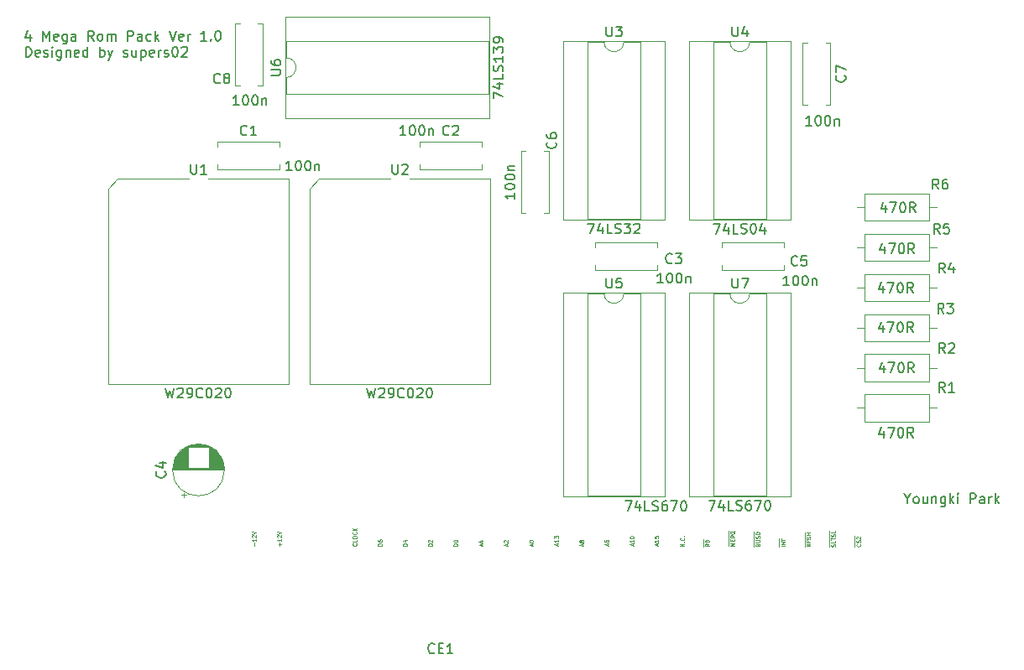
<source format=gbr>
%TF.GenerationSoftware,KiCad,Pcbnew,7.0.1*%
%TF.CreationDate,2023-03-19T20:13:41+09:00*%
%TF.ProjectId,project2,70726f6a-6563-4743-922e-6b696361645f,rev?*%
%TF.SameCoordinates,Original*%
%TF.FileFunction,Legend,Top*%
%TF.FilePolarity,Positive*%
%FSLAX46Y46*%
G04 Gerber Fmt 4.6, Leading zero omitted, Abs format (unit mm)*
G04 Created by KiCad (PCBNEW 7.0.1) date 2023-03-19 20:13:41*
%MOMM*%
%LPD*%
G01*
G04 APERTURE LIST*
%ADD10C,0.200000*%
%ADD11C,0.150000*%
%ADD12C,0.100000*%
%ADD13C,0.120000*%
G04 APERTURE END LIST*
D10*
X91360238Y-73060243D02*
X91360238Y-73726910D01*
X91122143Y-72679291D02*
X90884048Y-73393576D01*
X90884048Y-73393576D02*
X91503095Y-73393576D01*
X92645953Y-73726910D02*
X92645953Y-72726910D01*
X92645953Y-72726910D02*
X92979286Y-73441195D01*
X92979286Y-73441195D02*
X93312619Y-72726910D01*
X93312619Y-72726910D02*
X93312619Y-73726910D01*
X94169762Y-73679291D02*
X94074524Y-73726910D01*
X94074524Y-73726910D02*
X93884048Y-73726910D01*
X93884048Y-73726910D02*
X93788810Y-73679291D01*
X93788810Y-73679291D02*
X93741191Y-73584052D01*
X93741191Y-73584052D02*
X93741191Y-73203100D01*
X93741191Y-73203100D02*
X93788810Y-73107862D01*
X93788810Y-73107862D02*
X93884048Y-73060243D01*
X93884048Y-73060243D02*
X94074524Y-73060243D01*
X94074524Y-73060243D02*
X94169762Y-73107862D01*
X94169762Y-73107862D02*
X94217381Y-73203100D01*
X94217381Y-73203100D02*
X94217381Y-73298338D01*
X94217381Y-73298338D02*
X93741191Y-73393576D01*
X95074524Y-73060243D02*
X95074524Y-73869767D01*
X95074524Y-73869767D02*
X95026905Y-73965005D01*
X95026905Y-73965005D02*
X94979286Y-74012624D01*
X94979286Y-74012624D02*
X94884048Y-74060243D01*
X94884048Y-74060243D02*
X94741191Y-74060243D01*
X94741191Y-74060243D02*
X94645953Y-74012624D01*
X95074524Y-73679291D02*
X94979286Y-73726910D01*
X94979286Y-73726910D02*
X94788810Y-73726910D01*
X94788810Y-73726910D02*
X94693572Y-73679291D01*
X94693572Y-73679291D02*
X94645953Y-73631671D01*
X94645953Y-73631671D02*
X94598334Y-73536433D01*
X94598334Y-73536433D02*
X94598334Y-73250719D01*
X94598334Y-73250719D02*
X94645953Y-73155481D01*
X94645953Y-73155481D02*
X94693572Y-73107862D01*
X94693572Y-73107862D02*
X94788810Y-73060243D01*
X94788810Y-73060243D02*
X94979286Y-73060243D01*
X94979286Y-73060243D02*
X95074524Y-73107862D01*
X95979286Y-73726910D02*
X95979286Y-73203100D01*
X95979286Y-73203100D02*
X95931667Y-73107862D01*
X95931667Y-73107862D02*
X95836429Y-73060243D01*
X95836429Y-73060243D02*
X95645953Y-73060243D01*
X95645953Y-73060243D02*
X95550715Y-73107862D01*
X95979286Y-73679291D02*
X95884048Y-73726910D01*
X95884048Y-73726910D02*
X95645953Y-73726910D01*
X95645953Y-73726910D02*
X95550715Y-73679291D01*
X95550715Y-73679291D02*
X95503096Y-73584052D01*
X95503096Y-73584052D02*
X95503096Y-73488814D01*
X95503096Y-73488814D02*
X95550715Y-73393576D01*
X95550715Y-73393576D02*
X95645953Y-73345957D01*
X95645953Y-73345957D02*
X95884048Y-73345957D01*
X95884048Y-73345957D02*
X95979286Y-73298338D01*
X97788810Y-73726910D02*
X97455477Y-73250719D01*
X97217382Y-73726910D02*
X97217382Y-72726910D01*
X97217382Y-72726910D02*
X97598334Y-72726910D01*
X97598334Y-72726910D02*
X97693572Y-72774529D01*
X97693572Y-72774529D02*
X97741191Y-72822148D01*
X97741191Y-72822148D02*
X97788810Y-72917386D01*
X97788810Y-72917386D02*
X97788810Y-73060243D01*
X97788810Y-73060243D02*
X97741191Y-73155481D01*
X97741191Y-73155481D02*
X97693572Y-73203100D01*
X97693572Y-73203100D02*
X97598334Y-73250719D01*
X97598334Y-73250719D02*
X97217382Y-73250719D01*
X98360239Y-73726910D02*
X98265001Y-73679291D01*
X98265001Y-73679291D02*
X98217382Y-73631671D01*
X98217382Y-73631671D02*
X98169763Y-73536433D01*
X98169763Y-73536433D02*
X98169763Y-73250719D01*
X98169763Y-73250719D02*
X98217382Y-73155481D01*
X98217382Y-73155481D02*
X98265001Y-73107862D01*
X98265001Y-73107862D02*
X98360239Y-73060243D01*
X98360239Y-73060243D02*
X98503096Y-73060243D01*
X98503096Y-73060243D02*
X98598334Y-73107862D01*
X98598334Y-73107862D02*
X98645953Y-73155481D01*
X98645953Y-73155481D02*
X98693572Y-73250719D01*
X98693572Y-73250719D02*
X98693572Y-73536433D01*
X98693572Y-73536433D02*
X98645953Y-73631671D01*
X98645953Y-73631671D02*
X98598334Y-73679291D01*
X98598334Y-73679291D02*
X98503096Y-73726910D01*
X98503096Y-73726910D02*
X98360239Y-73726910D01*
X99122144Y-73726910D02*
X99122144Y-73060243D01*
X99122144Y-73155481D02*
X99169763Y-73107862D01*
X99169763Y-73107862D02*
X99265001Y-73060243D01*
X99265001Y-73060243D02*
X99407858Y-73060243D01*
X99407858Y-73060243D02*
X99503096Y-73107862D01*
X99503096Y-73107862D02*
X99550715Y-73203100D01*
X99550715Y-73203100D02*
X99550715Y-73726910D01*
X99550715Y-73203100D02*
X99598334Y-73107862D01*
X99598334Y-73107862D02*
X99693572Y-73060243D01*
X99693572Y-73060243D02*
X99836429Y-73060243D01*
X99836429Y-73060243D02*
X99931668Y-73107862D01*
X99931668Y-73107862D02*
X99979287Y-73203100D01*
X99979287Y-73203100D02*
X99979287Y-73726910D01*
X101217382Y-73726910D02*
X101217382Y-72726910D01*
X101217382Y-72726910D02*
X101598334Y-72726910D01*
X101598334Y-72726910D02*
X101693572Y-72774529D01*
X101693572Y-72774529D02*
X101741191Y-72822148D01*
X101741191Y-72822148D02*
X101788810Y-72917386D01*
X101788810Y-72917386D02*
X101788810Y-73060243D01*
X101788810Y-73060243D02*
X101741191Y-73155481D01*
X101741191Y-73155481D02*
X101693572Y-73203100D01*
X101693572Y-73203100D02*
X101598334Y-73250719D01*
X101598334Y-73250719D02*
X101217382Y-73250719D01*
X102645953Y-73726910D02*
X102645953Y-73203100D01*
X102645953Y-73203100D02*
X102598334Y-73107862D01*
X102598334Y-73107862D02*
X102503096Y-73060243D01*
X102503096Y-73060243D02*
X102312620Y-73060243D01*
X102312620Y-73060243D02*
X102217382Y-73107862D01*
X102645953Y-73679291D02*
X102550715Y-73726910D01*
X102550715Y-73726910D02*
X102312620Y-73726910D01*
X102312620Y-73726910D02*
X102217382Y-73679291D01*
X102217382Y-73679291D02*
X102169763Y-73584052D01*
X102169763Y-73584052D02*
X102169763Y-73488814D01*
X102169763Y-73488814D02*
X102217382Y-73393576D01*
X102217382Y-73393576D02*
X102312620Y-73345957D01*
X102312620Y-73345957D02*
X102550715Y-73345957D01*
X102550715Y-73345957D02*
X102645953Y-73298338D01*
X103550715Y-73679291D02*
X103455477Y-73726910D01*
X103455477Y-73726910D02*
X103265001Y-73726910D01*
X103265001Y-73726910D02*
X103169763Y-73679291D01*
X103169763Y-73679291D02*
X103122144Y-73631671D01*
X103122144Y-73631671D02*
X103074525Y-73536433D01*
X103074525Y-73536433D02*
X103074525Y-73250719D01*
X103074525Y-73250719D02*
X103122144Y-73155481D01*
X103122144Y-73155481D02*
X103169763Y-73107862D01*
X103169763Y-73107862D02*
X103265001Y-73060243D01*
X103265001Y-73060243D02*
X103455477Y-73060243D01*
X103455477Y-73060243D02*
X103550715Y-73107862D01*
X103979287Y-73726910D02*
X103979287Y-72726910D01*
X104074525Y-73345957D02*
X104360239Y-73726910D01*
X104360239Y-73060243D02*
X103979287Y-73441195D01*
X105407859Y-72726910D02*
X105741192Y-73726910D01*
X105741192Y-73726910D02*
X106074525Y-72726910D01*
X106788811Y-73679291D02*
X106693573Y-73726910D01*
X106693573Y-73726910D02*
X106503097Y-73726910D01*
X106503097Y-73726910D02*
X106407859Y-73679291D01*
X106407859Y-73679291D02*
X106360240Y-73584052D01*
X106360240Y-73584052D02*
X106360240Y-73203100D01*
X106360240Y-73203100D02*
X106407859Y-73107862D01*
X106407859Y-73107862D02*
X106503097Y-73060243D01*
X106503097Y-73060243D02*
X106693573Y-73060243D01*
X106693573Y-73060243D02*
X106788811Y-73107862D01*
X106788811Y-73107862D02*
X106836430Y-73203100D01*
X106836430Y-73203100D02*
X106836430Y-73298338D01*
X106836430Y-73298338D02*
X106360240Y-73393576D01*
X107265002Y-73726910D02*
X107265002Y-73060243D01*
X107265002Y-73250719D02*
X107312621Y-73155481D01*
X107312621Y-73155481D02*
X107360240Y-73107862D01*
X107360240Y-73107862D02*
X107455478Y-73060243D01*
X107455478Y-73060243D02*
X107550716Y-73060243D01*
X109169764Y-73726910D02*
X108598336Y-73726910D01*
X108884050Y-73726910D02*
X108884050Y-72726910D01*
X108884050Y-72726910D02*
X108788812Y-72869767D01*
X108788812Y-72869767D02*
X108693574Y-72965005D01*
X108693574Y-72965005D02*
X108598336Y-73012624D01*
X109598336Y-73631671D02*
X109645955Y-73679291D01*
X109645955Y-73679291D02*
X109598336Y-73726910D01*
X109598336Y-73726910D02*
X109550717Y-73679291D01*
X109550717Y-73679291D02*
X109598336Y-73631671D01*
X109598336Y-73631671D02*
X109598336Y-73726910D01*
X110265002Y-72726910D02*
X110360240Y-72726910D01*
X110360240Y-72726910D02*
X110455478Y-72774529D01*
X110455478Y-72774529D02*
X110503097Y-72822148D01*
X110503097Y-72822148D02*
X110550716Y-72917386D01*
X110550716Y-72917386D02*
X110598335Y-73107862D01*
X110598335Y-73107862D02*
X110598335Y-73345957D01*
X110598335Y-73345957D02*
X110550716Y-73536433D01*
X110550716Y-73536433D02*
X110503097Y-73631671D01*
X110503097Y-73631671D02*
X110455478Y-73679291D01*
X110455478Y-73679291D02*
X110360240Y-73726910D01*
X110360240Y-73726910D02*
X110265002Y-73726910D01*
X110265002Y-73726910D02*
X110169764Y-73679291D01*
X110169764Y-73679291D02*
X110122145Y-73631671D01*
X110122145Y-73631671D02*
X110074526Y-73536433D01*
X110074526Y-73536433D02*
X110026907Y-73345957D01*
X110026907Y-73345957D02*
X110026907Y-73107862D01*
X110026907Y-73107862D02*
X110074526Y-72917386D01*
X110074526Y-72917386D02*
X110122145Y-72822148D01*
X110122145Y-72822148D02*
X110169764Y-72774529D01*
X110169764Y-72774529D02*
X110265002Y-72726910D01*
X90931667Y-75346910D02*
X90931667Y-74346910D01*
X90931667Y-74346910D02*
X91169762Y-74346910D01*
X91169762Y-74346910D02*
X91312619Y-74394529D01*
X91312619Y-74394529D02*
X91407857Y-74489767D01*
X91407857Y-74489767D02*
X91455476Y-74585005D01*
X91455476Y-74585005D02*
X91503095Y-74775481D01*
X91503095Y-74775481D02*
X91503095Y-74918338D01*
X91503095Y-74918338D02*
X91455476Y-75108814D01*
X91455476Y-75108814D02*
X91407857Y-75204052D01*
X91407857Y-75204052D02*
X91312619Y-75299291D01*
X91312619Y-75299291D02*
X91169762Y-75346910D01*
X91169762Y-75346910D02*
X90931667Y-75346910D01*
X92312619Y-75299291D02*
X92217381Y-75346910D01*
X92217381Y-75346910D02*
X92026905Y-75346910D01*
X92026905Y-75346910D02*
X91931667Y-75299291D01*
X91931667Y-75299291D02*
X91884048Y-75204052D01*
X91884048Y-75204052D02*
X91884048Y-74823100D01*
X91884048Y-74823100D02*
X91931667Y-74727862D01*
X91931667Y-74727862D02*
X92026905Y-74680243D01*
X92026905Y-74680243D02*
X92217381Y-74680243D01*
X92217381Y-74680243D02*
X92312619Y-74727862D01*
X92312619Y-74727862D02*
X92360238Y-74823100D01*
X92360238Y-74823100D02*
X92360238Y-74918338D01*
X92360238Y-74918338D02*
X91884048Y-75013576D01*
X92741191Y-75299291D02*
X92836429Y-75346910D01*
X92836429Y-75346910D02*
X93026905Y-75346910D01*
X93026905Y-75346910D02*
X93122143Y-75299291D01*
X93122143Y-75299291D02*
X93169762Y-75204052D01*
X93169762Y-75204052D02*
X93169762Y-75156433D01*
X93169762Y-75156433D02*
X93122143Y-75061195D01*
X93122143Y-75061195D02*
X93026905Y-75013576D01*
X93026905Y-75013576D02*
X92884048Y-75013576D01*
X92884048Y-75013576D02*
X92788810Y-74965957D01*
X92788810Y-74965957D02*
X92741191Y-74870719D01*
X92741191Y-74870719D02*
X92741191Y-74823100D01*
X92741191Y-74823100D02*
X92788810Y-74727862D01*
X92788810Y-74727862D02*
X92884048Y-74680243D01*
X92884048Y-74680243D02*
X93026905Y-74680243D01*
X93026905Y-74680243D02*
X93122143Y-74727862D01*
X93598334Y-75346910D02*
X93598334Y-74680243D01*
X93598334Y-74346910D02*
X93550715Y-74394529D01*
X93550715Y-74394529D02*
X93598334Y-74442148D01*
X93598334Y-74442148D02*
X93645953Y-74394529D01*
X93645953Y-74394529D02*
X93598334Y-74346910D01*
X93598334Y-74346910D02*
X93598334Y-74442148D01*
X94503095Y-74680243D02*
X94503095Y-75489767D01*
X94503095Y-75489767D02*
X94455476Y-75585005D01*
X94455476Y-75585005D02*
X94407857Y-75632624D01*
X94407857Y-75632624D02*
X94312619Y-75680243D01*
X94312619Y-75680243D02*
X94169762Y-75680243D01*
X94169762Y-75680243D02*
X94074524Y-75632624D01*
X94503095Y-75299291D02*
X94407857Y-75346910D01*
X94407857Y-75346910D02*
X94217381Y-75346910D01*
X94217381Y-75346910D02*
X94122143Y-75299291D01*
X94122143Y-75299291D02*
X94074524Y-75251671D01*
X94074524Y-75251671D02*
X94026905Y-75156433D01*
X94026905Y-75156433D02*
X94026905Y-74870719D01*
X94026905Y-74870719D02*
X94074524Y-74775481D01*
X94074524Y-74775481D02*
X94122143Y-74727862D01*
X94122143Y-74727862D02*
X94217381Y-74680243D01*
X94217381Y-74680243D02*
X94407857Y-74680243D01*
X94407857Y-74680243D02*
X94503095Y-74727862D01*
X94979286Y-74680243D02*
X94979286Y-75346910D01*
X94979286Y-74775481D02*
X95026905Y-74727862D01*
X95026905Y-74727862D02*
X95122143Y-74680243D01*
X95122143Y-74680243D02*
X95265000Y-74680243D01*
X95265000Y-74680243D02*
X95360238Y-74727862D01*
X95360238Y-74727862D02*
X95407857Y-74823100D01*
X95407857Y-74823100D02*
X95407857Y-75346910D01*
X96265000Y-75299291D02*
X96169762Y-75346910D01*
X96169762Y-75346910D02*
X95979286Y-75346910D01*
X95979286Y-75346910D02*
X95884048Y-75299291D01*
X95884048Y-75299291D02*
X95836429Y-75204052D01*
X95836429Y-75204052D02*
X95836429Y-74823100D01*
X95836429Y-74823100D02*
X95884048Y-74727862D01*
X95884048Y-74727862D02*
X95979286Y-74680243D01*
X95979286Y-74680243D02*
X96169762Y-74680243D01*
X96169762Y-74680243D02*
X96265000Y-74727862D01*
X96265000Y-74727862D02*
X96312619Y-74823100D01*
X96312619Y-74823100D02*
X96312619Y-74918338D01*
X96312619Y-74918338D02*
X95836429Y-75013576D01*
X97169762Y-75346910D02*
X97169762Y-74346910D01*
X97169762Y-75299291D02*
X97074524Y-75346910D01*
X97074524Y-75346910D02*
X96884048Y-75346910D01*
X96884048Y-75346910D02*
X96788810Y-75299291D01*
X96788810Y-75299291D02*
X96741191Y-75251671D01*
X96741191Y-75251671D02*
X96693572Y-75156433D01*
X96693572Y-75156433D02*
X96693572Y-74870719D01*
X96693572Y-74870719D02*
X96741191Y-74775481D01*
X96741191Y-74775481D02*
X96788810Y-74727862D01*
X96788810Y-74727862D02*
X96884048Y-74680243D01*
X96884048Y-74680243D02*
X97074524Y-74680243D01*
X97074524Y-74680243D02*
X97169762Y-74727862D01*
X98407858Y-75346910D02*
X98407858Y-74346910D01*
X98407858Y-74727862D02*
X98503096Y-74680243D01*
X98503096Y-74680243D02*
X98693572Y-74680243D01*
X98693572Y-74680243D02*
X98788810Y-74727862D01*
X98788810Y-74727862D02*
X98836429Y-74775481D01*
X98836429Y-74775481D02*
X98884048Y-74870719D01*
X98884048Y-74870719D02*
X98884048Y-75156433D01*
X98884048Y-75156433D02*
X98836429Y-75251671D01*
X98836429Y-75251671D02*
X98788810Y-75299291D01*
X98788810Y-75299291D02*
X98693572Y-75346910D01*
X98693572Y-75346910D02*
X98503096Y-75346910D01*
X98503096Y-75346910D02*
X98407858Y-75299291D01*
X99217382Y-74680243D02*
X99455477Y-75346910D01*
X99693572Y-74680243D02*
X99455477Y-75346910D01*
X99455477Y-75346910D02*
X99360239Y-75585005D01*
X99360239Y-75585005D02*
X99312620Y-75632624D01*
X99312620Y-75632624D02*
X99217382Y-75680243D01*
X100788811Y-75299291D02*
X100884049Y-75346910D01*
X100884049Y-75346910D02*
X101074525Y-75346910D01*
X101074525Y-75346910D02*
X101169763Y-75299291D01*
X101169763Y-75299291D02*
X101217382Y-75204052D01*
X101217382Y-75204052D02*
X101217382Y-75156433D01*
X101217382Y-75156433D02*
X101169763Y-75061195D01*
X101169763Y-75061195D02*
X101074525Y-75013576D01*
X101074525Y-75013576D02*
X100931668Y-75013576D01*
X100931668Y-75013576D02*
X100836430Y-74965957D01*
X100836430Y-74965957D02*
X100788811Y-74870719D01*
X100788811Y-74870719D02*
X100788811Y-74823100D01*
X100788811Y-74823100D02*
X100836430Y-74727862D01*
X100836430Y-74727862D02*
X100931668Y-74680243D01*
X100931668Y-74680243D02*
X101074525Y-74680243D01*
X101074525Y-74680243D02*
X101169763Y-74727862D01*
X102074525Y-74680243D02*
X102074525Y-75346910D01*
X101645954Y-74680243D02*
X101645954Y-75204052D01*
X101645954Y-75204052D02*
X101693573Y-75299291D01*
X101693573Y-75299291D02*
X101788811Y-75346910D01*
X101788811Y-75346910D02*
X101931668Y-75346910D01*
X101931668Y-75346910D02*
X102026906Y-75299291D01*
X102026906Y-75299291D02*
X102074525Y-75251671D01*
X102550716Y-74680243D02*
X102550716Y-75680243D01*
X102550716Y-74727862D02*
X102645954Y-74680243D01*
X102645954Y-74680243D02*
X102836430Y-74680243D01*
X102836430Y-74680243D02*
X102931668Y-74727862D01*
X102931668Y-74727862D02*
X102979287Y-74775481D01*
X102979287Y-74775481D02*
X103026906Y-74870719D01*
X103026906Y-74870719D02*
X103026906Y-75156433D01*
X103026906Y-75156433D02*
X102979287Y-75251671D01*
X102979287Y-75251671D02*
X102931668Y-75299291D01*
X102931668Y-75299291D02*
X102836430Y-75346910D01*
X102836430Y-75346910D02*
X102645954Y-75346910D01*
X102645954Y-75346910D02*
X102550716Y-75299291D01*
X103836430Y-75299291D02*
X103741192Y-75346910D01*
X103741192Y-75346910D02*
X103550716Y-75346910D01*
X103550716Y-75346910D02*
X103455478Y-75299291D01*
X103455478Y-75299291D02*
X103407859Y-75204052D01*
X103407859Y-75204052D02*
X103407859Y-74823100D01*
X103407859Y-74823100D02*
X103455478Y-74727862D01*
X103455478Y-74727862D02*
X103550716Y-74680243D01*
X103550716Y-74680243D02*
X103741192Y-74680243D01*
X103741192Y-74680243D02*
X103836430Y-74727862D01*
X103836430Y-74727862D02*
X103884049Y-74823100D01*
X103884049Y-74823100D02*
X103884049Y-74918338D01*
X103884049Y-74918338D02*
X103407859Y-75013576D01*
X104312621Y-75346910D02*
X104312621Y-74680243D01*
X104312621Y-74870719D02*
X104360240Y-74775481D01*
X104360240Y-74775481D02*
X104407859Y-74727862D01*
X104407859Y-74727862D02*
X104503097Y-74680243D01*
X104503097Y-74680243D02*
X104598335Y-74680243D01*
X104884050Y-75299291D02*
X104979288Y-75346910D01*
X104979288Y-75346910D02*
X105169764Y-75346910D01*
X105169764Y-75346910D02*
X105265002Y-75299291D01*
X105265002Y-75299291D02*
X105312621Y-75204052D01*
X105312621Y-75204052D02*
X105312621Y-75156433D01*
X105312621Y-75156433D02*
X105265002Y-75061195D01*
X105265002Y-75061195D02*
X105169764Y-75013576D01*
X105169764Y-75013576D02*
X105026907Y-75013576D01*
X105026907Y-75013576D02*
X104931669Y-74965957D01*
X104931669Y-74965957D02*
X104884050Y-74870719D01*
X104884050Y-74870719D02*
X104884050Y-74823100D01*
X104884050Y-74823100D02*
X104931669Y-74727862D01*
X104931669Y-74727862D02*
X105026907Y-74680243D01*
X105026907Y-74680243D02*
X105169764Y-74680243D01*
X105169764Y-74680243D02*
X105265002Y-74727862D01*
X105931669Y-74346910D02*
X106026907Y-74346910D01*
X106026907Y-74346910D02*
X106122145Y-74394529D01*
X106122145Y-74394529D02*
X106169764Y-74442148D01*
X106169764Y-74442148D02*
X106217383Y-74537386D01*
X106217383Y-74537386D02*
X106265002Y-74727862D01*
X106265002Y-74727862D02*
X106265002Y-74965957D01*
X106265002Y-74965957D02*
X106217383Y-75156433D01*
X106217383Y-75156433D02*
X106169764Y-75251671D01*
X106169764Y-75251671D02*
X106122145Y-75299291D01*
X106122145Y-75299291D02*
X106026907Y-75346910D01*
X106026907Y-75346910D02*
X105931669Y-75346910D01*
X105931669Y-75346910D02*
X105836431Y-75299291D01*
X105836431Y-75299291D02*
X105788812Y-75251671D01*
X105788812Y-75251671D02*
X105741193Y-75156433D01*
X105741193Y-75156433D02*
X105693574Y-74965957D01*
X105693574Y-74965957D02*
X105693574Y-74727862D01*
X105693574Y-74727862D02*
X105741193Y-74537386D01*
X105741193Y-74537386D02*
X105788812Y-74442148D01*
X105788812Y-74442148D02*
X105836431Y-74394529D01*
X105836431Y-74394529D02*
X105931669Y-74346910D01*
X106645955Y-74442148D02*
X106693574Y-74394529D01*
X106693574Y-74394529D02*
X106788812Y-74346910D01*
X106788812Y-74346910D02*
X107026907Y-74346910D01*
X107026907Y-74346910D02*
X107122145Y-74394529D01*
X107122145Y-74394529D02*
X107169764Y-74442148D01*
X107169764Y-74442148D02*
X107217383Y-74537386D01*
X107217383Y-74537386D02*
X107217383Y-74632624D01*
X107217383Y-74632624D02*
X107169764Y-74775481D01*
X107169764Y-74775481D02*
X106598336Y-75346910D01*
X106598336Y-75346910D02*
X107217383Y-75346910D01*
D11*
X179861349Y-119960816D02*
X179861349Y-120437007D01*
X179528016Y-119437007D02*
X179861349Y-119960816D01*
X179861349Y-119960816D02*
X180194682Y-119437007D01*
X180670873Y-120437007D02*
X180575635Y-120389388D01*
X180575635Y-120389388D02*
X180528016Y-120341768D01*
X180528016Y-120341768D02*
X180480397Y-120246530D01*
X180480397Y-120246530D02*
X180480397Y-119960816D01*
X180480397Y-119960816D02*
X180528016Y-119865578D01*
X180528016Y-119865578D02*
X180575635Y-119817959D01*
X180575635Y-119817959D02*
X180670873Y-119770340D01*
X180670873Y-119770340D02*
X180813730Y-119770340D01*
X180813730Y-119770340D02*
X180908968Y-119817959D01*
X180908968Y-119817959D02*
X180956587Y-119865578D01*
X180956587Y-119865578D02*
X181004206Y-119960816D01*
X181004206Y-119960816D02*
X181004206Y-120246530D01*
X181004206Y-120246530D02*
X180956587Y-120341768D01*
X180956587Y-120341768D02*
X180908968Y-120389388D01*
X180908968Y-120389388D02*
X180813730Y-120437007D01*
X180813730Y-120437007D02*
X180670873Y-120437007D01*
X181861349Y-119770340D02*
X181861349Y-120437007D01*
X181432778Y-119770340D02*
X181432778Y-120294149D01*
X181432778Y-120294149D02*
X181480397Y-120389388D01*
X181480397Y-120389388D02*
X181575635Y-120437007D01*
X181575635Y-120437007D02*
X181718492Y-120437007D01*
X181718492Y-120437007D02*
X181813730Y-120389388D01*
X181813730Y-120389388D02*
X181861349Y-120341768D01*
X182337540Y-119770340D02*
X182337540Y-120437007D01*
X182337540Y-119865578D02*
X182385159Y-119817959D01*
X182385159Y-119817959D02*
X182480397Y-119770340D01*
X182480397Y-119770340D02*
X182623254Y-119770340D01*
X182623254Y-119770340D02*
X182718492Y-119817959D01*
X182718492Y-119817959D02*
X182766111Y-119913197D01*
X182766111Y-119913197D02*
X182766111Y-120437007D01*
X183670873Y-119770340D02*
X183670873Y-120579864D01*
X183670873Y-120579864D02*
X183623254Y-120675102D01*
X183623254Y-120675102D02*
X183575635Y-120722721D01*
X183575635Y-120722721D02*
X183480397Y-120770340D01*
X183480397Y-120770340D02*
X183337540Y-120770340D01*
X183337540Y-120770340D02*
X183242302Y-120722721D01*
X183670873Y-120389388D02*
X183575635Y-120437007D01*
X183575635Y-120437007D02*
X183385159Y-120437007D01*
X183385159Y-120437007D02*
X183289921Y-120389388D01*
X183289921Y-120389388D02*
X183242302Y-120341768D01*
X183242302Y-120341768D02*
X183194683Y-120246530D01*
X183194683Y-120246530D02*
X183194683Y-119960816D01*
X183194683Y-119960816D02*
X183242302Y-119865578D01*
X183242302Y-119865578D02*
X183289921Y-119817959D01*
X183289921Y-119817959D02*
X183385159Y-119770340D01*
X183385159Y-119770340D02*
X183575635Y-119770340D01*
X183575635Y-119770340D02*
X183670873Y-119817959D01*
X184147064Y-120437007D02*
X184147064Y-119437007D01*
X184242302Y-120056054D02*
X184528016Y-120437007D01*
X184528016Y-119770340D02*
X184147064Y-120151292D01*
X184956588Y-120437007D02*
X184956588Y-119770340D01*
X184956588Y-119437007D02*
X184908969Y-119484626D01*
X184908969Y-119484626D02*
X184956588Y-119532245D01*
X184956588Y-119532245D02*
X185004207Y-119484626D01*
X185004207Y-119484626D02*
X184956588Y-119437007D01*
X184956588Y-119437007D02*
X184956588Y-119532245D01*
X186194683Y-120437007D02*
X186194683Y-119437007D01*
X186194683Y-119437007D02*
X186575635Y-119437007D01*
X186575635Y-119437007D02*
X186670873Y-119484626D01*
X186670873Y-119484626D02*
X186718492Y-119532245D01*
X186718492Y-119532245D02*
X186766111Y-119627483D01*
X186766111Y-119627483D02*
X186766111Y-119770340D01*
X186766111Y-119770340D02*
X186718492Y-119865578D01*
X186718492Y-119865578D02*
X186670873Y-119913197D01*
X186670873Y-119913197D02*
X186575635Y-119960816D01*
X186575635Y-119960816D02*
X186194683Y-119960816D01*
X187623254Y-120437007D02*
X187623254Y-119913197D01*
X187623254Y-119913197D02*
X187575635Y-119817959D01*
X187575635Y-119817959D02*
X187480397Y-119770340D01*
X187480397Y-119770340D02*
X187289921Y-119770340D01*
X187289921Y-119770340D02*
X187194683Y-119817959D01*
X187623254Y-120389388D02*
X187528016Y-120437007D01*
X187528016Y-120437007D02*
X187289921Y-120437007D01*
X187289921Y-120437007D02*
X187194683Y-120389388D01*
X187194683Y-120389388D02*
X187147064Y-120294149D01*
X187147064Y-120294149D02*
X187147064Y-120198911D01*
X187147064Y-120198911D02*
X187194683Y-120103673D01*
X187194683Y-120103673D02*
X187289921Y-120056054D01*
X187289921Y-120056054D02*
X187528016Y-120056054D01*
X187528016Y-120056054D02*
X187623254Y-120008435D01*
X188099445Y-120437007D02*
X188099445Y-119770340D01*
X188099445Y-119960816D02*
X188147064Y-119865578D01*
X188147064Y-119865578D02*
X188194683Y-119817959D01*
X188194683Y-119817959D02*
X188289921Y-119770340D01*
X188289921Y-119770340D02*
X188385159Y-119770340D01*
X188718493Y-120437007D02*
X188718493Y-119437007D01*
X188813731Y-120056054D02*
X189099445Y-120437007D01*
X189099445Y-119770340D02*
X188718493Y-120151292D01*
%TO.C,R1*%
X183631503Y-109205490D02*
X183298170Y-108729299D01*
X183060075Y-109205490D02*
X183060075Y-108205490D01*
X183060075Y-108205490D02*
X183441027Y-108205490D01*
X183441027Y-108205490D02*
X183536265Y-108253109D01*
X183536265Y-108253109D02*
X183583884Y-108300728D01*
X183583884Y-108300728D02*
X183631503Y-108395966D01*
X183631503Y-108395966D02*
X183631503Y-108538823D01*
X183631503Y-108538823D02*
X183583884Y-108634061D01*
X183583884Y-108634061D02*
X183536265Y-108681680D01*
X183536265Y-108681680D02*
X183441027Y-108729299D01*
X183441027Y-108729299D02*
X183060075Y-108729299D01*
X184583884Y-109205490D02*
X184012456Y-109205490D01*
X184298170Y-109205490D02*
X184298170Y-108205490D01*
X184298170Y-108205490D02*
X184202932Y-108348347D01*
X184202932Y-108348347D02*
X184107694Y-108443585D01*
X184107694Y-108443585D02*
X184012456Y-108491204D01*
X177457773Y-113107323D02*
X177457773Y-113773990D01*
X177219678Y-112726371D02*
X176981583Y-113440656D01*
X176981583Y-113440656D02*
X177600630Y-113440656D01*
X177886345Y-112773990D02*
X178553011Y-112773990D01*
X178553011Y-112773990D02*
X178124440Y-113773990D01*
X179124440Y-112773990D02*
X179219678Y-112773990D01*
X179219678Y-112773990D02*
X179314916Y-112821609D01*
X179314916Y-112821609D02*
X179362535Y-112869228D01*
X179362535Y-112869228D02*
X179410154Y-112964466D01*
X179410154Y-112964466D02*
X179457773Y-113154942D01*
X179457773Y-113154942D02*
X179457773Y-113393037D01*
X179457773Y-113393037D02*
X179410154Y-113583513D01*
X179410154Y-113583513D02*
X179362535Y-113678751D01*
X179362535Y-113678751D02*
X179314916Y-113726371D01*
X179314916Y-113726371D02*
X179219678Y-113773990D01*
X179219678Y-113773990D02*
X179124440Y-113773990D01*
X179124440Y-113773990D02*
X179029202Y-113726371D01*
X179029202Y-113726371D02*
X178981583Y-113678751D01*
X178981583Y-113678751D02*
X178933964Y-113583513D01*
X178933964Y-113583513D02*
X178886345Y-113393037D01*
X178886345Y-113393037D02*
X178886345Y-113154942D01*
X178886345Y-113154942D02*
X178933964Y-112964466D01*
X178933964Y-112964466D02*
X178981583Y-112869228D01*
X178981583Y-112869228D02*
X179029202Y-112821609D01*
X179029202Y-112821609D02*
X179124440Y-112773990D01*
X180457773Y-113773990D02*
X180124440Y-113297799D01*
X179886345Y-113773990D02*
X179886345Y-112773990D01*
X179886345Y-112773990D02*
X180267297Y-112773990D01*
X180267297Y-112773990D02*
X180362535Y-112821609D01*
X180362535Y-112821609D02*
X180410154Y-112869228D01*
X180410154Y-112869228D02*
X180457773Y-112964466D01*
X180457773Y-112964466D02*
X180457773Y-113107323D01*
X180457773Y-113107323D02*
X180410154Y-113202561D01*
X180410154Y-113202561D02*
X180362535Y-113250180D01*
X180362535Y-113250180D02*
X180267297Y-113297799D01*
X180267297Y-113297799D02*
X179886345Y-113297799D01*
%TO.C,U3*%
X149490962Y-72293759D02*
X149490962Y-73103282D01*
X149490962Y-73103282D02*
X149538581Y-73198520D01*
X149538581Y-73198520D02*
X149586200Y-73246140D01*
X149586200Y-73246140D02*
X149681438Y-73293759D01*
X149681438Y-73293759D02*
X149871914Y-73293759D01*
X149871914Y-73293759D02*
X149967152Y-73246140D01*
X149967152Y-73246140D02*
X150014771Y-73198520D01*
X150014771Y-73198520D02*
X150062390Y-73103282D01*
X150062390Y-73103282D02*
X150062390Y-72293759D01*
X150443343Y-72293759D02*
X151062390Y-72293759D01*
X151062390Y-72293759D02*
X150729057Y-72674711D01*
X150729057Y-72674711D02*
X150871914Y-72674711D01*
X150871914Y-72674711D02*
X150967152Y-72722330D01*
X150967152Y-72722330D02*
X151014771Y-72769949D01*
X151014771Y-72769949D02*
X151062390Y-72865187D01*
X151062390Y-72865187D02*
X151062390Y-73103282D01*
X151062390Y-73103282D02*
X151014771Y-73198520D01*
X151014771Y-73198520D02*
X150967152Y-73246140D01*
X150967152Y-73246140D02*
X150871914Y-73293759D01*
X150871914Y-73293759D02*
X150586200Y-73293759D01*
X150586200Y-73293759D02*
X150490962Y-73246140D01*
X150490962Y-73246140D02*
X150443343Y-73198520D01*
X147610010Y-92193759D02*
X148276676Y-92193759D01*
X148276676Y-92193759D02*
X147848105Y-93193759D01*
X149086200Y-92527092D02*
X149086200Y-93193759D01*
X148848105Y-92146140D02*
X148610010Y-92860425D01*
X148610010Y-92860425D02*
X149229057Y-92860425D01*
X150086200Y-93193759D02*
X149610010Y-93193759D01*
X149610010Y-93193759D02*
X149610010Y-92193759D01*
X150371915Y-93146140D02*
X150514772Y-93193759D01*
X150514772Y-93193759D02*
X150752867Y-93193759D01*
X150752867Y-93193759D02*
X150848105Y-93146140D01*
X150848105Y-93146140D02*
X150895724Y-93098520D01*
X150895724Y-93098520D02*
X150943343Y-93003282D01*
X150943343Y-93003282D02*
X150943343Y-92908044D01*
X150943343Y-92908044D02*
X150895724Y-92812806D01*
X150895724Y-92812806D02*
X150848105Y-92765187D01*
X150848105Y-92765187D02*
X150752867Y-92717568D01*
X150752867Y-92717568D02*
X150562391Y-92669949D01*
X150562391Y-92669949D02*
X150467153Y-92622330D01*
X150467153Y-92622330D02*
X150419534Y-92574711D01*
X150419534Y-92574711D02*
X150371915Y-92479473D01*
X150371915Y-92479473D02*
X150371915Y-92384235D01*
X150371915Y-92384235D02*
X150419534Y-92288997D01*
X150419534Y-92288997D02*
X150467153Y-92241378D01*
X150467153Y-92241378D02*
X150562391Y-92193759D01*
X150562391Y-92193759D02*
X150800486Y-92193759D01*
X150800486Y-92193759D02*
X150943343Y-92241378D01*
X151276677Y-92193759D02*
X151895724Y-92193759D01*
X151895724Y-92193759D02*
X151562391Y-92574711D01*
X151562391Y-92574711D02*
X151705248Y-92574711D01*
X151705248Y-92574711D02*
X151800486Y-92622330D01*
X151800486Y-92622330D02*
X151848105Y-92669949D01*
X151848105Y-92669949D02*
X151895724Y-92765187D01*
X151895724Y-92765187D02*
X151895724Y-93003282D01*
X151895724Y-93003282D02*
X151848105Y-93098520D01*
X151848105Y-93098520D02*
X151800486Y-93146140D01*
X151800486Y-93146140D02*
X151705248Y-93193759D01*
X151705248Y-93193759D02*
X151419534Y-93193759D01*
X151419534Y-93193759D02*
X151324296Y-93146140D01*
X151324296Y-93146140D02*
X151276677Y-93098520D01*
X152276677Y-92288997D02*
X152324296Y-92241378D01*
X152324296Y-92241378D02*
X152419534Y-92193759D01*
X152419534Y-92193759D02*
X152657629Y-92193759D01*
X152657629Y-92193759D02*
X152752867Y-92241378D01*
X152752867Y-92241378D02*
X152800486Y-92288997D01*
X152800486Y-92288997D02*
X152848105Y-92384235D01*
X152848105Y-92384235D02*
X152848105Y-92479473D01*
X152848105Y-92479473D02*
X152800486Y-92622330D01*
X152800486Y-92622330D02*
X152229058Y-93193759D01*
X152229058Y-93193759D02*
X152848105Y-93193759D01*
%TO.C,U1*%
X107580962Y-86188759D02*
X107580962Y-86998282D01*
X107580962Y-86998282D02*
X107628581Y-87093520D01*
X107628581Y-87093520D02*
X107676200Y-87141140D01*
X107676200Y-87141140D02*
X107771438Y-87188759D01*
X107771438Y-87188759D02*
X107961914Y-87188759D01*
X107961914Y-87188759D02*
X108057152Y-87141140D01*
X108057152Y-87141140D02*
X108104771Y-87093520D01*
X108104771Y-87093520D02*
X108152390Y-86998282D01*
X108152390Y-86998282D02*
X108152390Y-86188759D01*
X109152390Y-87188759D02*
X108580962Y-87188759D01*
X108866676Y-87188759D02*
X108866676Y-86188759D01*
X108866676Y-86188759D02*
X108771438Y-86331616D01*
X108771438Y-86331616D02*
X108676200Y-86426854D01*
X108676200Y-86426854D02*
X108580962Y-86474473D01*
X105033343Y-108788759D02*
X105271438Y-109788759D01*
X105271438Y-109788759D02*
X105461914Y-109074473D01*
X105461914Y-109074473D02*
X105652390Y-109788759D01*
X105652390Y-109788759D02*
X105890486Y-108788759D01*
X106223819Y-108883997D02*
X106271438Y-108836378D01*
X106271438Y-108836378D02*
X106366676Y-108788759D01*
X106366676Y-108788759D02*
X106604771Y-108788759D01*
X106604771Y-108788759D02*
X106700009Y-108836378D01*
X106700009Y-108836378D02*
X106747628Y-108883997D01*
X106747628Y-108883997D02*
X106795247Y-108979235D01*
X106795247Y-108979235D02*
X106795247Y-109074473D01*
X106795247Y-109074473D02*
X106747628Y-109217330D01*
X106747628Y-109217330D02*
X106176200Y-109788759D01*
X106176200Y-109788759D02*
X106795247Y-109788759D01*
X107271438Y-109788759D02*
X107461914Y-109788759D01*
X107461914Y-109788759D02*
X107557152Y-109741140D01*
X107557152Y-109741140D02*
X107604771Y-109693520D01*
X107604771Y-109693520D02*
X107700009Y-109550663D01*
X107700009Y-109550663D02*
X107747628Y-109360187D01*
X107747628Y-109360187D02*
X107747628Y-108979235D01*
X107747628Y-108979235D02*
X107700009Y-108883997D01*
X107700009Y-108883997D02*
X107652390Y-108836378D01*
X107652390Y-108836378D02*
X107557152Y-108788759D01*
X107557152Y-108788759D02*
X107366676Y-108788759D01*
X107366676Y-108788759D02*
X107271438Y-108836378D01*
X107271438Y-108836378D02*
X107223819Y-108883997D01*
X107223819Y-108883997D02*
X107176200Y-108979235D01*
X107176200Y-108979235D02*
X107176200Y-109217330D01*
X107176200Y-109217330D02*
X107223819Y-109312568D01*
X107223819Y-109312568D02*
X107271438Y-109360187D01*
X107271438Y-109360187D02*
X107366676Y-109407806D01*
X107366676Y-109407806D02*
X107557152Y-109407806D01*
X107557152Y-109407806D02*
X107652390Y-109360187D01*
X107652390Y-109360187D02*
X107700009Y-109312568D01*
X107700009Y-109312568D02*
X107747628Y-109217330D01*
X108747628Y-109693520D02*
X108700009Y-109741140D01*
X108700009Y-109741140D02*
X108557152Y-109788759D01*
X108557152Y-109788759D02*
X108461914Y-109788759D01*
X108461914Y-109788759D02*
X108319057Y-109741140D01*
X108319057Y-109741140D02*
X108223819Y-109645901D01*
X108223819Y-109645901D02*
X108176200Y-109550663D01*
X108176200Y-109550663D02*
X108128581Y-109360187D01*
X108128581Y-109360187D02*
X108128581Y-109217330D01*
X108128581Y-109217330D02*
X108176200Y-109026854D01*
X108176200Y-109026854D02*
X108223819Y-108931616D01*
X108223819Y-108931616D02*
X108319057Y-108836378D01*
X108319057Y-108836378D02*
X108461914Y-108788759D01*
X108461914Y-108788759D02*
X108557152Y-108788759D01*
X108557152Y-108788759D02*
X108700009Y-108836378D01*
X108700009Y-108836378D02*
X108747628Y-108883997D01*
X109366676Y-108788759D02*
X109461914Y-108788759D01*
X109461914Y-108788759D02*
X109557152Y-108836378D01*
X109557152Y-108836378D02*
X109604771Y-108883997D01*
X109604771Y-108883997D02*
X109652390Y-108979235D01*
X109652390Y-108979235D02*
X109700009Y-109169711D01*
X109700009Y-109169711D02*
X109700009Y-109407806D01*
X109700009Y-109407806D02*
X109652390Y-109598282D01*
X109652390Y-109598282D02*
X109604771Y-109693520D01*
X109604771Y-109693520D02*
X109557152Y-109741140D01*
X109557152Y-109741140D02*
X109461914Y-109788759D01*
X109461914Y-109788759D02*
X109366676Y-109788759D01*
X109366676Y-109788759D02*
X109271438Y-109741140D01*
X109271438Y-109741140D02*
X109223819Y-109693520D01*
X109223819Y-109693520D02*
X109176200Y-109598282D01*
X109176200Y-109598282D02*
X109128581Y-109407806D01*
X109128581Y-109407806D02*
X109128581Y-109169711D01*
X109128581Y-109169711D02*
X109176200Y-108979235D01*
X109176200Y-108979235D02*
X109223819Y-108883997D01*
X109223819Y-108883997D02*
X109271438Y-108836378D01*
X109271438Y-108836378D02*
X109366676Y-108788759D01*
X110080962Y-108883997D02*
X110128581Y-108836378D01*
X110128581Y-108836378D02*
X110223819Y-108788759D01*
X110223819Y-108788759D02*
X110461914Y-108788759D01*
X110461914Y-108788759D02*
X110557152Y-108836378D01*
X110557152Y-108836378D02*
X110604771Y-108883997D01*
X110604771Y-108883997D02*
X110652390Y-108979235D01*
X110652390Y-108979235D02*
X110652390Y-109074473D01*
X110652390Y-109074473D02*
X110604771Y-109217330D01*
X110604771Y-109217330D02*
X110033343Y-109788759D01*
X110033343Y-109788759D02*
X110652390Y-109788759D01*
X111271438Y-108788759D02*
X111366676Y-108788759D01*
X111366676Y-108788759D02*
X111461914Y-108836378D01*
X111461914Y-108836378D02*
X111509533Y-108883997D01*
X111509533Y-108883997D02*
X111557152Y-108979235D01*
X111557152Y-108979235D02*
X111604771Y-109169711D01*
X111604771Y-109169711D02*
X111604771Y-109407806D01*
X111604771Y-109407806D02*
X111557152Y-109598282D01*
X111557152Y-109598282D02*
X111509533Y-109693520D01*
X111509533Y-109693520D02*
X111461914Y-109741140D01*
X111461914Y-109741140D02*
X111366676Y-109788759D01*
X111366676Y-109788759D02*
X111271438Y-109788759D01*
X111271438Y-109788759D02*
X111176200Y-109741140D01*
X111176200Y-109741140D02*
X111128581Y-109693520D01*
X111128581Y-109693520D02*
X111080962Y-109598282D01*
X111080962Y-109598282D02*
X111033343Y-109407806D01*
X111033343Y-109407806D02*
X111033343Y-109169711D01*
X111033343Y-109169711D02*
X111080962Y-108979235D01*
X111080962Y-108979235D02*
X111128581Y-108883997D01*
X111128581Y-108883997D02*
X111176200Y-108836378D01*
X111176200Y-108836378D02*
X111271438Y-108788759D01*
%TO.C,R4*%
X183648267Y-97165186D02*
X183314934Y-96688995D01*
X183076839Y-97165186D02*
X183076839Y-96165186D01*
X183076839Y-96165186D02*
X183457791Y-96165186D01*
X183457791Y-96165186D02*
X183553029Y-96212805D01*
X183553029Y-96212805D02*
X183600648Y-96260424D01*
X183600648Y-96260424D02*
X183648267Y-96355662D01*
X183648267Y-96355662D02*
X183648267Y-96498519D01*
X183648267Y-96498519D02*
X183600648Y-96593757D01*
X183600648Y-96593757D02*
X183553029Y-96641376D01*
X183553029Y-96641376D02*
X183457791Y-96688995D01*
X183457791Y-96688995D02*
X183076839Y-96688995D01*
X184505410Y-96498519D02*
X184505410Y-97165186D01*
X184267315Y-96117567D02*
X184029220Y-96831852D01*
X184029220Y-96831852D02*
X184648267Y-96831852D01*
X177426598Y-98486067D02*
X177426598Y-99152734D01*
X177188503Y-98105115D02*
X176950408Y-98819400D01*
X176950408Y-98819400D02*
X177569455Y-98819400D01*
X177855170Y-98152734D02*
X178521836Y-98152734D01*
X178521836Y-98152734D02*
X178093265Y-99152734D01*
X179093265Y-98152734D02*
X179188503Y-98152734D01*
X179188503Y-98152734D02*
X179283741Y-98200353D01*
X179283741Y-98200353D02*
X179331360Y-98247972D01*
X179331360Y-98247972D02*
X179378979Y-98343210D01*
X179378979Y-98343210D02*
X179426598Y-98533686D01*
X179426598Y-98533686D02*
X179426598Y-98771781D01*
X179426598Y-98771781D02*
X179378979Y-98962257D01*
X179378979Y-98962257D02*
X179331360Y-99057495D01*
X179331360Y-99057495D02*
X179283741Y-99105115D01*
X179283741Y-99105115D02*
X179188503Y-99152734D01*
X179188503Y-99152734D02*
X179093265Y-99152734D01*
X179093265Y-99152734D02*
X178998027Y-99105115D01*
X178998027Y-99105115D02*
X178950408Y-99057495D01*
X178950408Y-99057495D02*
X178902789Y-98962257D01*
X178902789Y-98962257D02*
X178855170Y-98771781D01*
X178855170Y-98771781D02*
X178855170Y-98533686D01*
X178855170Y-98533686D02*
X178902789Y-98343210D01*
X178902789Y-98343210D02*
X178950408Y-98247972D01*
X178950408Y-98247972D02*
X178998027Y-98200353D01*
X178998027Y-98200353D02*
X179093265Y-98152734D01*
X180426598Y-99152734D02*
X180093265Y-98676543D01*
X179855170Y-99152734D02*
X179855170Y-98152734D01*
X179855170Y-98152734D02*
X180236122Y-98152734D01*
X180236122Y-98152734D02*
X180331360Y-98200353D01*
X180331360Y-98200353D02*
X180378979Y-98247972D01*
X180378979Y-98247972D02*
X180426598Y-98343210D01*
X180426598Y-98343210D02*
X180426598Y-98486067D01*
X180426598Y-98486067D02*
X180378979Y-98581305D01*
X180378979Y-98581305D02*
X180331360Y-98628924D01*
X180331360Y-98628924D02*
X180236122Y-98676543D01*
X180236122Y-98676543D02*
X179855170Y-98676543D01*
%TO.C,C1*%
X113216200Y-83193520D02*
X113168581Y-83241140D01*
X113168581Y-83241140D02*
X113025724Y-83288759D01*
X113025724Y-83288759D02*
X112930486Y-83288759D01*
X112930486Y-83288759D02*
X112787629Y-83241140D01*
X112787629Y-83241140D02*
X112692391Y-83145901D01*
X112692391Y-83145901D02*
X112644772Y-83050663D01*
X112644772Y-83050663D02*
X112597153Y-82860187D01*
X112597153Y-82860187D02*
X112597153Y-82717330D01*
X112597153Y-82717330D02*
X112644772Y-82526854D01*
X112644772Y-82526854D02*
X112692391Y-82431616D01*
X112692391Y-82431616D02*
X112787629Y-82336378D01*
X112787629Y-82336378D02*
X112930486Y-82288759D01*
X112930486Y-82288759D02*
X113025724Y-82288759D01*
X113025724Y-82288759D02*
X113168581Y-82336378D01*
X113168581Y-82336378D02*
X113216200Y-82383997D01*
X114168581Y-83288759D02*
X113597153Y-83288759D01*
X113882867Y-83288759D02*
X113882867Y-82288759D01*
X113882867Y-82288759D02*
X113787629Y-82431616D01*
X113787629Y-82431616D02*
X113692391Y-82526854D01*
X113692391Y-82526854D02*
X113597153Y-82574473D01*
X117766116Y-86839856D02*
X117194688Y-86839856D01*
X117480402Y-86839856D02*
X117480402Y-85839856D01*
X117480402Y-85839856D02*
X117385164Y-85982713D01*
X117385164Y-85982713D02*
X117289926Y-86077951D01*
X117289926Y-86077951D02*
X117194688Y-86125570D01*
X118385164Y-85839856D02*
X118480402Y-85839856D01*
X118480402Y-85839856D02*
X118575640Y-85887475D01*
X118575640Y-85887475D02*
X118623259Y-85935094D01*
X118623259Y-85935094D02*
X118670878Y-86030332D01*
X118670878Y-86030332D02*
X118718497Y-86220808D01*
X118718497Y-86220808D02*
X118718497Y-86458903D01*
X118718497Y-86458903D02*
X118670878Y-86649379D01*
X118670878Y-86649379D02*
X118623259Y-86744617D01*
X118623259Y-86744617D02*
X118575640Y-86792237D01*
X118575640Y-86792237D02*
X118480402Y-86839856D01*
X118480402Y-86839856D02*
X118385164Y-86839856D01*
X118385164Y-86839856D02*
X118289926Y-86792237D01*
X118289926Y-86792237D02*
X118242307Y-86744617D01*
X118242307Y-86744617D02*
X118194688Y-86649379D01*
X118194688Y-86649379D02*
X118147069Y-86458903D01*
X118147069Y-86458903D02*
X118147069Y-86220808D01*
X118147069Y-86220808D02*
X118194688Y-86030332D01*
X118194688Y-86030332D02*
X118242307Y-85935094D01*
X118242307Y-85935094D02*
X118289926Y-85887475D01*
X118289926Y-85887475D02*
X118385164Y-85839856D01*
X119337545Y-85839856D02*
X119432783Y-85839856D01*
X119432783Y-85839856D02*
X119528021Y-85887475D01*
X119528021Y-85887475D02*
X119575640Y-85935094D01*
X119575640Y-85935094D02*
X119623259Y-86030332D01*
X119623259Y-86030332D02*
X119670878Y-86220808D01*
X119670878Y-86220808D02*
X119670878Y-86458903D01*
X119670878Y-86458903D02*
X119623259Y-86649379D01*
X119623259Y-86649379D02*
X119575640Y-86744617D01*
X119575640Y-86744617D02*
X119528021Y-86792237D01*
X119528021Y-86792237D02*
X119432783Y-86839856D01*
X119432783Y-86839856D02*
X119337545Y-86839856D01*
X119337545Y-86839856D02*
X119242307Y-86792237D01*
X119242307Y-86792237D02*
X119194688Y-86744617D01*
X119194688Y-86744617D02*
X119147069Y-86649379D01*
X119147069Y-86649379D02*
X119099450Y-86458903D01*
X119099450Y-86458903D02*
X119099450Y-86220808D01*
X119099450Y-86220808D02*
X119147069Y-86030332D01*
X119147069Y-86030332D02*
X119194688Y-85935094D01*
X119194688Y-85935094D02*
X119242307Y-85887475D01*
X119242307Y-85887475D02*
X119337545Y-85839856D01*
X120099450Y-86173189D02*
X120099450Y-86839856D01*
X120099450Y-86268427D02*
X120147069Y-86220808D01*
X120147069Y-86220808D02*
X120242307Y-86173189D01*
X120242307Y-86173189D02*
X120385164Y-86173189D01*
X120385164Y-86173189D02*
X120480402Y-86220808D01*
X120480402Y-86220808D02*
X120528021Y-86316046D01*
X120528021Y-86316046D02*
X120528021Y-86839856D01*
%TO.C,C6*%
X144365560Y-83984840D02*
X144413180Y-84032459D01*
X144413180Y-84032459D02*
X144460799Y-84175316D01*
X144460799Y-84175316D02*
X144460799Y-84270554D01*
X144460799Y-84270554D02*
X144413180Y-84413411D01*
X144413180Y-84413411D02*
X144317941Y-84508649D01*
X144317941Y-84508649D02*
X144222703Y-84556268D01*
X144222703Y-84556268D02*
X144032227Y-84603887D01*
X144032227Y-84603887D02*
X143889370Y-84603887D01*
X143889370Y-84603887D02*
X143698894Y-84556268D01*
X143698894Y-84556268D02*
X143603656Y-84508649D01*
X143603656Y-84508649D02*
X143508418Y-84413411D01*
X143508418Y-84413411D02*
X143460799Y-84270554D01*
X143460799Y-84270554D02*
X143460799Y-84175316D01*
X143460799Y-84175316D02*
X143508418Y-84032459D01*
X143508418Y-84032459D02*
X143556037Y-83984840D01*
X143460799Y-83127697D02*
X143460799Y-83318173D01*
X143460799Y-83318173D02*
X143508418Y-83413411D01*
X143508418Y-83413411D02*
X143556037Y-83461030D01*
X143556037Y-83461030D02*
X143698894Y-83556268D01*
X143698894Y-83556268D02*
X143889370Y-83603887D01*
X143889370Y-83603887D02*
X144270322Y-83603887D01*
X144270322Y-83603887D02*
X144365560Y-83556268D01*
X144365560Y-83556268D02*
X144413180Y-83508649D01*
X144413180Y-83508649D02*
X144460799Y-83413411D01*
X144460799Y-83413411D02*
X144460799Y-83222935D01*
X144460799Y-83222935D02*
X144413180Y-83127697D01*
X144413180Y-83127697D02*
X144365560Y-83080078D01*
X144365560Y-83080078D02*
X144270322Y-83032459D01*
X144270322Y-83032459D02*
X144032227Y-83032459D01*
X144032227Y-83032459D02*
X143936989Y-83080078D01*
X143936989Y-83080078D02*
X143889370Y-83127697D01*
X143889370Y-83127697D02*
X143841751Y-83222935D01*
X143841751Y-83222935D02*
X143841751Y-83413411D01*
X143841751Y-83413411D02*
X143889370Y-83508649D01*
X143889370Y-83508649D02*
X143936989Y-83556268D01*
X143936989Y-83556268D02*
X144032227Y-83603887D01*
X140251407Y-89108664D02*
X140251407Y-89680092D01*
X140251407Y-89394378D02*
X139251407Y-89394378D01*
X139251407Y-89394378D02*
X139394264Y-89489616D01*
X139394264Y-89489616D02*
X139489502Y-89584854D01*
X139489502Y-89584854D02*
X139537121Y-89680092D01*
X139251407Y-88489616D02*
X139251407Y-88394378D01*
X139251407Y-88394378D02*
X139299026Y-88299140D01*
X139299026Y-88299140D02*
X139346645Y-88251521D01*
X139346645Y-88251521D02*
X139441883Y-88203902D01*
X139441883Y-88203902D02*
X139632359Y-88156283D01*
X139632359Y-88156283D02*
X139870454Y-88156283D01*
X139870454Y-88156283D02*
X140060930Y-88203902D01*
X140060930Y-88203902D02*
X140156168Y-88251521D01*
X140156168Y-88251521D02*
X140203788Y-88299140D01*
X140203788Y-88299140D02*
X140251407Y-88394378D01*
X140251407Y-88394378D02*
X140251407Y-88489616D01*
X140251407Y-88489616D02*
X140203788Y-88584854D01*
X140203788Y-88584854D02*
X140156168Y-88632473D01*
X140156168Y-88632473D02*
X140060930Y-88680092D01*
X140060930Y-88680092D02*
X139870454Y-88727711D01*
X139870454Y-88727711D02*
X139632359Y-88727711D01*
X139632359Y-88727711D02*
X139441883Y-88680092D01*
X139441883Y-88680092D02*
X139346645Y-88632473D01*
X139346645Y-88632473D02*
X139299026Y-88584854D01*
X139299026Y-88584854D02*
X139251407Y-88489616D01*
X139251407Y-87537235D02*
X139251407Y-87441997D01*
X139251407Y-87441997D02*
X139299026Y-87346759D01*
X139299026Y-87346759D02*
X139346645Y-87299140D01*
X139346645Y-87299140D02*
X139441883Y-87251521D01*
X139441883Y-87251521D02*
X139632359Y-87203902D01*
X139632359Y-87203902D02*
X139870454Y-87203902D01*
X139870454Y-87203902D02*
X140060930Y-87251521D01*
X140060930Y-87251521D02*
X140156168Y-87299140D01*
X140156168Y-87299140D02*
X140203788Y-87346759D01*
X140203788Y-87346759D02*
X140251407Y-87441997D01*
X140251407Y-87441997D02*
X140251407Y-87537235D01*
X140251407Y-87537235D02*
X140203788Y-87632473D01*
X140203788Y-87632473D02*
X140156168Y-87680092D01*
X140156168Y-87680092D02*
X140060930Y-87727711D01*
X140060930Y-87727711D02*
X139870454Y-87775330D01*
X139870454Y-87775330D02*
X139632359Y-87775330D01*
X139632359Y-87775330D02*
X139441883Y-87727711D01*
X139441883Y-87727711D02*
X139346645Y-87680092D01*
X139346645Y-87680092D02*
X139299026Y-87632473D01*
X139299026Y-87632473D02*
X139251407Y-87537235D01*
X139584740Y-86775330D02*
X140251407Y-86775330D01*
X139679978Y-86775330D02*
X139632359Y-86727711D01*
X139632359Y-86727711D02*
X139584740Y-86632473D01*
X139584740Y-86632473D02*
X139584740Y-86489616D01*
X139584740Y-86489616D02*
X139632359Y-86394378D01*
X139632359Y-86394378D02*
X139727597Y-86346759D01*
X139727597Y-86346759D02*
X140251407Y-86346759D01*
%TO.C,C8*%
X110518606Y-77941626D02*
X110470987Y-77989246D01*
X110470987Y-77989246D02*
X110328130Y-78036865D01*
X110328130Y-78036865D02*
X110232892Y-78036865D01*
X110232892Y-78036865D02*
X110090035Y-77989246D01*
X110090035Y-77989246D02*
X109994797Y-77894007D01*
X109994797Y-77894007D02*
X109947178Y-77798769D01*
X109947178Y-77798769D02*
X109899559Y-77608293D01*
X109899559Y-77608293D02*
X109899559Y-77465436D01*
X109899559Y-77465436D02*
X109947178Y-77274960D01*
X109947178Y-77274960D02*
X109994797Y-77179722D01*
X109994797Y-77179722D02*
X110090035Y-77084484D01*
X110090035Y-77084484D02*
X110232892Y-77036865D01*
X110232892Y-77036865D02*
X110328130Y-77036865D01*
X110328130Y-77036865D02*
X110470987Y-77084484D01*
X110470987Y-77084484D02*
X110518606Y-77132103D01*
X111090035Y-77465436D02*
X110994797Y-77417817D01*
X110994797Y-77417817D02*
X110947178Y-77370198D01*
X110947178Y-77370198D02*
X110899559Y-77274960D01*
X110899559Y-77274960D02*
X110899559Y-77227341D01*
X110899559Y-77227341D02*
X110947178Y-77132103D01*
X110947178Y-77132103D02*
X110994797Y-77084484D01*
X110994797Y-77084484D02*
X111090035Y-77036865D01*
X111090035Y-77036865D02*
X111280511Y-77036865D01*
X111280511Y-77036865D02*
X111375749Y-77084484D01*
X111375749Y-77084484D02*
X111423368Y-77132103D01*
X111423368Y-77132103D02*
X111470987Y-77227341D01*
X111470987Y-77227341D02*
X111470987Y-77274960D01*
X111470987Y-77274960D02*
X111423368Y-77370198D01*
X111423368Y-77370198D02*
X111375749Y-77417817D01*
X111375749Y-77417817D02*
X111280511Y-77465436D01*
X111280511Y-77465436D02*
X111090035Y-77465436D01*
X111090035Y-77465436D02*
X110994797Y-77513055D01*
X110994797Y-77513055D02*
X110947178Y-77560674D01*
X110947178Y-77560674D02*
X110899559Y-77655912D01*
X110899559Y-77655912D02*
X110899559Y-77846388D01*
X110899559Y-77846388D02*
X110947178Y-77941626D01*
X110947178Y-77941626D02*
X110994797Y-77989246D01*
X110994797Y-77989246D02*
X111090035Y-78036865D01*
X111090035Y-78036865D02*
X111280511Y-78036865D01*
X111280511Y-78036865D02*
X111375749Y-77989246D01*
X111375749Y-77989246D02*
X111423368Y-77941626D01*
X111423368Y-77941626D02*
X111470987Y-77846388D01*
X111470987Y-77846388D02*
X111470987Y-77655912D01*
X111470987Y-77655912D02*
X111423368Y-77560674D01*
X111423368Y-77560674D02*
X111375749Y-77513055D01*
X111375749Y-77513055D02*
X111280511Y-77465436D01*
X112428540Y-80218990D02*
X111857112Y-80218990D01*
X112142826Y-80218990D02*
X112142826Y-79218990D01*
X112142826Y-79218990D02*
X112047588Y-79361847D01*
X112047588Y-79361847D02*
X111952350Y-79457085D01*
X111952350Y-79457085D02*
X111857112Y-79504704D01*
X113047588Y-79218990D02*
X113142826Y-79218990D01*
X113142826Y-79218990D02*
X113238064Y-79266609D01*
X113238064Y-79266609D02*
X113285683Y-79314228D01*
X113285683Y-79314228D02*
X113333302Y-79409466D01*
X113333302Y-79409466D02*
X113380921Y-79599942D01*
X113380921Y-79599942D02*
X113380921Y-79838037D01*
X113380921Y-79838037D02*
X113333302Y-80028513D01*
X113333302Y-80028513D02*
X113285683Y-80123751D01*
X113285683Y-80123751D02*
X113238064Y-80171371D01*
X113238064Y-80171371D02*
X113142826Y-80218990D01*
X113142826Y-80218990D02*
X113047588Y-80218990D01*
X113047588Y-80218990D02*
X112952350Y-80171371D01*
X112952350Y-80171371D02*
X112904731Y-80123751D01*
X112904731Y-80123751D02*
X112857112Y-80028513D01*
X112857112Y-80028513D02*
X112809493Y-79838037D01*
X112809493Y-79838037D02*
X112809493Y-79599942D01*
X112809493Y-79599942D02*
X112857112Y-79409466D01*
X112857112Y-79409466D02*
X112904731Y-79314228D01*
X112904731Y-79314228D02*
X112952350Y-79266609D01*
X112952350Y-79266609D02*
X113047588Y-79218990D01*
X113999969Y-79218990D02*
X114095207Y-79218990D01*
X114095207Y-79218990D02*
X114190445Y-79266609D01*
X114190445Y-79266609D02*
X114238064Y-79314228D01*
X114238064Y-79314228D02*
X114285683Y-79409466D01*
X114285683Y-79409466D02*
X114333302Y-79599942D01*
X114333302Y-79599942D02*
X114333302Y-79838037D01*
X114333302Y-79838037D02*
X114285683Y-80028513D01*
X114285683Y-80028513D02*
X114238064Y-80123751D01*
X114238064Y-80123751D02*
X114190445Y-80171371D01*
X114190445Y-80171371D02*
X114095207Y-80218990D01*
X114095207Y-80218990D02*
X113999969Y-80218990D01*
X113999969Y-80218990D02*
X113904731Y-80171371D01*
X113904731Y-80171371D02*
X113857112Y-80123751D01*
X113857112Y-80123751D02*
X113809493Y-80028513D01*
X113809493Y-80028513D02*
X113761874Y-79838037D01*
X113761874Y-79838037D02*
X113761874Y-79599942D01*
X113761874Y-79599942D02*
X113809493Y-79409466D01*
X113809493Y-79409466D02*
X113857112Y-79314228D01*
X113857112Y-79314228D02*
X113904731Y-79266609D01*
X113904731Y-79266609D02*
X113999969Y-79218990D01*
X114761874Y-79552323D02*
X114761874Y-80218990D01*
X114761874Y-79647561D02*
X114809493Y-79599942D01*
X114809493Y-79599942D02*
X114904731Y-79552323D01*
X114904731Y-79552323D02*
X115047588Y-79552323D01*
X115047588Y-79552323D02*
X115142826Y-79599942D01*
X115142826Y-79599942D02*
X115190445Y-79695180D01*
X115190445Y-79695180D02*
X115190445Y-80218990D01*
%TO.C,R3*%
X183526126Y-101249825D02*
X183192793Y-100773634D01*
X182954698Y-101249825D02*
X182954698Y-100249825D01*
X182954698Y-100249825D02*
X183335650Y-100249825D01*
X183335650Y-100249825D02*
X183430888Y-100297444D01*
X183430888Y-100297444D02*
X183478507Y-100345063D01*
X183478507Y-100345063D02*
X183526126Y-100440301D01*
X183526126Y-100440301D02*
X183526126Y-100583158D01*
X183526126Y-100583158D02*
X183478507Y-100678396D01*
X183478507Y-100678396D02*
X183430888Y-100726015D01*
X183430888Y-100726015D02*
X183335650Y-100773634D01*
X183335650Y-100773634D02*
X182954698Y-100773634D01*
X183859460Y-100249825D02*
X184478507Y-100249825D01*
X184478507Y-100249825D02*
X184145174Y-100630777D01*
X184145174Y-100630777D02*
X184288031Y-100630777D01*
X184288031Y-100630777D02*
X184383269Y-100678396D01*
X184383269Y-100678396D02*
X184430888Y-100726015D01*
X184430888Y-100726015D02*
X184478507Y-100821253D01*
X184478507Y-100821253D02*
X184478507Y-101059348D01*
X184478507Y-101059348D02*
X184430888Y-101154586D01*
X184430888Y-101154586D02*
X184383269Y-101202206D01*
X184383269Y-101202206D02*
X184288031Y-101249825D01*
X184288031Y-101249825D02*
X184002317Y-101249825D01*
X184002317Y-101249825D02*
X183907079Y-101202206D01*
X183907079Y-101202206D02*
X183859460Y-101154586D01*
X177426598Y-102480849D02*
X177426598Y-103147516D01*
X177188503Y-102099897D02*
X176950408Y-102814182D01*
X176950408Y-102814182D02*
X177569455Y-102814182D01*
X177855170Y-102147516D02*
X178521836Y-102147516D01*
X178521836Y-102147516D02*
X178093265Y-103147516D01*
X179093265Y-102147516D02*
X179188503Y-102147516D01*
X179188503Y-102147516D02*
X179283741Y-102195135D01*
X179283741Y-102195135D02*
X179331360Y-102242754D01*
X179331360Y-102242754D02*
X179378979Y-102337992D01*
X179378979Y-102337992D02*
X179426598Y-102528468D01*
X179426598Y-102528468D02*
X179426598Y-102766563D01*
X179426598Y-102766563D02*
X179378979Y-102957039D01*
X179378979Y-102957039D02*
X179331360Y-103052277D01*
X179331360Y-103052277D02*
X179283741Y-103099897D01*
X179283741Y-103099897D02*
X179188503Y-103147516D01*
X179188503Y-103147516D02*
X179093265Y-103147516D01*
X179093265Y-103147516D02*
X178998027Y-103099897D01*
X178998027Y-103099897D02*
X178950408Y-103052277D01*
X178950408Y-103052277D02*
X178902789Y-102957039D01*
X178902789Y-102957039D02*
X178855170Y-102766563D01*
X178855170Y-102766563D02*
X178855170Y-102528468D01*
X178855170Y-102528468D02*
X178902789Y-102337992D01*
X178902789Y-102337992D02*
X178950408Y-102242754D01*
X178950408Y-102242754D02*
X178998027Y-102195135D01*
X178998027Y-102195135D02*
X179093265Y-102147516D01*
X180426598Y-103147516D02*
X180093265Y-102671325D01*
X179855170Y-103147516D02*
X179855170Y-102147516D01*
X179855170Y-102147516D02*
X180236122Y-102147516D01*
X180236122Y-102147516D02*
X180331360Y-102195135D01*
X180331360Y-102195135D02*
X180378979Y-102242754D01*
X180378979Y-102242754D02*
X180426598Y-102337992D01*
X180426598Y-102337992D02*
X180426598Y-102480849D01*
X180426598Y-102480849D02*
X180378979Y-102576087D01*
X180378979Y-102576087D02*
X180331360Y-102623706D01*
X180331360Y-102623706D02*
X180236122Y-102671325D01*
X180236122Y-102671325D02*
X179855170Y-102671325D01*
%TO.C,U5*%
X149490962Y-97698759D02*
X149490962Y-98508282D01*
X149490962Y-98508282D02*
X149538581Y-98603520D01*
X149538581Y-98603520D02*
X149586200Y-98651140D01*
X149586200Y-98651140D02*
X149681438Y-98698759D01*
X149681438Y-98698759D02*
X149871914Y-98698759D01*
X149871914Y-98698759D02*
X149967152Y-98651140D01*
X149967152Y-98651140D02*
X150014771Y-98603520D01*
X150014771Y-98603520D02*
X150062390Y-98508282D01*
X150062390Y-98508282D02*
X150062390Y-97698759D01*
X151014771Y-97698759D02*
X150538581Y-97698759D01*
X150538581Y-97698759D02*
X150490962Y-98174949D01*
X150490962Y-98174949D02*
X150538581Y-98127330D01*
X150538581Y-98127330D02*
X150633819Y-98079711D01*
X150633819Y-98079711D02*
X150871914Y-98079711D01*
X150871914Y-98079711D02*
X150967152Y-98127330D01*
X150967152Y-98127330D02*
X151014771Y-98174949D01*
X151014771Y-98174949D02*
X151062390Y-98270187D01*
X151062390Y-98270187D02*
X151062390Y-98508282D01*
X151062390Y-98508282D02*
X151014771Y-98603520D01*
X151014771Y-98603520D02*
X150967152Y-98651140D01*
X150967152Y-98651140D02*
X150871914Y-98698759D01*
X150871914Y-98698759D02*
X150633819Y-98698759D01*
X150633819Y-98698759D02*
X150538581Y-98651140D01*
X150538581Y-98651140D02*
X150490962Y-98603520D01*
X151381938Y-120190431D02*
X152048604Y-120190431D01*
X152048604Y-120190431D02*
X151620033Y-121190431D01*
X152858128Y-120523764D02*
X152858128Y-121190431D01*
X152620033Y-120142812D02*
X152381938Y-120857097D01*
X152381938Y-120857097D02*
X153000985Y-120857097D01*
X153858128Y-121190431D02*
X153381938Y-121190431D01*
X153381938Y-121190431D02*
X153381938Y-120190431D01*
X154143843Y-121142812D02*
X154286700Y-121190431D01*
X154286700Y-121190431D02*
X154524795Y-121190431D01*
X154524795Y-121190431D02*
X154620033Y-121142812D01*
X154620033Y-121142812D02*
X154667652Y-121095192D01*
X154667652Y-121095192D02*
X154715271Y-120999954D01*
X154715271Y-120999954D02*
X154715271Y-120904716D01*
X154715271Y-120904716D02*
X154667652Y-120809478D01*
X154667652Y-120809478D02*
X154620033Y-120761859D01*
X154620033Y-120761859D02*
X154524795Y-120714240D01*
X154524795Y-120714240D02*
X154334319Y-120666621D01*
X154334319Y-120666621D02*
X154239081Y-120619002D01*
X154239081Y-120619002D02*
X154191462Y-120571383D01*
X154191462Y-120571383D02*
X154143843Y-120476145D01*
X154143843Y-120476145D02*
X154143843Y-120380907D01*
X154143843Y-120380907D02*
X154191462Y-120285669D01*
X154191462Y-120285669D02*
X154239081Y-120238050D01*
X154239081Y-120238050D02*
X154334319Y-120190431D01*
X154334319Y-120190431D02*
X154572414Y-120190431D01*
X154572414Y-120190431D02*
X154715271Y-120238050D01*
X155572414Y-120190431D02*
X155381938Y-120190431D01*
X155381938Y-120190431D02*
X155286700Y-120238050D01*
X155286700Y-120238050D02*
X155239081Y-120285669D01*
X155239081Y-120285669D02*
X155143843Y-120428526D01*
X155143843Y-120428526D02*
X155096224Y-120619002D01*
X155096224Y-120619002D02*
X155096224Y-120999954D01*
X155096224Y-120999954D02*
X155143843Y-121095192D01*
X155143843Y-121095192D02*
X155191462Y-121142812D01*
X155191462Y-121142812D02*
X155286700Y-121190431D01*
X155286700Y-121190431D02*
X155477176Y-121190431D01*
X155477176Y-121190431D02*
X155572414Y-121142812D01*
X155572414Y-121142812D02*
X155620033Y-121095192D01*
X155620033Y-121095192D02*
X155667652Y-120999954D01*
X155667652Y-120999954D02*
X155667652Y-120761859D01*
X155667652Y-120761859D02*
X155620033Y-120666621D01*
X155620033Y-120666621D02*
X155572414Y-120619002D01*
X155572414Y-120619002D02*
X155477176Y-120571383D01*
X155477176Y-120571383D02*
X155286700Y-120571383D01*
X155286700Y-120571383D02*
X155191462Y-120619002D01*
X155191462Y-120619002D02*
X155143843Y-120666621D01*
X155143843Y-120666621D02*
X155096224Y-120761859D01*
X156000986Y-120190431D02*
X156667652Y-120190431D01*
X156667652Y-120190431D02*
X156239081Y-121190431D01*
X157239081Y-120190431D02*
X157334319Y-120190431D01*
X157334319Y-120190431D02*
X157429557Y-120238050D01*
X157429557Y-120238050D02*
X157477176Y-120285669D01*
X157477176Y-120285669D02*
X157524795Y-120380907D01*
X157524795Y-120380907D02*
X157572414Y-120571383D01*
X157572414Y-120571383D02*
X157572414Y-120809478D01*
X157572414Y-120809478D02*
X157524795Y-120999954D01*
X157524795Y-120999954D02*
X157477176Y-121095192D01*
X157477176Y-121095192D02*
X157429557Y-121142812D01*
X157429557Y-121142812D02*
X157334319Y-121190431D01*
X157334319Y-121190431D02*
X157239081Y-121190431D01*
X157239081Y-121190431D02*
X157143843Y-121142812D01*
X157143843Y-121142812D02*
X157096224Y-121095192D01*
X157096224Y-121095192D02*
X157048605Y-120999954D01*
X157048605Y-120999954D02*
X157000986Y-120809478D01*
X157000986Y-120809478D02*
X157000986Y-120571383D01*
X157000986Y-120571383D02*
X157048605Y-120380907D01*
X157048605Y-120380907D02*
X157096224Y-120285669D01*
X157096224Y-120285669D02*
X157143843Y-120238050D01*
X157143843Y-120238050D02*
X157239081Y-120190431D01*
%TO.C,R6*%
X183001983Y-88696223D02*
X182668650Y-88220032D01*
X182430555Y-88696223D02*
X182430555Y-87696223D01*
X182430555Y-87696223D02*
X182811507Y-87696223D01*
X182811507Y-87696223D02*
X182906745Y-87743842D01*
X182906745Y-87743842D02*
X182954364Y-87791461D01*
X182954364Y-87791461D02*
X183001983Y-87886699D01*
X183001983Y-87886699D02*
X183001983Y-88029556D01*
X183001983Y-88029556D02*
X182954364Y-88124794D01*
X182954364Y-88124794D02*
X182906745Y-88172413D01*
X182906745Y-88172413D02*
X182811507Y-88220032D01*
X182811507Y-88220032D02*
X182430555Y-88220032D01*
X183859126Y-87696223D02*
X183668650Y-87696223D01*
X183668650Y-87696223D02*
X183573412Y-87743842D01*
X183573412Y-87743842D02*
X183525793Y-87791461D01*
X183525793Y-87791461D02*
X183430555Y-87934318D01*
X183430555Y-87934318D02*
X183382936Y-88124794D01*
X183382936Y-88124794D02*
X183382936Y-88505746D01*
X183382936Y-88505746D02*
X183430555Y-88600984D01*
X183430555Y-88600984D02*
X183478174Y-88648604D01*
X183478174Y-88648604D02*
X183573412Y-88696223D01*
X183573412Y-88696223D02*
X183763888Y-88696223D01*
X183763888Y-88696223D02*
X183859126Y-88648604D01*
X183859126Y-88648604D02*
X183906745Y-88600984D01*
X183906745Y-88600984D02*
X183954364Y-88505746D01*
X183954364Y-88505746D02*
X183954364Y-88267651D01*
X183954364Y-88267651D02*
X183906745Y-88172413D01*
X183906745Y-88172413D02*
X183859126Y-88124794D01*
X183859126Y-88124794D02*
X183763888Y-88077175D01*
X183763888Y-88077175D02*
X183573412Y-88077175D01*
X183573412Y-88077175D02*
X183478174Y-88124794D01*
X183478174Y-88124794D02*
X183430555Y-88172413D01*
X183430555Y-88172413D02*
X183382936Y-88267651D01*
X177659304Y-90380151D02*
X177659304Y-91046818D01*
X177421209Y-89999199D02*
X177183114Y-90713484D01*
X177183114Y-90713484D02*
X177802161Y-90713484D01*
X178087876Y-90046818D02*
X178754542Y-90046818D01*
X178754542Y-90046818D02*
X178325971Y-91046818D01*
X179325971Y-90046818D02*
X179421209Y-90046818D01*
X179421209Y-90046818D02*
X179516447Y-90094437D01*
X179516447Y-90094437D02*
X179564066Y-90142056D01*
X179564066Y-90142056D02*
X179611685Y-90237294D01*
X179611685Y-90237294D02*
X179659304Y-90427770D01*
X179659304Y-90427770D02*
X179659304Y-90665865D01*
X179659304Y-90665865D02*
X179611685Y-90856341D01*
X179611685Y-90856341D02*
X179564066Y-90951579D01*
X179564066Y-90951579D02*
X179516447Y-90999199D01*
X179516447Y-90999199D02*
X179421209Y-91046818D01*
X179421209Y-91046818D02*
X179325971Y-91046818D01*
X179325971Y-91046818D02*
X179230733Y-90999199D01*
X179230733Y-90999199D02*
X179183114Y-90951579D01*
X179183114Y-90951579D02*
X179135495Y-90856341D01*
X179135495Y-90856341D02*
X179087876Y-90665865D01*
X179087876Y-90665865D02*
X179087876Y-90427770D01*
X179087876Y-90427770D02*
X179135495Y-90237294D01*
X179135495Y-90237294D02*
X179183114Y-90142056D01*
X179183114Y-90142056D02*
X179230733Y-90094437D01*
X179230733Y-90094437D02*
X179325971Y-90046818D01*
X180659304Y-91046818D02*
X180325971Y-90570627D01*
X180087876Y-91046818D02*
X180087876Y-90046818D01*
X180087876Y-90046818D02*
X180468828Y-90046818D01*
X180468828Y-90046818D02*
X180564066Y-90094437D01*
X180564066Y-90094437D02*
X180611685Y-90142056D01*
X180611685Y-90142056D02*
X180659304Y-90237294D01*
X180659304Y-90237294D02*
X180659304Y-90380151D01*
X180659304Y-90380151D02*
X180611685Y-90475389D01*
X180611685Y-90475389D02*
X180564066Y-90523008D01*
X180564066Y-90523008D02*
X180468828Y-90570627D01*
X180468828Y-90570627D02*
X180087876Y-90570627D01*
%TO.C,U2*%
X127900962Y-86188759D02*
X127900962Y-86998282D01*
X127900962Y-86998282D02*
X127948581Y-87093520D01*
X127948581Y-87093520D02*
X127996200Y-87141140D01*
X127996200Y-87141140D02*
X128091438Y-87188759D01*
X128091438Y-87188759D02*
X128281914Y-87188759D01*
X128281914Y-87188759D02*
X128377152Y-87141140D01*
X128377152Y-87141140D02*
X128424771Y-87093520D01*
X128424771Y-87093520D02*
X128472390Y-86998282D01*
X128472390Y-86998282D02*
X128472390Y-86188759D01*
X128900962Y-86283997D02*
X128948581Y-86236378D01*
X128948581Y-86236378D02*
X129043819Y-86188759D01*
X129043819Y-86188759D02*
X129281914Y-86188759D01*
X129281914Y-86188759D02*
X129377152Y-86236378D01*
X129377152Y-86236378D02*
X129424771Y-86283997D01*
X129424771Y-86283997D02*
X129472390Y-86379235D01*
X129472390Y-86379235D02*
X129472390Y-86474473D01*
X129472390Y-86474473D02*
X129424771Y-86617330D01*
X129424771Y-86617330D02*
X128853343Y-87188759D01*
X128853343Y-87188759D02*
X129472390Y-87188759D01*
X125353343Y-108788759D02*
X125591438Y-109788759D01*
X125591438Y-109788759D02*
X125781914Y-109074473D01*
X125781914Y-109074473D02*
X125972390Y-109788759D01*
X125972390Y-109788759D02*
X126210486Y-108788759D01*
X126543819Y-108883997D02*
X126591438Y-108836378D01*
X126591438Y-108836378D02*
X126686676Y-108788759D01*
X126686676Y-108788759D02*
X126924771Y-108788759D01*
X126924771Y-108788759D02*
X127020009Y-108836378D01*
X127020009Y-108836378D02*
X127067628Y-108883997D01*
X127067628Y-108883997D02*
X127115247Y-108979235D01*
X127115247Y-108979235D02*
X127115247Y-109074473D01*
X127115247Y-109074473D02*
X127067628Y-109217330D01*
X127067628Y-109217330D02*
X126496200Y-109788759D01*
X126496200Y-109788759D02*
X127115247Y-109788759D01*
X127591438Y-109788759D02*
X127781914Y-109788759D01*
X127781914Y-109788759D02*
X127877152Y-109741140D01*
X127877152Y-109741140D02*
X127924771Y-109693520D01*
X127924771Y-109693520D02*
X128020009Y-109550663D01*
X128020009Y-109550663D02*
X128067628Y-109360187D01*
X128067628Y-109360187D02*
X128067628Y-108979235D01*
X128067628Y-108979235D02*
X128020009Y-108883997D01*
X128020009Y-108883997D02*
X127972390Y-108836378D01*
X127972390Y-108836378D02*
X127877152Y-108788759D01*
X127877152Y-108788759D02*
X127686676Y-108788759D01*
X127686676Y-108788759D02*
X127591438Y-108836378D01*
X127591438Y-108836378D02*
X127543819Y-108883997D01*
X127543819Y-108883997D02*
X127496200Y-108979235D01*
X127496200Y-108979235D02*
X127496200Y-109217330D01*
X127496200Y-109217330D02*
X127543819Y-109312568D01*
X127543819Y-109312568D02*
X127591438Y-109360187D01*
X127591438Y-109360187D02*
X127686676Y-109407806D01*
X127686676Y-109407806D02*
X127877152Y-109407806D01*
X127877152Y-109407806D02*
X127972390Y-109360187D01*
X127972390Y-109360187D02*
X128020009Y-109312568D01*
X128020009Y-109312568D02*
X128067628Y-109217330D01*
X129067628Y-109693520D02*
X129020009Y-109741140D01*
X129020009Y-109741140D02*
X128877152Y-109788759D01*
X128877152Y-109788759D02*
X128781914Y-109788759D01*
X128781914Y-109788759D02*
X128639057Y-109741140D01*
X128639057Y-109741140D02*
X128543819Y-109645901D01*
X128543819Y-109645901D02*
X128496200Y-109550663D01*
X128496200Y-109550663D02*
X128448581Y-109360187D01*
X128448581Y-109360187D02*
X128448581Y-109217330D01*
X128448581Y-109217330D02*
X128496200Y-109026854D01*
X128496200Y-109026854D02*
X128543819Y-108931616D01*
X128543819Y-108931616D02*
X128639057Y-108836378D01*
X128639057Y-108836378D02*
X128781914Y-108788759D01*
X128781914Y-108788759D02*
X128877152Y-108788759D01*
X128877152Y-108788759D02*
X129020009Y-108836378D01*
X129020009Y-108836378D02*
X129067628Y-108883997D01*
X129686676Y-108788759D02*
X129781914Y-108788759D01*
X129781914Y-108788759D02*
X129877152Y-108836378D01*
X129877152Y-108836378D02*
X129924771Y-108883997D01*
X129924771Y-108883997D02*
X129972390Y-108979235D01*
X129972390Y-108979235D02*
X130020009Y-109169711D01*
X130020009Y-109169711D02*
X130020009Y-109407806D01*
X130020009Y-109407806D02*
X129972390Y-109598282D01*
X129972390Y-109598282D02*
X129924771Y-109693520D01*
X129924771Y-109693520D02*
X129877152Y-109741140D01*
X129877152Y-109741140D02*
X129781914Y-109788759D01*
X129781914Y-109788759D02*
X129686676Y-109788759D01*
X129686676Y-109788759D02*
X129591438Y-109741140D01*
X129591438Y-109741140D02*
X129543819Y-109693520D01*
X129543819Y-109693520D02*
X129496200Y-109598282D01*
X129496200Y-109598282D02*
X129448581Y-109407806D01*
X129448581Y-109407806D02*
X129448581Y-109169711D01*
X129448581Y-109169711D02*
X129496200Y-108979235D01*
X129496200Y-108979235D02*
X129543819Y-108883997D01*
X129543819Y-108883997D02*
X129591438Y-108836378D01*
X129591438Y-108836378D02*
X129686676Y-108788759D01*
X130400962Y-108883997D02*
X130448581Y-108836378D01*
X130448581Y-108836378D02*
X130543819Y-108788759D01*
X130543819Y-108788759D02*
X130781914Y-108788759D01*
X130781914Y-108788759D02*
X130877152Y-108836378D01*
X130877152Y-108836378D02*
X130924771Y-108883997D01*
X130924771Y-108883997D02*
X130972390Y-108979235D01*
X130972390Y-108979235D02*
X130972390Y-109074473D01*
X130972390Y-109074473D02*
X130924771Y-109217330D01*
X130924771Y-109217330D02*
X130353343Y-109788759D01*
X130353343Y-109788759D02*
X130972390Y-109788759D01*
X131591438Y-108788759D02*
X131686676Y-108788759D01*
X131686676Y-108788759D02*
X131781914Y-108836378D01*
X131781914Y-108836378D02*
X131829533Y-108883997D01*
X131829533Y-108883997D02*
X131877152Y-108979235D01*
X131877152Y-108979235D02*
X131924771Y-109169711D01*
X131924771Y-109169711D02*
X131924771Y-109407806D01*
X131924771Y-109407806D02*
X131877152Y-109598282D01*
X131877152Y-109598282D02*
X131829533Y-109693520D01*
X131829533Y-109693520D02*
X131781914Y-109741140D01*
X131781914Y-109741140D02*
X131686676Y-109788759D01*
X131686676Y-109788759D02*
X131591438Y-109788759D01*
X131591438Y-109788759D02*
X131496200Y-109741140D01*
X131496200Y-109741140D02*
X131448581Y-109693520D01*
X131448581Y-109693520D02*
X131400962Y-109598282D01*
X131400962Y-109598282D02*
X131353343Y-109407806D01*
X131353343Y-109407806D02*
X131353343Y-109169711D01*
X131353343Y-109169711D02*
X131400962Y-108979235D01*
X131400962Y-108979235D02*
X131448581Y-108883997D01*
X131448581Y-108883997D02*
X131496200Y-108836378D01*
X131496200Y-108836378D02*
X131591438Y-108788759D01*
%TO.C,U4*%
X162190962Y-72298759D02*
X162190962Y-73108282D01*
X162190962Y-73108282D02*
X162238581Y-73203520D01*
X162238581Y-73203520D02*
X162286200Y-73251140D01*
X162286200Y-73251140D02*
X162381438Y-73298759D01*
X162381438Y-73298759D02*
X162571914Y-73298759D01*
X162571914Y-73298759D02*
X162667152Y-73251140D01*
X162667152Y-73251140D02*
X162714771Y-73203520D01*
X162714771Y-73203520D02*
X162762390Y-73108282D01*
X162762390Y-73108282D02*
X162762390Y-72298759D01*
X163667152Y-72632092D02*
X163667152Y-73298759D01*
X163429057Y-72251140D02*
X163190962Y-72965425D01*
X163190962Y-72965425D02*
X163810009Y-72965425D01*
X160310010Y-92198759D02*
X160976676Y-92198759D01*
X160976676Y-92198759D02*
X160548105Y-93198759D01*
X161786200Y-92532092D02*
X161786200Y-93198759D01*
X161548105Y-92151140D02*
X161310010Y-92865425D01*
X161310010Y-92865425D02*
X161929057Y-92865425D01*
X162786200Y-93198759D02*
X162310010Y-93198759D01*
X162310010Y-93198759D02*
X162310010Y-92198759D01*
X163071915Y-93151140D02*
X163214772Y-93198759D01*
X163214772Y-93198759D02*
X163452867Y-93198759D01*
X163452867Y-93198759D02*
X163548105Y-93151140D01*
X163548105Y-93151140D02*
X163595724Y-93103520D01*
X163595724Y-93103520D02*
X163643343Y-93008282D01*
X163643343Y-93008282D02*
X163643343Y-92913044D01*
X163643343Y-92913044D02*
X163595724Y-92817806D01*
X163595724Y-92817806D02*
X163548105Y-92770187D01*
X163548105Y-92770187D02*
X163452867Y-92722568D01*
X163452867Y-92722568D02*
X163262391Y-92674949D01*
X163262391Y-92674949D02*
X163167153Y-92627330D01*
X163167153Y-92627330D02*
X163119534Y-92579711D01*
X163119534Y-92579711D02*
X163071915Y-92484473D01*
X163071915Y-92484473D02*
X163071915Y-92389235D01*
X163071915Y-92389235D02*
X163119534Y-92293997D01*
X163119534Y-92293997D02*
X163167153Y-92246378D01*
X163167153Y-92246378D02*
X163262391Y-92198759D01*
X163262391Y-92198759D02*
X163500486Y-92198759D01*
X163500486Y-92198759D02*
X163643343Y-92246378D01*
X164262391Y-92198759D02*
X164357629Y-92198759D01*
X164357629Y-92198759D02*
X164452867Y-92246378D01*
X164452867Y-92246378D02*
X164500486Y-92293997D01*
X164500486Y-92293997D02*
X164548105Y-92389235D01*
X164548105Y-92389235D02*
X164595724Y-92579711D01*
X164595724Y-92579711D02*
X164595724Y-92817806D01*
X164595724Y-92817806D02*
X164548105Y-93008282D01*
X164548105Y-93008282D02*
X164500486Y-93103520D01*
X164500486Y-93103520D02*
X164452867Y-93151140D01*
X164452867Y-93151140D02*
X164357629Y-93198759D01*
X164357629Y-93198759D02*
X164262391Y-93198759D01*
X164262391Y-93198759D02*
X164167153Y-93151140D01*
X164167153Y-93151140D02*
X164119534Y-93103520D01*
X164119534Y-93103520D02*
X164071915Y-93008282D01*
X164071915Y-93008282D02*
X164024296Y-92817806D01*
X164024296Y-92817806D02*
X164024296Y-92579711D01*
X164024296Y-92579711D02*
X164071915Y-92389235D01*
X164071915Y-92389235D02*
X164119534Y-92293997D01*
X164119534Y-92293997D02*
X164167153Y-92246378D01*
X164167153Y-92246378D02*
X164262391Y-92198759D01*
X165452867Y-92532092D02*
X165452867Y-93198759D01*
X165214772Y-92151140D02*
X164976677Y-92865425D01*
X164976677Y-92865425D02*
X165595724Y-92865425D01*
%TO.C,C5*%
X168744463Y-96351459D02*
X168696844Y-96399079D01*
X168696844Y-96399079D02*
X168553987Y-96446698D01*
X168553987Y-96446698D02*
X168458749Y-96446698D01*
X168458749Y-96446698D02*
X168315892Y-96399079D01*
X168315892Y-96399079D02*
X168220654Y-96303840D01*
X168220654Y-96303840D02*
X168173035Y-96208602D01*
X168173035Y-96208602D02*
X168125416Y-96018126D01*
X168125416Y-96018126D02*
X168125416Y-95875269D01*
X168125416Y-95875269D02*
X168173035Y-95684793D01*
X168173035Y-95684793D02*
X168220654Y-95589555D01*
X168220654Y-95589555D02*
X168315892Y-95494317D01*
X168315892Y-95494317D02*
X168458749Y-95446698D01*
X168458749Y-95446698D02*
X168553987Y-95446698D01*
X168553987Y-95446698D02*
X168696844Y-95494317D01*
X168696844Y-95494317D02*
X168744463Y-95541936D01*
X169649225Y-95446698D02*
X169173035Y-95446698D01*
X169173035Y-95446698D02*
X169125416Y-95922888D01*
X169125416Y-95922888D02*
X169173035Y-95875269D01*
X169173035Y-95875269D02*
X169268273Y-95827650D01*
X169268273Y-95827650D02*
X169506368Y-95827650D01*
X169506368Y-95827650D02*
X169601606Y-95875269D01*
X169601606Y-95875269D02*
X169649225Y-95922888D01*
X169649225Y-95922888D02*
X169696844Y-96018126D01*
X169696844Y-96018126D02*
X169696844Y-96256221D01*
X169696844Y-96256221D02*
X169649225Y-96351459D01*
X169649225Y-96351459D02*
X169601606Y-96399079D01*
X169601606Y-96399079D02*
X169506368Y-96446698D01*
X169506368Y-96446698D02*
X169268273Y-96446698D01*
X169268273Y-96446698D02*
X169173035Y-96399079D01*
X169173035Y-96399079D02*
X169125416Y-96351459D01*
X167921112Y-98432654D02*
X167349684Y-98432654D01*
X167635398Y-98432654D02*
X167635398Y-97432654D01*
X167635398Y-97432654D02*
X167540160Y-97575511D01*
X167540160Y-97575511D02*
X167444922Y-97670749D01*
X167444922Y-97670749D02*
X167349684Y-97718368D01*
X168540160Y-97432654D02*
X168635398Y-97432654D01*
X168635398Y-97432654D02*
X168730636Y-97480273D01*
X168730636Y-97480273D02*
X168778255Y-97527892D01*
X168778255Y-97527892D02*
X168825874Y-97623130D01*
X168825874Y-97623130D02*
X168873493Y-97813606D01*
X168873493Y-97813606D02*
X168873493Y-98051701D01*
X168873493Y-98051701D02*
X168825874Y-98242177D01*
X168825874Y-98242177D02*
X168778255Y-98337415D01*
X168778255Y-98337415D02*
X168730636Y-98385035D01*
X168730636Y-98385035D02*
X168635398Y-98432654D01*
X168635398Y-98432654D02*
X168540160Y-98432654D01*
X168540160Y-98432654D02*
X168444922Y-98385035D01*
X168444922Y-98385035D02*
X168397303Y-98337415D01*
X168397303Y-98337415D02*
X168349684Y-98242177D01*
X168349684Y-98242177D02*
X168302065Y-98051701D01*
X168302065Y-98051701D02*
X168302065Y-97813606D01*
X168302065Y-97813606D02*
X168349684Y-97623130D01*
X168349684Y-97623130D02*
X168397303Y-97527892D01*
X168397303Y-97527892D02*
X168444922Y-97480273D01*
X168444922Y-97480273D02*
X168540160Y-97432654D01*
X169492541Y-97432654D02*
X169587779Y-97432654D01*
X169587779Y-97432654D02*
X169683017Y-97480273D01*
X169683017Y-97480273D02*
X169730636Y-97527892D01*
X169730636Y-97527892D02*
X169778255Y-97623130D01*
X169778255Y-97623130D02*
X169825874Y-97813606D01*
X169825874Y-97813606D02*
X169825874Y-98051701D01*
X169825874Y-98051701D02*
X169778255Y-98242177D01*
X169778255Y-98242177D02*
X169730636Y-98337415D01*
X169730636Y-98337415D02*
X169683017Y-98385035D01*
X169683017Y-98385035D02*
X169587779Y-98432654D01*
X169587779Y-98432654D02*
X169492541Y-98432654D01*
X169492541Y-98432654D02*
X169397303Y-98385035D01*
X169397303Y-98385035D02*
X169349684Y-98337415D01*
X169349684Y-98337415D02*
X169302065Y-98242177D01*
X169302065Y-98242177D02*
X169254446Y-98051701D01*
X169254446Y-98051701D02*
X169254446Y-97813606D01*
X169254446Y-97813606D02*
X169302065Y-97623130D01*
X169302065Y-97623130D02*
X169349684Y-97527892D01*
X169349684Y-97527892D02*
X169397303Y-97480273D01*
X169397303Y-97480273D02*
X169492541Y-97432654D01*
X170254446Y-97765987D02*
X170254446Y-98432654D01*
X170254446Y-97861225D02*
X170302065Y-97813606D01*
X170302065Y-97813606D02*
X170397303Y-97765987D01*
X170397303Y-97765987D02*
X170540160Y-97765987D01*
X170540160Y-97765987D02*
X170635398Y-97813606D01*
X170635398Y-97813606D02*
X170683017Y-97908844D01*
X170683017Y-97908844D02*
X170683017Y-98432654D01*
%TO.C,C7*%
X173538542Y-77257016D02*
X173586162Y-77304635D01*
X173586162Y-77304635D02*
X173633781Y-77447492D01*
X173633781Y-77447492D02*
X173633781Y-77542730D01*
X173633781Y-77542730D02*
X173586162Y-77685587D01*
X173586162Y-77685587D02*
X173490923Y-77780825D01*
X173490923Y-77780825D02*
X173395685Y-77828444D01*
X173395685Y-77828444D02*
X173205209Y-77876063D01*
X173205209Y-77876063D02*
X173062352Y-77876063D01*
X173062352Y-77876063D02*
X172871876Y-77828444D01*
X172871876Y-77828444D02*
X172776638Y-77780825D01*
X172776638Y-77780825D02*
X172681400Y-77685587D01*
X172681400Y-77685587D02*
X172633781Y-77542730D01*
X172633781Y-77542730D02*
X172633781Y-77447492D01*
X172633781Y-77447492D02*
X172681400Y-77304635D01*
X172681400Y-77304635D02*
X172729019Y-77257016D01*
X172633781Y-76923682D02*
X172633781Y-76257016D01*
X172633781Y-76257016D02*
X173633781Y-76685587D01*
X170186438Y-82284857D02*
X169615010Y-82284857D01*
X169900724Y-82284857D02*
X169900724Y-81284857D01*
X169900724Y-81284857D02*
X169805486Y-81427714D01*
X169805486Y-81427714D02*
X169710248Y-81522952D01*
X169710248Y-81522952D02*
X169615010Y-81570571D01*
X170805486Y-81284857D02*
X170900724Y-81284857D01*
X170900724Y-81284857D02*
X170995962Y-81332476D01*
X170995962Y-81332476D02*
X171043581Y-81380095D01*
X171043581Y-81380095D02*
X171091200Y-81475333D01*
X171091200Y-81475333D02*
X171138819Y-81665809D01*
X171138819Y-81665809D02*
X171138819Y-81903904D01*
X171138819Y-81903904D02*
X171091200Y-82094380D01*
X171091200Y-82094380D02*
X171043581Y-82189618D01*
X171043581Y-82189618D02*
X170995962Y-82237238D01*
X170995962Y-82237238D02*
X170900724Y-82284857D01*
X170900724Y-82284857D02*
X170805486Y-82284857D01*
X170805486Y-82284857D02*
X170710248Y-82237238D01*
X170710248Y-82237238D02*
X170662629Y-82189618D01*
X170662629Y-82189618D02*
X170615010Y-82094380D01*
X170615010Y-82094380D02*
X170567391Y-81903904D01*
X170567391Y-81903904D02*
X170567391Y-81665809D01*
X170567391Y-81665809D02*
X170615010Y-81475333D01*
X170615010Y-81475333D02*
X170662629Y-81380095D01*
X170662629Y-81380095D02*
X170710248Y-81332476D01*
X170710248Y-81332476D02*
X170805486Y-81284857D01*
X171757867Y-81284857D02*
X171853105Y-81284857D01*
X171853105Y-81284857D02*
X171948343Y-81332476D01*
X171948343Y-81332476D02*
X171995962Y-81380095D01*
X171995962Y-81380095D02*
X172043581Y-81475333D01*
X172043581Y-81475333D02*
X172091200Y-81665809D01*
X172091200Y-81665809D02*
X172091200Y-81903904D01*
X172091200Y-81903904D02*
X172043581Y-82094380D01*
X172043581Y-82094380D02*
X171995962Y-82189618D01*
X171995962Y-82189618D02*
X171948343Y-82237238D01*
X171948343Y-82237238D02*
X171853105Y-82284857D01*
X171853105Y-82284857D02*
X171757867Y-82284857D01*
X171757867Y-82284857D02*
X171662629Y-82237238D01*
X171662629Y-82237238D02*
X171615010Y-82189618D01*
X171615010Y-82189618D02*
X171567391Y-82094380D01*
X171567391Y-82094380D02*
X171519772Y-81903904D01*
X171519772Y-81903904D02*
X171519772Y-81665809D01*
X171519772Y-81665809D02*
X171567391Y-81475333D01*
X171567391Y-81475333D02*
X171615010Y-81380095D01*
X171615010Y-81380095D02*
X171662629Y-81332476D01*
X171662629Y-81332476D02*
X171757867Y-81284857D01*
X172519772Y-81618190D02*
X172519772Y-82284857D01*
X172519772Y-81713428D02*
X172567391Y-81665809D01*
X172567391Y-81665809D02*
X172662629Y-81618190D01*
X172662629Y-81618190D02*
X172805486Y-81618190D01*
X172805486Y-81618190D02*
X172900724Y-81665809D01*
X172900724Y-81665809D02*
X172948343Y-81761047D01*
X172948343Y-81761047D02*
X172948343Y-82284857D01*
%TO.C,U6*%
X115635486Y-77198044D02*
X116445009Y-77198044D01*
X116445009Y-77198044D02*
X116540247Y-77150425D01*
X116540247Y-77150425D02*
X116587867Y-77102806D01*
X116587867Y-77102806D02*
X116635486Y-77007568D01*
X116635486Y-77007568D02*
X116635486Y-76817092D01*
X116635486Y-76817092D02*
X116587867Y-76721854D01*
X116587867Y-76721854D02*
X116540247Y-76674235D01*
X116540247Y-76674235D02*
X116445009Y-76626616D01*
X116445009Y-76626616D02*
X115635486Y-76626616D01*
X115635486Y-75721854D02*
X115635486Y-75912330D01*
X115635486Y-75912330D02*
X115683105Y-76007568D01*
X115683105Y-76007568D02*
X115730724Y-76055187D01*
X115730724Y-76055187D02*
X115873581Y-76150425D01*
X115873581Y-76150425D02*
X116064057Y-76198044D01*
X116064057Y-76198044D02*
X116445009Y-76198044D01*
X116445009Y-76198044D02*
X116540247Y-76150425D01*
X116540247Y-76150425D02*
X116587867Y-76102806D01*
X116587867Y-76102806D02*
X116635486Y-76007568D01*
X116635486Y-76007568D02*
X116635486Y-75817092D01*
X116635486Y-75817092D02*
X116587867Y-75721854D01*
X116587867Y-75721854D02*
X116540247Y-75674235D01*
X116540247Y-75674235D02*
X116445009Y-75626616D01*
X116445009Y-75626616D02*
X116206914Y-75626616D01*
X116206914Y-75626616D02*
X116111676Y-75674235D01*
X116111676Y-75674235D02*
X116064057Y-75721854D01*
X116064057Y-75721854D02*
X116016438Y-75817092D01*
X116016438Y-75817092D02*
X116016438Y-76007568D01*
X116016438Y-76007568D02*
X116064057Y-76102806D01*
X116064057Y-76102806D02*
X116111676Y-76150425D01*
X116111676Y-76150425D02*
X116206914Y-76198044D01*
X138075486Y-79555187D02*
X138075486Y-78888521D01*
X138075486Y-78888521D02*
X139075486Y-79317092D01*
X138408819Y-78078997D02*
X139075486Y-78078997D01*
X138027867Y-78317092D02*
X138742152Y-78555187D01*
X138742152Y-78555187D02*
X138742152Y-77936140D01*
X139075486Y-77078997D02*
X139075486Y-77555187D01*
X139075486Y-77555187D02*
X138075486Y-77555187D01*
X139027867Y-76793282D02*
X139075486Y-76650425D01*
X139075486Y-76650425D02*
X139075486Y-76412330D01*
X139075486Y-76412330D02*
X139027867Y-76317092D01*
X139027867Y-76317092D02*
X138980247Y-76269473D01*
X138980247Y-76269473D02*
X138885009Y-76221854D01*
X138885009Y-76221854D02*
X138789771Y-76221854D01*
X138789771Y-76221854D02*
X138694533Y-76269473D01*
X138694533Y-76269473D02*
X138646914Y-76317092D01*
X138646914Y-76317092D02*
X138599295Y-76412330D01*
X138599295Y-76412330D02*
X138551676Y-76602806D01*
X138551676Y-76602806D02*
X138504057Y-76698044D01*
X138504057Y-76698044D02*
X138456438Y-76745663D01*
X138456438Y-76745663D02*
X138361200Y-76793282D01*
X138361200Y-76793282D02*
X138265962Y-76793282D01*
X138265962Y-76793282D02*
X138170724Y-76745663D01*
X138170724Y-76745663D02*
X138123105Y-76698044D01*
X138123105Y-76698044D02*
X138075486Y-76602806D01*
X138075486Y-76602806D02*
X138075486Y-76364711D01*
X138075486Y-76364711D02*
X138123105Y-76221854D01*
X139075486Y-75269473D02*
X139075486Y-75840901D01*
X139075486Y-75555187D02*
X138075486Y-75555187D01*
X138075486Y-75555187D02*
X138218343Y-75650425D01*
X138218343Y-75650425D02*
X138313581Y-75745663D01*
X138313581Y-75745663D02*
X138361200Y-75840901D01*
X138075486Y-74936139D02*
X138075486Y-74317092D01*
X138075486Y-74317092D02*
X138456438Y-74650425D01*
X138456438Y-74650425D02*
X138456438Y-74507568D01*
X138456438Y-74507568D02*
X138504057Y-74412330D01*
X138504057Y-74412330D02*
X138551676Y-74364711D01*
X138551676Y-74364711D02*
X138646914Y-74317092D01*
X138646914Y-74317092D02*
X138885009Y-74317092D01*
X138885009Y-74317092D02*
X138980247Y-74364711D01*
X138980247Y-74364711D02*
X139027867Y-74412330D01*
X139027867Y-74412330D02*
X139075486Y-74507568D01*
X139075486Y-74507568D02*
X139075486Y-74793282D01*
X139075486Y-74793282D02*
X139027867Y-74888520D01*
X139027867Y-74888520D02*
X138980247Y-74936139D01*
X139075486Y-73840901D02*
X139075486Y-73650425D01*
X139075486Y-73650425D02*
X139027867Y-73555187D01*
X139027867Y-73555187D02*
X138980247Y-73507568D01*
X138980247Y-73507568D02*
X138837390Y-73412330D01*
X138837390Y-73412330D02*
X138646914Y-73364711D01*
X138646914Y-73364711D02*
X138265962Y-73364711D01*
X138265962Y-73364711D02*
X138170724Y-73412330D01*
X138170724Y-73412330D02*
X138123105Y-73459949D01*
X138123105Y-73459949D02*
X138075486Y-73555187D01*
X138075486Y-73555187D02*
X138075486Y-73745663D01*
X138075486Y-73745663D02*
X138123105Y-73840901D01*
X138123105Y-73840901D02*
X138170724Y-73888520D01*
X138170724Y-73888520D02*
X138265962Y-73936139D01*
X138265962Y-73936139D02*
X138504057Y-73936139D01*
X138504057Y-73936139D02*
X138599295Y-73888520D01*
X138599295Y-73888520D02*
X138646914Y-73840901D01*
X138646914Y-73840901D02*
X138694533Y-73745663D01*
X138694533Y-73745663D02*
X138694533Y-73555187D01*
X138694533Y-73555187D02*
X138646914Y-73459949D01*
X138646914Y-73459949D02*
X138599295Y-73412330D01*
X138599295Y-73412330D02*
X138504057Y-73364711D01*
%TO.C,U7*%
X162190962Y-97698759D02*
X162190962Y-98508282D01*
X162190962Y-98508282D02*
X162238581Y-98603520D01*
X162238581Y-98603520D02*
X162286200Y-98651140D01*
X162286200Y-98651140D02*
X162381438Y-98698759D01*
X162381438Y-98698759D02*
X162571914Y-98698759D01*
X162571914Y-98698759D02*
X162667152Y-98651140D01*
X162667152Y-98651140D02*
X162714771Y-98603520D01*
X162714771Y-98603520D02*
X162762390Y-98508282D01*
X162762390Y-98508282D02*
X162762390Y-97698759D01*
X163143343Y-97698759D02*
X163810009Y-97698759D01*
X163810009Y-97698759D02*
X163381438Y-98698759D01*
X159833819Y-120138759D02*
X160500485Y-120138759D01*
X160500485Y-120138759D02*
X160071914Y-121138759D01*
X161310009Y-120472092D02*
X161310009Y-121138759D01*
X161071914Y-120091140D02*
X160833819Y-120805425D01*
X160833819Y-120805425D02*
X161452866Y-120805425D01*
X162310009Y-121138759D02*
X161833819Y-121138759D01*
X161833819Y-121138759D02*
X161833819Y-120138759D01*
X162595724Y-121091140D02*
X162738581Y-121138759D01*
X162738581Y-121138759D02*
X162976676Y-121138759D01*
X162976676Y-121138759D02*
X163071914Y-121091140D01*
X163071914Y-121091140D02*
X163119533Y-121043520D01*
X163119533Y-121043520D02*
X163167152Y-120948282D01*
X163167152Y-120948282D02*
X163167152Y-120853044D01*
X163167152Y-120853044D02*
X163119533Y-120757806D01*
X163119533Y-120757806D02*
X163071914Y-120710187D01*
X163071914Y-120710187D02*
X162976676Y-120662568D01*
X162976676Y-120662568D02*
X162786200Y-120614949D01*
X162786200Y-120614949D02*
X162690962Y-120567330D01*
X162690962Y-120567330D02*
X162643343Y-120519711D01*
X162643343Y-120519711D02*
X162595724Y-120424473D01*
X162595724Y-120424473D02*
X162595724Y-120329235D01*
X162595724Y-120329235D02*
X162643343Y-120233997D01*
X162643343Y-120233997D02*
X162690962Y-120186378D01*
X162690962Y-120186378D02*
X162786200Y-120138759D01*
X162786200Y-120138759D02*
X163024295Y-120138759D01*
X163024295Y-120138759D02*
X163167152Y-120186378D01*
X164024295Y-120138759D02*
X163833819Y-120138759D01*
X163833819Y-120138759D02*
X163738581Y-120186378D01*
X163738581Y-120186378D02*
X163690962Y-120233997D01*
X163690962Y-120233997D02*
X163595724Y-120376854D01*
X163595724Y-120376854D02*
X163548105Y-120567330D01*
X163548105Y-120567330D02*
X163548105Y-120948282D01*
X163548105Y-120948282D02*
X163595724Y-121043520D01*
X163595724Y-121043520D02*
X163643343Y-121091140D01*
X163643343Y-121091140D02*
X163738581Y-121138759D01*
X163738581Y-121138759D02*
X163929057Y-121138759D01*
X163929057Y-121138759D02*
X164024295Y-121091140D01*
X164024295Y-121091140D02*
X164071914Y-121043520D01*
X164071914Y-121043520D02*
X164119533Y-120948282D01*
X164119533Y-120948282D02*
X164119533Y-120710187D01*
X164119533Y-120710187D02*
X164071914Y-120614949D01*
X164071914Y-120614949D02*
X164024295Y-120567330D01*
X164024295Y-120567330D02*
X163929057Y-120519711D01*
X163929057Y-120519711D02*
X163738581Y-120519711D01*
X163738581Y-120519711D02*
X163643343Y-120567330D01*
X163643343Y-120567330D02*
X163595724Y-120614949D01*
X163595724Y-120614949D02*
X163548105Y-120710187D01*
X164452867Y-120138759D02*
X165119533Y-120138759D01*
X165119533Y-120138759D02*
X164690962Y-121138759D01*
X165690962Y-120138759D02*
X165786200Y-120138759D01*
X165786200Y-120138759D02*
X165881438Y-120186378D01*
X165881438Y-120186378D02*
X165929057Y-120233997D01*
X165929057Y-120233997D02*
X165976676Y-120329235D01*
X165976676Y-120329235D02*
X166024295Y-120519711D01*
X166024295Y-120519711D02*
X166024295Y-120757806D01*
X166024295Y-120757806D02*
X165976676Y-120948282D01*
X165976676Y-120948282D02*
X165929057Y-121043520D01*
X165929057Y-121043520D02*
X165881438Y-121091140D01*
X165881438Y-121091140D02*
X165786200Y-121138759D01*
X165786200Y-121138759D02*
X165690962Y-121138759D01*
X165690962Y-121138759D02*
X165595724Y-121091140D01*
X165595724Y-121091140D02*
X165548105Y-121043520D01*
X165548105Y-121043520D02*
X165500486Y-120948282D01*
X165500486Y-120948282D02*
X165452867Y-120757806D01*
X165452867Y-120757806D02*
X165452867Y-120519711D01*
X165452867Y-120519711D02*
X165500486Y-120329235D01*
X165500486Y-120329235D02*
X165548105Y-120233997D01*
X165548105Y-120233997D02*
X165595724Y-120186378D01*
X165595724Y-120186378D02*
X165690962Y-120138759D01*
%TO.C,C2*%
X133616200Y-83193520D02*
X133568581Y-83241140D01*
X133568581Y-83241140D02*
X133425724Y-83288759D01*
X133425724Y-83288759D02*
X133330486Y-83288759D01*
X133330486Y-83288759D02*
X133187629Y-83241140D01*
X133187629Y-83241140D02*
X133092391Y-83145901D01*
X133092391Y-83145901D02*
X133044772Y-83050663D01*
X133044772Y-83050663D02*
X132997153Y-82860187D01*
X132997153Y-82860187D02*
X132997153Y-82717330D01*
X132997153Y-82717330D02*
X133044772Y-82526854D01*
X133044772Y-82526854D02*
X133092391Y-82431616D01*
X133092391Y-82431616D02*
X133187629Y-82336378D01*
X133187629Y-82336378D02*
X133330486Y-82288759D01*
X133330486Y-82288759D02*
X133425724Y-82288759D01*
X133425724Y-82288759D02*
X133568581Y-82336378D01*
X133568581Y-82336378D02*
X133616200Y-82383997D01*
X133997153Y-82383997D02*
X134044772Y-82336378D01*
X134044772Y-82336378D02*
X134140010Y-82288759D01*
X134140010Y-82288759D02*
X134378105Y-82288759D01*
X134378105Y-82288759D02*
X134473343Y-82336378D01*
X134473343Y-82336378D02*
X134520962Y-82383997D01*
X134520962Y-82383997D02*
X134568581Y-82479235D01*
X134568581Y-82479235D02*
X134568581Y-82574473D01*
X134568581Y-82574473D02*
X134520962Y-82717330D01*
X134520962Y-82717330D02*
X133949534Y-83288759D01*
X133949534Y-83288759D02*
X134568581Y-83288759D01*
X129254443Y-83273485D02*
X128683015Y-83273485D01*
X128968729Y-83273485D02*
X128968729Y-82273485D01*
X128968729Y-82273485D02*
X128873491Y-82416342D01*
X128873491Y-82416342D02*
X128778253Y-82511580D01*
X128778253Y-82511580D02*
X128683015Y-82559199D01*
X129873491Y-82273485D02*
X129968729Y-82273485D01*
X129968729Y-82273485D02*
X130063967Y-82321104D01*
X130063967Y-82321104D02*
X130111586Y-82368723D01*
X130111586Y-82368723D02*
X130159205Y-82463961D01*
X130159205Y-82463961D02*
X130206824Y-82654437D01*
X130206824Y-82654437D02*
X130206824Y-82892532D01*
X130206824Y-82892532D02*
X130159205Y-83083008D01*
X130159205Y-83083008D02*
X130111586Y-83178246D01*
X130111586Y-83178246D02*
X130063967Y-83225866D01*
X130063967Y-83225866D02*
X129968729Y-83273485D01*
X129968729Y-83273485D02*
X129873491Y-83273485D01*
X129873491Y-83273485D02*
X129778253Y-83225866D01*
X129778253Y-83225866D02*
X129730634Y-83178246D01*
X129730634Y-83178246D02*
X129683015Y-83083008D01*
X129683015Y-83083008D02*
X129635396Y-82892532D01*
X129635396Y-82892532D02*
X129635396Y-82654437D01*
X129635396Y-82654437D02*
X129683015Y-82463961D01*
X129683015Y-82463961D02*
X129730634Y-82368723D01*
X129730634Y-82368723D02*
X129778253Y-82321104D01*
X129778253Y-82321104D02*
X129873491Y-82273485D01*
X130825872Y-82273485D02*
X130921110Y-82273485D01*
X130921110Y-82273485D02*
X131016348Y-82321104D01*
X131016348Y-82321104D02*
X131063967Y-82368723D01*
X131063967Y-82368723D02*
X131111586Y-82463961D01*
X131111586Y-82463961D02*
X131159205Y-82654437D01*
X131159205Y-82654437D02*
X131159205Y-82892532D01*
X131159205Y-82892532D02*
X131111586Y-83083008D01*
X131111586Y-83083008D02*
X131063967Y-83178246D01*
X131063967Y-83178246D02*
X131016348Y-83225866D01*
X131016348Y-83225866D02*
X130921110Y-83273485D01*
X130921110Y-83273485D02*
X130825872Y-83273485D01*
X130825872Y-83273485D02*
X130730634Y-83225866D01*
X130730634Y-83225866D02*
X130683015Y-83178246D01*
X130683015Y-83178246D02*
X130635396Y-83083008D01*
X130635396Y-83083008D02*
X130587777Y-82892532D01*
X130587777Y-82892532D02*
X130587777Y-82654437D01*
X130587777Y-82654437D02*
X130635396Y-82463961D01*
X130635396Y-82463961D02*
X130683015Y-82368723D01*
X130683015Y-82368723D02*
X130730634Y-82321104D01*
X130730634Y-82321104D02*
X130825872Y-82273485D01*
X131587777Y-82606818D02*
X131587777Y-83273485D01*
X131587777Y-82702056D02*
X131635396Y-82654437D01*
X131635396Y-82654437D02*
X131730634Y-82606818D01*
X131730634Y-82606818D02*
X131873491Y-82606818D01*
X131873491Y-82606818D02*
X131968729Y-82654437D01*
X131968729Y-82654437D02*
X132016348Y-82749675D01*
X132016348Y-82749675D02*
X132016348Y-83273485D01*
%TO.C,C4*%
X104960247Y-117222806D02*
X105007867Y-117270425D01*
X105007867Y-117270425D02*
X105055486Y-117413282D01*
X105055486Y-117413282D02*
X105055486Y-117508520D01*
X105055486Y-117508520D02*
X105007867Y-117651377D01*
X105007867Y-117651377D02*
X104912628Y-117746615D01*
X104912628Y-117746615D02*
X104817390Y-117794234D01*
X104817390Y-117794234D02*
X104626914Y-117841853D01*
X104626914Y-117841853D02*
X104484057Y-117841853D01*
X104484057Y-117841853D02*
X104293581Y-117794234D01*
X104293581Y-117794234D02*
X104198343Y-117746615D01*
X104198343Y-117746615D02*
X104103105Y-117651377D01*
X104103105Y-117651377D02*
X104055486Y-117508520D01*
X104055486Y-117508520D02*
X104055486Y-117413282D01*
X104055486Y-117413282D02*
X104103105Y-117270425D01*
X104103105Y-117270425D02*
X104150724Y-117222806D01*
X104388819Y-116365663D02*
X105055486Y-116365663D01*
X104007867Y-116603758D02*
X104722152Y-116841853D01*
X104722152Y-116841853D02*
X104722152Y-116222806D01*
%TO.C,R5*%
X183118693Y-93209002D02*
X182785360Y-92732811D01*
X182547265Y-93209002D02*
X182547265Y-92209002D01*
X182547265Y-92209002D02*
X182928217Y-92209002D01*
X182928217Y-92209002D02*
X183023455Y-92256621D01*
X183023455Y-92256621D02*
X183071074Y-92304240D01*
X183071074Y-92304240D02*
X183118693Y-92399478D01*
X183118693Y-92399478D02*
X183118693Y-92542335D01*
X183118693Y-92542335D02*
X183071074Y-92637573D01*
X183071074Y-92637573D02*
X183023455Y-92685192D01*
X183023455Y-92685192D02*
X182928217Y-92732811D01*
X182928217Y-92732811D02*
X182547265Y-92732811D01*
X184023455Y-92209002D02*
X183547265Y-92209002D01*
X183547265Y-92209002D02*
X183499646Y-92685192D01*
X183499646Y-92685192D02*
X183547265Y-92637573D01*
X183547265Y-92637573D02*
X183642503Y-92589954D01*
X183642503Y-92589954D02*
X183880598Y-92589954D01*
X183880598Y-92589954D02*
X183975836Y-92637573D01*
X183975836Y-92637573D02*
X184023455Y-92685192D01*
X184023455Y-92685192D02*
X184071074Y-92780430D01*
X184071074Y-92780430D02*
X184071074Y-93018525D01*
X184071074Y-93018525D02*
X184023455Y-93113763D01*
X184023455Y-93113763D02*
X183975836Y-93161383D01*
X183975836Y-93161383D02*
X183880598Y-93209002D01*
X183880598Y-93209002D02*
X183642503Y-93209002D01*
X183642503Y-93209002D02*
X183547265Y-93161383D01*
X183547265Y-93161383D02*
X183499646Y-93113763D01*
X177542951Y-94530070D02*
X177542951Y-95196737D01*
X177304856Y-94149118D02*
X177066761Y-94863403D01*
X177066761Y-94863403D02*
X177685808Y-94863403D01*
X177971523Y-94196737D02*
X178638189Y-94196737D01*
X178638189Y-94196737D02*
X178209618Y-95196737D01*
X179209618Y-94196737D02*
X179304856Y-94196737D01*
X179304856Y-94196737D02*
X179400094Y-94244356D01*
X179400094Y-94244356D02*
X179447713Y-94291975D01*
X179447713Y-94291975D02*
X179495332Y-94387213D01*
X179495332Y-94387213D02*
X179542951Y-94577689D01*
X179542951Y-94577689D02*
X179542951Y-94815784D01*
X179542951Y-94815784D02*
X179495332Y-95006260D01*
X179495332Y-95006260D02*
X179447713Y-95101498D01*
X179447713Y-95101498D02*
X179400094Y-95149118D01*
X179400094Y-95149118D02*
X179304856Y-95196737D01*
X179304856Y-95196737D02*
X179209618Y-95196737D01*
X179209618Y-95196737D02*
X179114380Y-95149118D01*
X179114380Y-95149118D02*
X179066761Y-95101498D01*
X179066761Y-95101498D02*
X179019142Y-95006260D01*
X179019142Y-95006260D02*
X178971523Y-94815784D01*
X178971523Y-94815784D02*
X178971523Y-94577689D01*
X178971523Y-94577689D02*
X179019142Y-94387213D01*
X179019142Y-94387213D02*
X179066761Y-94291975D01*
X179066761Y-94291975D02*
X179114380Y-94244356D01*
X179114380Y-94244356D02*
X179209618Y-94196737D01*
X180542951Y-95196737D02*
X180209618Y-94720546D01*
X179971523Y-95196737D02*
X179971523Y-94196737D01*
X179971523Y-94196737D02*
X180352475Y-94196737D01*
X180352475Y-94196737D02*
X180447713Y-94244356D01*
X180447713Y-94244356D02*
X180495332Y-94291975D01*
X180495332Y-94291975D02*
X180542951Y-94387213D01*
X180542951Y-94387213D02*
X180542951Y-94530070D01*
X180542951Y-94530070D02*
X180495332Y-94625308D01*
X180495332Y-94625308D02*
X180447713Y-94672927D01*
X180447713Y-94672927D02*
X180352475Y-94720546D01*
X180352475Y-94720546D02*
X179971523Y-94720546D01*
%TO.C,R2*%
X183646046Y-105253137D02*
X183312713Y-104776946D01*
X183074618Y-105253137D02*
X183074618Y-104253137D01*
X183074618Y-104253137D02*
X183455570Y-104253137D01*
X183455570Y-104253137D02*
X183550808Y-104300756D01*
X183550808Y-104300756D02*
X183598427Y-104348375D01*
X183598427Y-104348375D02*
X183646046Y-104443613D01*
X183646046Y-104443613D02*
X183646046Y-104586470D01*
X183646046Y-104586470D02*
X183598427Y-104681708D01*
X183598427Y-104681708D02*
X183550808Y-104729327D01*
X183550808Y-104729327D02*
X183455570Y-104776946D01*
X183455570Y-104776946D02*
X183074618Y-104776946D01*
X184026999Y-104348375D02*
X184074618Y-104300756D01*
X184074618Y-104300756D02*
X184169856Y-104253137D01*
X184169856Y-104253137D02*
X184407951Y-104253137D01*
X184407951Y-104253137D02*
X184503189Y-104300756D01*
X184503189Y-104300756D02*
X184550808Y-104348375D01*
X184550808Y-104348375D02*
X184598427Y-104443613D01*
X184598427Y-104443613D02*
X184598427Y-104538851D01*
X184598427Y-104538851D02*
X184550808Y-104681708D01*
X184550808Y-104681708D02*
X183979380Y-105253137D01*
X183979380Y-105253137D02*
X184598427Y-105253137D01*
X177504166Y-106553199D02*
X177504166Y-107219866D01*
X177266071Y-106172247D02*
X177027976Y-106886532D01*
X177027976Y-106886532D02*
X177647023Y-106886532D01*
X177932738Y-106219866D02*
X178599404Y-106219866D01*
X178599404Y-106219866D02*
X178170833Y-107219866D01*
X179170833Y-106219866D02*
X179266071Y-106219866D01*
X179266071Y-106219866D02*
X179361309Y-106267485D01*
X179361309Y-106267485D02*
X179408928Y-106315104D01*
X179408928Y-106315104D02*
X179456547Y-106410342D01*
X179456547Y-106410342D02*
X179504166Y-106600818D01*
X179504166Y-106600818D02*
X179504166Y-106838913D01*
X179504166Y-106838913D02*
X179456547Y-107029389D01*
X179456547Y-107029389D02*
X179408928Y-107124627D01*
X179408928Y-107124627D02*
X179361309Y-107172247D01*
X179361309Y-107172247D02*
X179266071Y-107219866D01*
X179266071Y-107219866D02*
X179170833Y-107219866D01*
X179170833Y-107219866D02*
X179075595Y-107172247D01*
X179075595Y-107172247D02*
X179027976Y-107124627D01*
X179027976Y-107124627D02*
X178980357Y-107029389D01*
X178980357Y-107029389D02*
X178932738Y-106838913D01*
X178932738Y-106838913D02*
X178932738Y-106600818D01*
X178932738Y-106600818D02*
X178980357Y-106410342D01*
X178980357Y-106410342D02*
X179027976Y-106315104D01*
X179027976Y-106315104D02*
X179075595Y-106267485D01*
X179075595Y-106267485D02*
X179170833Y-106219866D01*
X180504166Y-107219866D02*
X180170833Y-106743675D01*
X179932738Y-107219866D02*
X179932738Y-106219866D01*
X179932738Y-106219866D02*
X180313690Y-106219866D01*
X180313690Y-106219866D02*
X180408928Y-106267485D01*
X180408928Y-106267485D02*
X180456547Y-106315104D01*
X180456547Y-106315104D02*
X180504166Y-106410342D01*
X180504166Y-106410342D02*
X180504166Y-106553199D01*
X180504166Y-106553199D02*
X180456547Y-106648437D01*
X180456547Y-106648437D02*
X180408928Y-106696056D01*
X180408928Y-106696056D02*
X180313690Y-106743675D01*
X180313690Y-106743675D02*
X179932738Y-106743675D01*
%TO.C,C3*%
X156109406Y-96116089D02*
X156061787Y-96163709D01*
X156061787Y-96163709D02*
X155918930Y-96211328D01*
X155918930Y-96211328D02*
X155823692Y-96211328D01*
X155823692Y-96211328D02*
X155680835Y-96163709D01*
X155680835Y-96163709D02*
X155585597Y-96068470D01*
X155585597Y-96068470D02*
X155537978Y-95973232D01*
X155537978Y-95973232D02*
X155490359Y-95782756D01*
X155490359Y-95782756D02*
X155490359Y-95639899D01*
X155490359Y-95639899D02*
X155537978Y-95449423D01*
X155537978Y-95449423D02*
X155585597Y-95354185D01*
X155585597Y-95354185D02*
X155680835Y-95258947D01*
X155680835Y-95258947D02*
X155823692Y-95211328D01*
X155823692Y-95211328D02*
X155918930Y-95211328D01*
X155918930Y-95211328D02*
X156061787Y-95258947D01*
X156061787Y-95258947D02*
X156109406Y-95306566D01*
X156442740Y-95211328D02*
X157061787Y-95211328D01*
X157061787Y-95211328D02*
X156728454Y-95592280D01*
X156728454Y-95592280D02*
X156871311Y-95592280D01*
X156871311Y-95592280D02*
X156966549Y-95639899D01*
X156966549Y-95639899D02*
X157014168Y-95687518D01*
X157014168Y-95687518D02*
X157061787Y-95782756D01*
X157061787Y-95782756D02*
X157061787Y-96020851D01*
X157061787Y-96020851D02*
X157014168Y-96116089D01*
X157014168Y-96116089D02*
X156966549Y-96163709D01*
X156966549Y-96163709D02*
X156871311Y-96211328D01*
X156871311Y-96211328D02*
X156585597Y-96211328D01*
X156585597Y-96211328D02*
X156490359Y-96163709D01*
X156490359Y-96163709D02*
X156442740Y-96116089D01*
X155202872Y-98183277D02*
X154631444Y-98183277D01*
X154917158Y-98183277D02*
X154917158Y-97183277D01*
X154917158Y-97183277D02*
X154821920Y-97326134D01*
X154821920Y-97326134D02*
X154726682Y-97421372D01*
X154726682Y-97421372D02*
X154631444Y-97468991D01*
X155821920Y-97183277D02*
X155917158Y-97183277D01*
X155917158Y-97183277D02*
X156012396Y-97230896D01*
X156012396Y-97230896D02*
X156060015Y-97278515D01*
X156060015Y-97278515D02*
X156107634Y-97373753D01*
X156107634Y-97373753D02*
X156155253Y-97564229D01*
X156155253Y-97564229D02*
X156155253Y-97802324D01*
X156155253Y-97802324D02*
X156107634Y-97992800D01*
X156107634Y-97992800D02*
X156060015Y-98088038D01*
X156060015Y-98088038D02*
X156012396Y-98135658D01*
X156012396Y-98135658D02*
X155917158Y-98183277D01*
X155917158Y-98183277D02*
X155821920Y-98183277D01*
X155821920Y-98183277D02*
X155726682Y-98135658D01*
X155726682Y-98135658D02*
X155679063Y-98088038D01*
X155679063Y-98088038D02*
X155631444Y-97992800D01*
X155631444Y-97992800D02*
X155583825Y-97802324D01*
X155583825Y-97802324D02*
X155583825Y-97564229D01*
X155583825Y-97564229D02*
X155631444Y-97373753D01*
X155631444Y-97373753D02*
X155679063Y-97278515D01*
X155679063Y-97278515D02*
X155726682Y-97230896D01*
X155726682Y-97230896D02*
X155821920Y-97183277D01*
X156774301Y-97183277D02*
X156869539Y-97183277D01*
X156869539Y-97183277D02*
X156964777Y-97230896D01*
X156964777Y-97230896D02*
X157012396Y-97278515D01*
X157012396Y-97278515D02*
X157060015Y-97373753D01*
X157060015Y-97373753D02*
X157107634Y-97564229D01*
X157107634Y-97564229D02*
X157107634Y-97802324D01*
X157107634Y-97802324D02*
X157060015Y-97992800D01*
X157060015Y-97992800D02*
X157012396Y-98088038D01*
X157012396Y-98088038D02*
X156964777Y-98135658D01*
X156964777Y-98135658D02*
X156869539Y-98183277D01*
X156869539Y-98183277D02*
X156774301Y-98183277D01*
X156774301Y-98183277D02*
X156679063Y-98135658D01*
X156679063Y-98135658D02*
X156631444Y-98088038D01*
X156631444Y-98088038D02*
X156583825Y-97992800D01*
X156583825Y-97992800D02*
X156536206Y-97802324D01*
X156536206Y-97802324D02*
X156536206Y-97564229D01*
X156536206Y-97564229D02*
X156583825Y-97373753D01*
X156583825Y-97373753D02*
X156631444Y-97278515D01*
X156631444Y-97278515D02*
X156679063Y-97230896D01*
X156679063Y-97230896D02*
X156774301Y-97183277D01*
X157536206Y-97516610D02*
X157536206Y-98183277D01*
X157536206Y-97611848D02*
X157583825Y-97564229D01*
X157583825Y-97564229D02*
X157679063Y-97516610D01*
X157679063Y-97516610D02*
X157821920Y-97516610D01*
X157821920Y-97516610D02*
X157917158Y-97564229D01*
X157917158Y-97564229D02*
X157964777Y-97659467D01*
X157964777Y-97659467D02*
X157964777Y-98183277D01*
%TO.C,CE1*%
X132143819Y-135483520D02*
X132096200Y-135531140D01*
X132096200Y-135531140D02*
X131953343Y-135578759D01*
X131953343Y-135578759D02*
X131858105Y-135578759D01*
X131858105Y-135578759D02*
X131715248Y-135531140D01*
X131715248Y-135531140D02*
X131620010Y-135435901D01*
X131620010Y-135435901D02*
X131572391Y-135340663D01*
X131572391Y-135340663D02*
X131524772Y-135150187D01*
X131524772Y-135150187D02*
X131524772Y-135007330D01*
X131524772Y-135007330D02*
X131572391Y-134816854D01*
X131572391Y-134816854D02*
X131620010Y-134721616D01*
X131620010Y-134721616D02*
X131715248Y-134626378D01*
X131715248Y-134626378D02*
X131858105Y-134578759D01*
X131858105Y-134578759D02*
X131953343Y-134578759D01*
X131953343Y-134578759D02*
X132096200Y-134626378D01*
X132096200Y-134626378D02*
X132143819Y-134673997D01*
X132572391Y-135054949D02*
X132905724Y-135054949D01*
X133048581Y-135578759D02*
X132572391Y-135578759D01*
X132572391Y-135578759D02*
X132572391Y-134578759D01*
X132572391Y-134578759D02*
X133048581Y-134578759D01*
X134000962Y-135578759D02*
X133429534Y-135578759D01*
X133715248Y-135578759D02*
X133715248Y-134578759D01*
X133715248Y-134578759D02*
X133620010Y-134721616D01*
X133620010Y-134721616D02*
X133524772Y-134816854D01*
X133524772Y-134816854D02*
X133429534Y-134864473D01*
D12*
X141993628Y-124721853D02*
X141993628Y-124531377D01*
X142107914Y-124759948D02*
X141707914Y-124626615D01*
X141707914Y-124626615D02*
X142107914Y-124493282D01*
X141707914Y-124283758D02*
X141707914Y-124245663D01*
X141707914Y-124245663D02*
X141726962Y-124207567D01*
X141726962Y-124207567D02*
X141746009Y-124188520D01*
X141746009Y-124188520D02*
X141784105Y-124169472D01*
X141784105Y-124169472D02*
X141860295Y-124150425D01*
X141860295Y-124150425D02*
X141955533Y-124150425D01*
X141955533Y-124150425D02*
X142031724Y-124169472D01*
X142031724Y-124169472D02*
X142069819Y-124188520D01*
X142069819Y-124188520D02*
X142088867Y-124207567D01*
X142088867Y-124207567D02*
X142107914Y-124245663D01*
X142107914Y-124245663D02*
X142107914Y-124283758D01*
X142107914Y-124283758D02*
X142088867Y-124321853D01*
X142088867Y-124321853D02*
X142069819Y-124340901D01*
X142069819Y-124340901D02*
X142031724Y-124359948D01*
X142031724Y-124359948D02*
X141955533Y-124378996D01*
X141955533Y-124378996D02*
X141860295Y-124378996D01*
X141860295Y-124378996D02*
X141784105Y-124359948D01*
X141784105Y-124359948D02*
X141746009Y-124340901D01*
X141746009Y-124340901D02*
X141726962Y-124321853D01*
X141726962Y-124321853D02*
X141707914Y-124283758D01*
X159877914Y-124512330D02*
X159687438Y-124645663D01*
X159877914Y-124740901D02*
X159477914Y-124740901D01*
X159477914Y-124740901D02*
X159477914Y-124588520D01*
X159477914Y-124588520D02*
X159496962Y-124550425D01*
X159496962Y-124550425D02*
X159516009Y-124531378D01*
X159516009Y-124531378D02*
X159554105Y-124512330D01*
X159554105Y-124512330D02*
X159611247Y-124512330D01*
X159611247Y-124512330D02*
X159649343Y-124531378D01*
X159649343Y-124531378D02*
X159668390Y-124550425D01*
X159668390Y-124550425D02*
X159687438Y-124588520D01*
X159687438Y-124588520D02*
X159687438Y-124740901D01*
X159877914Y-124340901D02*
X159477914Y-124340901D01*
X159477914Y-124340901D02*
X159477914Y-124245663D01*
X159477914Y-124245663D02*
X159496962Y-124188520D01*
X159496962Y-124188520D02*
X159535057Y-124150425D01*
X159535057Y-124150425D02*
X159573152Y-124131378D01*
X159573152Y-124131378D02*
X159649343Y-124112330D01*
X159649343Y-124112330D02*
X159706486Y-124112330D01*
X159706486Y-124112330D02*
X159782676Y-124131378D01*
X159782676Y-124131378D02*
X159820771Y-124150425D01*
X159820771Y-124150425D02*
X159858867Y-124188520D01*
X159858867Y-124188520D02*
X159877914Y-124245663D01*
X159877914Y-124245663D02*
X159877914Y-124340901D01*
X159298867Y-124796140D02*
X159298867Y-124076140D01*
X154623628Y-124702329D02*
X154623628Y-124511853D01*
X154737914Y-124740424D02*
X154337914Y-124607091D01*
X154337914Y-124607091D02*
X154737914Y-124473758D01*
X154737914Y-124130901D02*
X154737914Y-124359472D01*
X154737914Y-124245186D02*
X154337914Y-124245186D01*
X154337914Y-124245186D02*
X154395057Y-124283282D01*
X154395057Y-124283282D02*
X154433152Y-124321377D01*
X154433152Y-124321377D02*
X154452200Y-124359472D01*
X154337914Y-123768996D02*
X154337914Y-123959472D01*
X154337914Y-123959472D02*
X154528390Y-123978520D01*
X154528390Y-123978520D02*
X154509343Y-123959472D01*
X154509343Y-123959472D02*
X154490295Y-123921377D01*
X154490295Y-123921377D02*
X154490295Y-123826139D01*
X154490295Y-123826139D02*
X154509343Y-123788044D01*
X154509343Y-123788044D02*
X154528390Y-123768996D01*
X154528390Y-123768996D02*
X154566486Y-123749949D01*
X154566486Y-123749949D02*
X154661724Y-123749949D01*
X154661724Y-123749949D02*
X154699819Y-123768996D01*
X154699819Y-123768996D02*
X154718867Y-123788044D01*
X154718867Y-123788044D02*
X154737914Y-123826139D01*
X154737914Y-123826139D02*
X154737914Y-123921377D01*
X154737914Y-123921377D02*
X154718867Y-123959472D01*
X154718867Y-123959472D02*
X154699819Y-123978520D01*
X149583628Y-124691853D02*
X149583628Y-124501377D01*
X149697914Y-124729948D02*
X149297914Y-124596615D01*
X149297914Y-124596615D02*
X149697914Y-124463282D01*
X149297914Y-124158520D02*
X149297914Y-124234710D01*
X149297914Y-124234710D02*
X149316962Y-124272806D01*
X149316962Y-124272806D02*
X149336009Y-124291853D01*
X149336009Y-124291853D02*
X149393152Y-124329948D01*
X149393152Y-124329948D02*
X149469343Y-124348996D01*
X149469343Y-124348996D02*
X149621724Y-124348996D01*
X149621724Y-124348996D02*
X149659819Y-124329948D01*
X149659819Y-124329948D02*
X149678867Y-124310901D01*
X149678867Y-124310901D02*
X149697914Y-124272806D01*
X149697914Y-124272806D02*
X149697914Y-124196615D01*
X149697914Y-124196615D02*
X149678867Y-124158520D01*
X149678867Y-124158520D02*
X149659819Y-124139472D01*
X149659819Y-124139472D02*
X149621724Y-124120425D01*
X149621724Y-124120425D02*
X149526486Y-124120425D01*
X149526486Y-124120425D02*
X149488390Y-124139472D01*
X149488390Y-124139472D02*
X149469343Y-124158520D01*
X149469343Y-124158520D02*
X149450295Y-124196615D01*
X149450295Y-124196615D02*
X149450295Y-124272806D01*
X149450295Y-124272806D02*
X149469343Y-124310901D01*
X149469343Y-124310901D02*
X149488390Y-124329948D01*
X149488390Y-124329948D02*
X149526486Y-124348996D01*
X129367914Y-124731377D02*
X128967914Y-124731377D01*
X128967914Y-124731377D02*
X128967914Y-124636139D01*
X128967914Y-124636139D02*
X128986962Y-124578996D01*
X128986962Y-124578996D02*
X129025057Y-124540901D01*
X129025057Y-124540901D02*
X129063152Y-124521854D01*
X129063152Y-124521854D02*
X129139343Y-124502806D01*
X129139343Y-124502806D02*
X129196486Y-124502806D01*
X129196486Y-124502806D02*
X129272676Y-124521854D01*
X129272676Y-124521854D02*
X129310771Y-124540901D01*
X129310771Y-124540901D02*
X129348867Y-124578996D01*
X129348867Y-124578996D02*
X129367914Y-124636139D01*
X129367914Y-124636139D02*
X129367914Y-124731377D01*
X129101247Y-124159949D02*
X129367914Y-124159949D01*
X128948867Y-124255187D02*
X129234581Y-124350425D01*
X129234581Y-124350425D02*
X129234581Y-124102806D01*
X164748390Y-124627568D02*
X164767438Y-124570425D01*
X164767438Y-124570425D02*
X164786486Y-124551378D01*
X164786486Y-124551378D02*
X164824581Y-124532330D01*
X164824581Y-124532330D02*
X164881724Y-124532330D01*
X164881724Y-124532330D02*
X164919819Y-124551378D01*
X164919819Y-124551378D02*
X164938867Y-124570425D01*
X164938867Y-124570425D02*
X164957914Y-124608520D01*
X164957914Y-124608520D02*
X164957914Y-124760901D01*
X164957914Y-124760901D02*
X164557914Y-124760901D01*
X164557914Y-124760901D02*
X164557914Y-124627568D01*
X164557914Y-124627568D02*
X164576962Y-124589473D01*
X164576962Y-124589473D02*
X164596009Y-124570425D01*
X164596009Y-124570425D02*
X164634105Y-124551378D01*
X164634105Y-124551378D02*
X164672200Y-124551378D01*
X164672200Y-124551378D02*
X164710295Y-124570425D01*
X164710295Y-124570425D02*
X164729343Y-124589473D01*
X164729343Y-124589473D02*
X164748390Y-124627568D01*
X164748390Y-124627568D02*
X164748390Y-124760901D01*
X164557914Y-124360901D02*
X164881724Y-124360901D01*
X164881724Y-124360901D02*
X164919819Y-124341854D01*
X164919819Y-124341854D02*
X164938867Y-124322806D01*
X164938867Y-124322806D02*
X164957914Y-124284711D01*
X164957914Y-124284711D02*
X164957914Y-124208520D01*
X164957914Y-124208520D02*
X164938867Y-124170425D01*
X164938867Y-124170425D02*
X164919819Y-124151378D01*
X164919819Y-124151378D02*
X164881724Y-124132330D01*
X164881724Y-124132330D02*
X164557914Y-124132330D01*
X164938867Y-123960901D02*
X164957914Y-123903758D01*
X164957914Y-123903758D02*
X164957914Y-123808520D01*
X164957914Y-123808520D02*
X164938867Y-123770425D01*
X164938867Y-123770425D02*
X164919819Y-123751377D01*
X164919819Y-123751377D02*
X164881724Y-123732330D01*
X164881724Y-123732330D02*
X164843628Y-123732330D01*
X164843628Y-123732330D02*
X164805533Y-123751377D01*
X164805533Y-123751377D02*
X164786486Y-123770425D01*
X164786486Y-123770425D02*
X164767438Y-123808520D01*
X164767438Y-123808520D02*
X164748390Y-123884711D01*
X164748390Y-123884711D02*
X164729343Y-123922806D01*
X164729343Y-123922806D02*
X164710295Y-123941853D01*
X164710295Y-123941853D02*
X164672200Y-123960901D01*
X164672200Y-123960901D02*
X164634105Y-123960901D01*
X164634105Y-123960901D02*
X164596009Y-123941853D01*
X164596009Y-123941853D02*
X164576962Y-123922806D01*
X164576962Y-123922806D02*
X164557914Y-123884711D01*
X164557914Y-123884711D02*
X164557914Y-123789472D01*
X164557914Y-123789472D02*
X164576962Y-123732330D01*
X164957914Y-123560901D02*
X164557914Y-123560901D01*
X164557914Y-123560901D02*
X164557914Y-123465663D01*
X164557914Y-123465663D02*
X164576962Y-123408520D01*
X164576962Y-123408520D02*
X164615057Y-123370425D01*
X164615057Y-123370425D02*
X164653152Y-123351378D01*
X164653152Y-123351378D02*
X164729343Y-123332330D01*
X164729343Y-123332330D02*
X164786486Y-123332330D01*
X164786486Y-123332330D02*
X164862676Y-123351378D01*
X164862676Y-123351378D02*
X164900771Y-123370425D01*
X164900771Y-123370425D02*
X164938867Y-123408520D01*
X164938867Y-123408520D02*
X164957914Y-123465663D01*
X164957914Y-123465663D02*
X164957914Y-123560901D01*
X164378867Y-124816140D02*
X164378867Y-123296140D01*
X131917914Y-124731377D02*
X131517914Y-124731377D01*
X131517914Y-124731377D02*
X131517914Y-124636139D01*
X131517914Y-124636139D02*
X131536962Y-124578996D01*
X131536962Y-124578996D02*
X131575057Y-124540901D01*
X131575057Y-124540901D02*
X131613152Y-124521854D01*
X131613152Y-124521854D02*
X131689343Y-124502806D01*
X131689343Y-124502806D02*
X131746486Y-124502806D01*
X131746486Y-124502806D02*
X131822676Y-124521854D01*
X131822676Y-124521854D02*
X131860771Y-124540901D01*
X131860771Y-124540901D02*
X131898867Y-124578996D01*
X131898867Y-124578996D02*
X131917914Y-124636139D01*
X131917914Y-124636139D02*
X131917914Y-124731377D01*
X131556009Y-124350425D02*
X131536962Y-124331377D01*
X131536962Y-124331377D02*
X131517914Y-124293282D01*
X131517914Y-124293282D02*
X131517914Y-124198044D01*
X131517914Y-124198044D02*
X131536962Y-124159949D01*
X131536962Y-124159949D02*
X131556009Y-124140901D01*
X131556009Y-124140901D02*
X131594105Y-124121854D01*
X131594105Y-124121854D02*
X131632200Y-124121854D01*
X131632200Y-124121854D02*
X131689343Y-124140901D01*
X131689343Y-124140901D02*
X131917914Y-124369473D01*
X131917914Y-124369473D02*
X131917914Y-124121854D01*
X175069819Y-124533282D02*
X175088867Y-124552330D01*
X175088867Y-124552330D02*
X175107914Y-124609472D01*
X175107914Y-124609472D02*
X175107914Y-124647568D01*
X175107914Y-124647568D02*
X175088867Y-124704711D01*
X175088867Y-124704711D02*
X175050771Y-124742806D01*
X175050771Y-124742806D02*
X175012676Y-124761853D01*
X175012676Y-124761853D02*
X174936486Y-124780901D01*
X174936486Y-124780901D02*
X174879343Y-124780901D01*
X174879343Y-124780901D02*
X174803152Y-124761853D01*
X174803152Y-124761853D02*
X174765057Y-124742806D01*
X174765057Y-124742806D02*
X174726962Y-124704711D01*
X174726962Y-124704711D02*
X174707914Y-124647568D01*
X174707914Y-124647568D02*
X174707914Y-124609472D01*
X174707914Y-124609472D02*
X174726962Y-124552330D01*
X174726962Y-124552330D02*
X174746009Y-124533282D01*
X175088867Y-124380901D02*
X175107914Y-124323758D01*
X175107914Y-124323758D02*
X175107914Y-124228520D01*
X175107914Y-124228520D02*
X175088867Y-124190425D01*
X175088867Y-124190425D02*
X175069819Y-124171377D01*
X175069819Y-124171377D02*
X175031724Y-124152330D01*
X175031724Y-124152330D02*
X174993628Y-124152330D01*
X174993628Y-124152330D02*
X174955533Y-124171377D01*
X174955533Y-124171377D02*
X174936486Y-124190425D01*
X174936486Y-124190425D02*
X174917438Y-124228520D01*
X174917438Y-124228520D02*
X174898390Y-124304711D01*
X174898390Y-124304711D02*
X174879343Y-124342806D01*
X174879343Y-124342806D02*
X174860295Y-124361853D01*
X174860295Y-124361853D02*
X174822200Y-124380901D01*
X174822200Y-124380901D02*
X174784105Y-124380901D01*
X174784105Y-124380901D02*
X174746009Y-124361853D01*
X174746009Y-124361853D02*
X174726962Y-124342806D01*
X174726962Y-124342806D02*
X174707914Y-124304711D01*
X174707914Y-124304711D02*
X174707914Y-124209472D01*
X174707914Y-124209472D02*
X174726962Y-124152330D01*
X174746009Y-123999949D02*
X174726962Y-123980901D01*
X174726962Y-123980901D02*
X174707914Y-123942806D01*
X174707914Y-123942806D02*
X174707914Y-123847568D01*
X174707914Y-123847568D02*
X174726962Y-123809473D01*
X174726962Y-123809473D02*
X174746009Y-123790425D01*
X174746009Y-123790425D02*
X174784105Y-123771378D01*
X174784105Y-123771378D02*
X174822200Y-123771378D01*
X174822200Y-123771378D02*
X174879343Y-123790425D01*
X174879343Y-123790425D02*
X175107914Y-124018997D01*
X175107914Y-124018997D02*
X175107914Y-123771378D01*
X174528867Y-124817092D02*
X174528867Y-123735188D01*
X170067914Y-124543758D02*
X169877438Y-124677091D01*
X170067914Y-124772329D02*
X169667914Y-124772329D01*
X169667914Y-124772329D02*
X169667914Y-124619948D01*
X169667914Y-124619948D02*
X169686962Y-124581853D01*
X169686962Y-124581853D02*
X169706009Y-124562806D01*
X169706009Y-124562806D02*
X169744105Y-124543758D01*
X169744105Y-124543758D02*
X169801247Y-124543758D01*
X169801247Y-124543758D02*
X169839343Y-124562806D01*
X169839343Y-124562806D02*
X169858390Y-124581853D01*
X169858390Y-124581853D02*
X169877438Y-124619948D01*
X169877438Y-124619948D02*
X169877438Y-124772329D01*
X169858390Y-124238996D02*
X169858390Y-124372329D01*
X170067914Y-124372329D02*
X169667914Y-124372329D01*
X169667914Y-124372329D02*
X169667914Y-124181853D01*
X170048867Y-124048520D02*
X170067914Y-123991377D01*
X170067914Y-123991377D02*
X170067914Y-123896139D01*
X170067914Y-123896139D02*
X170048867Y-123858044D01*
X170048867Y-123858044D02*
X170029819Y-123838996D01*
X170029819Y-123838996D02*
X169991724Y-123819949D01*
X169991724Y-123819949D02*
X169953628Y-123819949D01*
X169953628Y-123819949D02*
X169915533Y-123838996D01*
X169915533Y-123838996D02*
X169896486Y-123858044D01*
X169896486Y-123858044D02*
X169877438Y-123896139D01*
X169877438Y-123896139D02*
X169858390Y-123972330D01*
X169858390Y-123972330D02*
X169839343Y-124010425D01*
X169839343Y-124010425D02*
X169820295Y-124029472D01*
X169820295Y-124029472D02*
X169782200Y-124048520D01*
X169782200Y-124048520D02*
X169744105Y-124048520D01*
X169744105Y-124048520D02*
X169706009Y-124029472D01*
X169706009Y-124029472D02*
X169686962Y-124010425D01*
X169686962Y-124010425D02*
X169667914Y-123972330D01*
X169667914Y-123972330D02*
X169667914Y-123877091D01*
X169667914Y-123877091D02*
X169686962Y-123819949D01*
X170067914Y-123648520D02*
X169667914Y-123648520D01*
X169858390Y-123648520D02*
X169858390Y-123419949D01*
X170067914Y-123419949D02*
X169667914Y-123419949D01*
X169488867Y-124827568D02*
X169488867Y-123364711D01*
X139433628Y-124721853D02*
X139433628Y-124531377D01*
X139547914Y-124759948D02*
X139147914Y-124626615D01*
X139147914Y-124626615D02*
X139547914Y-124493282D01*
X139186009Y-124378996D02*
X139166962Y-124359948D01*
X139166962Y-124359948D02*
X139147914Y-124321853D01*
X139147914Y-124321853D02*
X139147914Y-124226615D01*
X139147914Y-124226615D02*
X139166962Y-124188520D01*
X139166962Y-124188520D02*
X139186009Y-124169472D01*
X139186009Y-124169472D02*
X139224105Y-124150425D01*
X139224105Y-124150425D02*
X139262200Y-124150425D01*
X139262200Y-124150425D02*
X139319343Y-124169472D01*
X139319343Y-124169472D02*
X139547914Y-124398044D01*
X139547914Y-124398044D02*
X139547914Y-124150425D01*
X126847914Y-124701377D02*
X126447914Y-124701377D01*
X126447914Y-124701377D02*
X126447914Y-124606139D01*
X126447914Y-124606139D02*
X126466962Y-124548996D01*
X126466962Y-124548996D02*
X126505057Y-124510901D01*
X126505057Y-124510901D02*
X126543152Y-124491854D01*
X126543152Y-124491854D02*
X126619343Y-124472806D01*
X126619343Y-124472806D02*
X126676486Y-124472806D01*
X126676486Y-124472806D02*
X126752676Y-124491854D01*
X126752676Y-124491854D02*
X126790771Y-124510901D01*
X126790771Y-124510901D02*
X126828867Y-124548996D01*
X126828867Y-124548996D02*
X126847914Y-124606139D01*
X126847914Y-124606139D02*
X126847914Y-124701377D01*
X126447914Y-124129949D02*
X126447914Y-124206139D01*
X126447914Y-124206139D02*
X126466962Y-124244235D01*
X126466962Y-124244235D02*
X126486009Y-124263282D01*
X126486009Y-124263282D02*
X126543152Y-124301377D01*
X126543152Y-124301377D02*
X126619343Y-124320425D01*
X126619343Y-124320425D02*
X126771724Y-124320425D01*
X126771724Y-124320425D02*
X126809819Y-124301377D01*
X126809819Y-124301377D02*
X126828867Y-124282330D01*
X126828867Y-124282330D02*
X126847914Y-124244235D01*
X126847914Y-124244235D02*
X126847914Y-124168044D01*
X126847914Y-124168044D02*
X126828867Y-124129949D01*
X126828867Y-124129949D02*
X126809819Y-124110901D01*
X126809819Y-124110901D02*
X126771724Y-124091854D01*
X126771724Y-124091854D02*
X126676486Y-124091854D01*
X126676486Y-124091854D02*
X126638390Y-124110901D01*
X126638390Y-124110901D02*
X126619343Y-124129949D01*
X126619343Y-124129949D02*
X126600295Y-124168044D01*
X126600295Y-124168044D02*
X126600295Y-124244235D01*
X126600295Y-124244235D02*
X126619343Y-124282330D01*
X126619343Y-124282330D02*
X126638390Y-124301377D01*
X126638390Y-124301377D02*
X126676486Y-124320425D01*
X116545533Y-124730900D02*
X116545533Y-124426139D01*
X116697914Y-124578519D02*
X116393152Y-124578519D01*
X116697914Y-124026139D02*
X116697914Y-124254710D01*
X116697914Y-124140424D02*
X116297914Y-124140424D01*
X116297914Y-124140424D02*
X116355057Y-124178520D01*
X116355057Y-124178520D02*
X116393152Y-124216615D01*
X116393152Y-124216615D02*
X116412200Y-124254710D01*
X116336009Y-123873758D02*
X116316962Y-123854710D01*
X116316962Y-123854710D02*
X116297914Y-123816615D01*
X116297914Y-123816615D02*
X116297914Y-123721377D01*
X116297914Y-123721377D02*
X116316962Y-123683282D01*
X116316962Y-123683282D02*
X116336009Y-123664234D01*
X116336009Y-123664234D02*
X116374105Y-123645187D01*
X116374105Y-123645187D02*
X116412200Y-123645187D01*
X116412200Y-123645187D02*
X116469343Y-123664234D01*
X116469343Y-123664234D02*
X116697914Y-123892806D01*
X116697914Y-123892806D02*
X116697914Y-123645187D01*
X116297914Y-123530901D02*
X116697914Y-123397568D01*
X116697914Y-123397568D02*
X116297914Y-123264235D01*
X157327914Y-124770901D02*
X156927914Y-124770901D01*
X156927914Y-124770901D02*
X157327914Y-124542330D01*
X157327914Y-124542330D02*
X156927914Y-124542330D01*
X157289819Y-124351853D02*
X157308867Y-124332806D01*
X157308867Y-124332806D02*
X157327914Y-124351853D01*
X157327914Y-124351853D02*
X157308867Y-124370901D01*
X157308867Y-124370901D02*
X157289819Y-124351853D01*
X157289819Y-124351853D02*
X157327914Y-124351853D01*
X157289819Y-123932806D02*
X157308867Y-123951854D01*
X157308867Y-123951854D02*
X157327914Y-124008996D01*
X157327914Y-124008996D02*
X157327914Y-124047092D01*
X157327914Y-124047092D02*
X157308867Y-124104235D01*
X157308867Y-124104235D02*
X157270771Y-124142330D01*
X157270771Y-124142330D02*
X157232676Y-124161377D01*
X157232676Y-124161377D02*
X157156486Y-124180425D01*
X157156486Y-124180425D02*
X157099343Y-124180425D01*
X157099343Y-124180425D02*
X157023152Y-124161377D01*
X157023152Y-124161377D02*
X156985057Y-124142330D01*
X156985057Y-124142330D02*
X156946962Y-124104235D01*
X156946962Y-124104235D02*
X156927914Y-124047092D01*
X156927914Y-124047092D02*
X156927914Y-124008996D01*
X156927914Y-124008996D02*
X156946962Y-123951854D01*
X156946962Y-123951854D02*
X156966009Y-123932806D01*
X157289819Y-123761377D02*
X157308867Y-123742330D01*
X157308867Y-123742330D02*
X157327914Y-123761377D01*
X157327914Y-123761377D02*
X157308867Y-123780425D01*
X157308867Y-123780425D02*
X157289819Y-123761377D01*
X157289819Y-123761377D02*
X157327914Y-123761377D01*
X162397914Y-124719949D02*
X161997914Y-124719949D01*
X161997914Y-124719949D02*
X162283628Y-124586616D01*
X162283628Y-124586616D02*
X161997914Y-124453283D01*
X161997914Y-124453283D02*
X162397914Y-124453283D01*
X162188390Y-124262806D02*
X162188390Y-124129473D01*
X162397914Y-124072330D02*
X162397914Y-124262806D01*
X162397914Y-124262806D02*
X161997914Y-124262806D01*
X161997914Y-124262806D02*
X161997914Y-124072330D01*
X162397914Y-123672330D02*
X162207438Y-123805663D01*
X162397914Y-123900901D02*
X161997914Y-123900901D01*
X161997914Y-123900901D02*
X161997914Y-123748520D01*
X161997914Y-123748520D02*
X162016962Y-123710425D01*
X162016962Y-123710425D02*
X162036009Y-123691378D01*
X162036009Y-123691378D02*
X162074105Y-123672330D01*
X162074105Y-123672330D02*
X162131247Y-123672330D01*
X162131247Y-123672330D02*
X162169343Y-123691378D01*
X162169343Y-123691378D02*
X162188390Y-123710425D01*
X162188390Y-123710425D02*
X162207438Y-123748520D01*
X162207438Y-123748520D02*
X162207438Y-123900901D01*
X162436009Y-123234235D02*
X162416962Y-123272330D01*
X162416962Y-123272330D02*
X162378867Y-123310425D01*
X162378867Y-123310425D02*
X162321724Y-123367568D01*
X162321724Y-123367568D02*
X162302676Y-123405663D01*
X162302676Y-123405663D02*
X162302676Y-123443759D01*
X162397914Y-123424711D02*
X162378867Y-123462806D01*
X162378867Y-123462806D02*
X162340771Y-123500901D01*
X162340771Y-123500901D02*
X162264581Y-123519949D01*
X162264581Y-123519949D02*
X162131247Y-123519949D01*
X162131247Y-123519949D02*
X162055057Y-123500901D01*
X162055057Y-123500901D02*
X162016962Y-123462806D01*
X162016962Y-123462806D02*
X161997914Y-123424711D01*
X161997914Y-123424711D02*
X161997914Y-123348520D01*
X161997914Y-123348520D02*
X162016962Y-123310425D01*
X162016962Y-123310425D02*
X162055057Y-123272330D01*
X162055057Y-123272330D02*
X162131247Y-123253282D01*
X162131247Y-123253282D02*
X162264581Y-123253282D01*
X162264581Y-123253282D02*
X162340771Y-123272330D01*
X162340771Y-123272330D02*
X162378867Y-123310425D01*
X162378867Y-123310425D02*
X162397914Y-123348520D01*
X162397914Y-123348520D02*
X162397914Y-123424711D01*
X161818867Y-124775188D02*
X161818867Y-123217092D01*
X136913628Y-124721853D02*
X136913628Y-124531377D01*
X137027914Y-124759948D02*
X136627914Y-124626615D01*
X136627914Y-124626615D02*
X137027914Y-124493282D01*
X136761247Y-124188520D02*
X137027914Y-124188520D01*
X136608867Y-124283758D02*
X136894581Y-124378996D01*
X136894581Y-124378996D02*
X136894581Y-124131377D01*
X113995533Y-124730900D02*
X113995533Y-124426139D01*
X114147914Y-124026139D02*
X114147914Y-124254710D01*
X114147914Y-124140424D02*
X113747914Y-124140424D01*
X113747914Y-124140424D02*
X113805057Y-124178520D01*
X113805057Y-124178520D02*
X113843152Y-124216615D01*
X113843152Y-124216615D02*
X113862200Y-124254710D01*
X113786009Y-123873758D02*
X113766962Y-123854710D01*
X113766962Y-123854710D02*
X113747914Y-123816615D01*
X113747914Y-123816615D02*
X113747914Y-123721377D01*
X113747914Y-123721377D02*
X113766962Y-123683282D01*
X113766962Y-123683282D02*
X113786009Y-123664234D01*
X113786009Y-123664234D02*
X113824105Y-123645187D01*
X113824105Y-123645187D02*
X113862200Y-123645187D01*
X113862200Y-123645187D02*
X113919343Y-123664234D01*
X113919343Y-123664234D02*
X114147914Y-123892806D01*
X114147914Y-123892806D02*
X114147914Y-123645187D01*
X113747914Y-123530901D02*
X114147914Y-123397568D01*
X114147914Y-123397568D02*
X113747914Y-123264235D01*
X134467914Y-124731377D02*
X134067914Y-124731377D01*
X134067914Y-124731377D02*
X134067914Y-124636139D01*
X134067914Y-124636139D02*
X134086962Y-124578996D01*
X134086962Y-124578996D02*
X134125057Y-124540901D01*
X134125057Y-124540901D02*
X134163152Y-124521854D01*
X134163152Y-124521854D02*
X134239343Y-124502806D01*
X134239343Y-124502806D02*
X134296486Y-124502806D01*
X134296486Y-124502806D02*
X134372676Y-124521854D01*
X134372676Y-124521854D02*
X134410771Y-124540901D01*
X134410771Y-124540901D02*
X134448867Y-124578996D01*
X134448867Y-124578996D02*
X134467914Y-124636139D01*
X134467914Y-124636139D02*
X134467914Y-124731377D01*
X134067914Y-124255187D02*
X134067914Y-124217092D01*
X134067914Y-124217092D02*
X134086962Y-124178996D01*
X134086962Y-124178996D02*
X134106009Y-124159949D01*
X134106009Y-124159949D02*
X134144105Y-124140901D01*
X134144105Y-124140901D02*
X134220295Y-124121854D01*
X134220295Y-124121854D02*
X134315533Y-124121854D01*
X134315533Y-124121854D02*
X134391724Y-124140901D01*
X134391724Y-124140901D02*
X134429819Y-124159949D01*
X134429819Y-124159949D02*
X134448867Y-124178996D01*
X134448867Y-124178996D02*
X134467914Y-124217092D01*
X134467914Y-124217092D02*
X134467914Y-124255187D01*
X134467914Y-124255187D02*
X134448867Y-124293282D01*
X134448867Y-124293282D02*
X134429819Y-124312330D01*
X134429819Y-124312330D02*
X134391724Y-124331377D01*
X134391724Y-124331377D02*
X134315533Y-124350425D01*
X134315533Y-124350425D02*
X134220295Y-124350425D01*
X134220295Y-124350425D02*
X134144105Y-124331377D01*
X134144105Y-124331377D02*
X134106009Y-124312330D01*
X134106009Y-124312330D02*
X134086962Y-124293282D01*
X134086962Y-124293282D02*
X134067914Y-124255187D01*
X152133628Y-124702329D02*
X152133628Y-124511853D01*
X152247914Y-124740424D02*
X151847914Y-124607091D01*
X151847914Y-124607091D02*
X152247914Y-124473758D01*
X152247914Y-124130901D02*
X152247914Y-124359472D01*
X152247914Y-124245186D02*
X151847914Y-124245186D01*
X151847914Y-124245186D02*
X151905057Y-124283282D01*
X151905057Y-124283282D02*
X151943152Y-124321377D01*
X151943152Y-124321377D02*
X151962200Y-124359472D01*
X151847914Y-123883282D02*
X151847914Y-123845187D01*
X151847914Y-123845187D02*
X151866962Y-123807091D01*
X151866962Y-123807091D02*
X151886009Y-123788044D01*
X151886009Y-123788044D02*
X151924105Y-123768996D01*
X151924105Y-123768996D02*
X152000295Y-123749949D01*
X152000295Y-123749949D02*
X152095533Y-123749949D01*
X152095533Y-123749949D02*
X152171724Y-123768996D01*
X152171724Y-123768996D02*
X152209819Y-123788044D01*
X152209819Y-123788044D02*
X152228867Y-123807091D01*
X152228867Y-123807091D02*
X152247914Y-123845187D01*
X152247914Y-123845187D02*
X152247914Y-123883282D01*
X152247914Y-123883282D02*
X152228867Y-123921377D01*
X152228867Y-123921377D02*
X152209819Y-123940425D01*
X152209819Y-123940425D02*
X152171724Y-123959472D01*
X152171724Y-123959472D02*
X152095533Y-123978520D01*
X152095533Y-123978520D02*
X152000295Y-123978520D01*
X152000295Y-123978520D02*
X151924105Y-123959472D01*
X151924105Y-123959472D02*
X151886009Y-123940425D01*
X151886009Y-123940425D02*
X151866962Y-123921377D01*
X151866962Y-123921377D02*
X151847914Y-123883282D01*
X172558867Y-124787092D02*
X172577914Y-124729949D01*
X172577914Y-124729949D02*
X172577914Y-124634711D01*
X172577914Y-124634711D02*
X172558867Y-124596616D01*
X172558867Y-124596616D02*
X172539819Y-124577568D01*
X172539819Y-124577568D02*
X172501724Y-124558521D01*
X172501724Y-124558521D02*
X172463628Y-124558521D01*
X172463628Y-124558521D02*
X172425533Y-124577568D01*
X172425533Y-124577568D02*
X172406486Y-124596616D01*
X172406486Y-124596616D02*
X172387438Y-124634711D01*
X172387438Y-124634711D02*
X172368390Y-124710902D01*
X172368390Y-124710902D02*
X172349343Y-124748997D01*
X172349343Y-124748997D02*
X172330295Y-124768044D01*
X172330295Y-124768044D02*
X172292200Y-124787092D01*
X172292200Y-124787092D02*
X172254105Y-124787092D01*
X172254105Y-124787092D02*
X172216009Y-124768044D01*
X172216009Y-124768044D02*
X172196962Y-124748997D01*
X172196962Y-124748997D02*
X172177914Y-124710902D01*
X172177914Y-124710902D02*
X172177914Y-124615663D01*
X172177914Y-124615663D02*
X172196962Y-124558521D01*
X172577914Y-124196616D02*
X172577914Y-124387092D01*
X172577914Y-124387092D02*
X172177914Y-124387092D01*
X172177914Y-124120425D02*
X172177914Y-123891854D01*
X172577914Y-124006140D02*
X172177914Y-124006140D01*
X172558867Y-123777568D02*
X172577914Y-123720425D01*
X172577914Y-123720425D02*
X172577914Y-123625187D01*
X172577914Y-123625187D02*
X172558867Y-123587092D01*
X172558867Y-123587092D02*
X172539819Y-123568044D01*
X172539819Y-123568044D02*
X172501724Y-123548997D01*
X172501724Y-123548997D02*
X172463628Y-123548997D01*
X172463628Y-123548997D02*
X172425533Y-123568044D01*
X172425533Y-123568044D02*
X172406486Y-123587092D01*
X172406486Y-123587092D02*
X172387438Y-123625187D01*
X172387438Y-123625187D02*
X172368390Y-123701378D01*
X172368390Y-123701378D02*
X172349343Y-123739473D01*
X172349343Y-123739473D02*
X172330295Y-123758520D01*
X172330295Y-123758520D02*
X172292200Y-123777568D01*
X172292200Y-123777568D02*
X172254105Y-123777568D01*
X172254105Y-123777568D02*
X172216009Y-123758520D01*
X172216009Y-123758520D02*
X172196962Y-123739473D01*
X172196962Y-123739473D02*
X172177914Y-123701378D01*
X172177914Y-123701378D02*
X172177914Y-123606139D01*
X172177914Y-123606139D02*
X172196962Y-123548997D01*
X172577914Y-123187092D02*
X172577914Y-123377568D01*
X172577914Y-123377568D02*
X172177914Y-123377568D01*
X171998867Y-124823283D02*
X171998867Y-123188997D01*
X124259819Y-124473759D02*
X124278867Y-124492807D01*
X124278867Y-124492807D02*
X124297914Y-124549949D01*
X124297914Y-124549949D02*
X124297914Y-124588045D01*
X124297914Y-124588045D02*
X124278867Y-124645188D01*
X124278867Y-124645188D02*
X124240771Y-124683283D01*
X124240771Y-124683283D02*
X124202676Y-124702330D01*
X124202676Y-124702330D02*
X124126486Y-124721378D01*
X124126486Y-124721378D02*
X124069343Y-124721378D01*
X124069343Y-124721378D02*
X123993152Y-124702330D01*
X123993152Y-124702330D02*
X123955057Y-124683283D01*
X123955057Y-124683283D02*
X123916962Y-124645188D01*
X123916962Y-124645188D02*
X123897914Y-124588045D01*
X123897914Y-124588045D02*
X123897914Y-124549949D01*
X123897914Y-124549949D02*
X123916962Y-124492807D01*
X123916962Y-124492807D02*
X123936009Y-124473759D01*
X124297914Y-124111854D02*
X124297914Y-124302330D01*
X124297914Y-124302330D02*
X123897914Y-124302330D01*
X123897914Y-123902330D02*
X123897914Y-123826139D01*
X123897914Y-123826139D02*
X123916962Y-123788044D01*
X123916962Y-123788044D02*
X123955057Y-123749949D01*
X123955057Y-123749949D02*
X124031247Y-123730901D01*
X124031247Y-123730901D02*
X124164581Y-123730901D01*
X124164581Y-123730901D02*
X124240771Y-123749949D01*
X124240771Y-123749949D02*
X124278867Y-123788044D01*
X124278867Y-123788044D02*
X124297914Y-123826139D01*
X124297914Y-123826139D02*
X124297914Y-123902330D01*
X124297914Y-123902330D02*
X124278867Y-123940425D01*
X124278867Y-123940425D02*
X124240771Y-123978520D01*
X124240771Y-123978520D02*
X124164581Y-123997568D01*
X124164581Y-123997568D02*
X124031247Y-123997568D01*
X124031247Y-123997568D02*
X123955057Y-123978520D01*
X123955057Y-123978520D02*
X123916962Y-123940425D01*
X123916962Y-123940425D02*
X123897914Y-123902330D01*
X124259819Y-123330901D02*
X124278867Y-123349949D01*
X124278867Y-123349949D02*
X124297914Y-123407091D01*
X124297914Y-123407091D02*
X124297914Y-123445187D01*
X124297914Y-123445187D02*
X124278867Y-123502330D01*
X124278867Y-123502330D02*
X124240771Y-123540425D01*
X124240771Y-123540425D02*
X124202676Y-123559472D01*
X124202676Y-123559472D02*
X124126486Y-123578520D01*
X124126486Y-123578520D02*
X124069343Y-123578520D01*
X124069343Y-123578520D02*
X123993152Y-123559472D01*
X123993152Y-123559472D02*
X123955057Y-123540425D01*
X123955057Y-123540425D02*
X123916962Y-123502330D01*
X123916962Y-123502330D02*
X123897914Y-123445187D01*
X123897914Y-123445187D02*
X123897914Y-123407091D01*
X123897914Y-123407091D02*
X123916962Y-123349949D01*
X123916962Y-123349949D02*
X123936009Y-123330901D01*
X124297914Y-123159472D02*
X123897914Y-123159472D01*
X124297914Y-122930901D02*
X124069343Y-123102330D01*
X123897914Y-122930901D02*
X124126486Y-123159472D01*
X167507914Y-124768044D02*
X167107914Y-124768044D01*
X167507914Y-124577568D02*
X167107914Y-124577568D01*
X167107914Y-124577568D02*
X167507914Y-124348997D01*
X167507914Y-124348997D02*
X167107914Y-124348997D01*
X167107914Y-124215663D02*
X167107914Y-123987092D01*
X167507914Y-124101378D02*
X167107914Y-124101378D01*
X166928867Y-124823283D02*
X166928867Y-123988997D01*
X147063628Y-124721853D02*
X147063628Y-124531377D01*
X147177914Y-124759948D02*
X146777914Y-124626615D01*
X146777914Y-124626615D02*
X147177914Y-124493282D01*
X146949343Y-124302806D02*
X146930295Y-124340901D01*
X146930295Y-124340901D02*
X146911247Y-124359948D01*
X146911247Y-124359948D02*
X146873152Y-124378996D01*
X146873152Y-124378996D02*
X146854105Y-124378996D01*
X146854105Y-124378996D02*
X146816009Y-124359948D01*
X146816009Y-124359948D02*
X146796962Y-124340901D01*
X146796962Y-124340901D02*
X146777914Y-124302806D01*
X146777914Y-124302806D02*
X146777914Y-124226615D01*
X146777914Y-124226615D02*
X146796962Y-124188520D01*
X146796962Y-124188520D02*
X146816009Y-124169472D01*
X146816009Y-124169472D02*
X146854105Y-124150425D01*
X146854105Y-124150425D02*
X146873152Y-124150425D01*
X146873152Y-124150425D02*
X146911247Y-124169472D01*
X146911247Y-124169472D02*
X146930295Y-124188520D01*
X146930295Y-124188520D02*
X146949343Y-124226615D01*
X146949343Y-124226615D02*
X146949343Y-124302806D01*
X146949343Y-124302806D02*
X146968390Y-124340901D01*
X146968390Y-124340901D02*
X146987438Y-124359948D01*
X146987438Y-124359948D02*
X147025533Y-124378996D01*
X147025533Y-124378996D02*
X147101724Y-124378996D01*
X147101724Y-124378996D02*
X147139819Y-124359948D01*
X147139819Y-124359948D02*
X147158867Y-124340901D01*
X147158867Y-124340901D02*
X147177914Y-124302806D01*
X147177914Y-124302806D02*
X147177914Y-124226615D01*
X147177914Y-124226615D02*
X147158867Y-124188520D01*
X147158867Y-124188520D02*
X147139819Y-124169472D01*
X147139819Y-124169472D02*
X147101724Y-124150425D01*
X147101724Y-124150425D02*
X147025533Y-124150425D01*
X147025533Y-124150425D02*
X146987438Y-124169472D01*
X146987438Y-124169472D02*
X146968390Y-124188520D01*
X146968390Y-124188520D02*
X146949343Y-124226615D01*
X144513628Y-124672329D02*
X144513628Y-124481853D01*
X144627914Y-124710424D02*
X144227914Y-124577091D01*
X144227914Y-124577091D02*
X144627914Y-124443758D01*
X144627914Y-124100901D02*
X144627914Y-124329472D01*
X144627914Y-124215186D02*
X144227914Y-124215186D01*
X144227914Y-124215186D02*
X144285057Y-124253282D01*
X144285057Y-124253282D02*
X144323152Y-124291377D01*
X144323152Y-124291377D02*
X144342200Y-124329472D01*
X144227914Y-123967568D02*
X144227914Y-123719949D01*
X144227914Y-123719949D02*
X144380295Y-123853282D01*
X144380295Y-123853282D02*
X144380295Y-123796139D01*
X144380295Y-123796139D02*
X144399343Y-123758044D01*
X144399343Y-123758044D02*
X144418390Y-123738996D01*
X144418390Y-123738996D02*
X144456486Y-123719949D01*
X144456486Y-123719949D02*
X144551724Y-123719949D01*
X144551724Y-123719949D02*
X144589819Y-123738996D01*
X144589819Y-123738996D02*
X144608867Y-123758044D01*
X144608867Y-123758044D02*
X144627914Y-123796139D01*
X144627914Y-123796139D02*
X144627914Y-123910425D01*
X144627914Y-123910425D02*
X144608867Y-123948520D01*
X144608867Y-123948520D02*
X144589819Y-123967568D01*
D13*
%TO.C,R1*%
X174745464Y-110794972D02*
X175515464Y-110794972D01*
X175515464Y-109424972D02*
X175515464Y-112164972D01*
X175515464Y-112164972D02*
X182055464Y-112164972D01*
X182055464Y-109424972D02*
X175515464Y-109424972D01*
X182055464Y-112164972D02*
X182055464Y-109424972D01*
X182825464Y-110794972D02*
X182055464Y-110794972D01*
%TO.C,U3*%
X145112867Y-73771140D02*
X145112867Y-91791140D01*
X145112867Y-91791140D02*
X155392867Y-91791140D01*
X147602867Y-73831140D02*
X147602867Y-91731140D01*
X147602867Y-91731140D02*
X152902867Y-91731140D01*
X149252867Y-73831140D02*
X147602867Y-73831140D01*
X152902867Y-73831140D02*
X151252867Y-73831140D01*
X152902867Y-91731140D02*
X152902867Y-73831140D01*
X155392867Y-73771140D02*
X145112867Y-73771140D01*
X155392867Y-91791140D02*
X155392867Y-73771140D01*
X149252867Y-73831140D02*
G75*
G03*
X151252867Y-73831140I1000000J0D01*
G01*
%TO.C,U1*%
X99217867Y-88626140D02*
X99217867Y-108426140D01*
X99217867Y-108426140D02*
X117467867Y-108426140D01*
X100217867Y-87626140D02*
X99217867Y-88626140D01*
X107342867Y-87626140D02*
X100217867Y-87626140D01*
X117467867Y-87626140D02*
X109342867Y-87626140D01*
X117467867Y-108426140D02*
X117467867Y-87626140D01*
%TO.C,R4*%
X182825464Y-98644972D02*
X182055464Y-98644972D01*
X182055464Y-100014972D02*
X182055464Y-97274972D01*
X182055464Y-97274972D02*
X175515464Y-97274972D01*
X175515464Y-100014972D02*
X182055464Y-100014972D01*
X175515464Y-97274972D02*
X175515464Y-100014972D01*
X174745464Y-98644972D02*
X175515464Y-98644972D01*
%TO.C,C1*%
X110262867Y-83956140D02*
X110262867Y-84401140D01*
X110262867Y-83956140D02*
X116502867Y-83956140D01*
X110262867Y-86251140D02*
X110262867Y-86696140D01*
X110262867Y-86696140D02*
X116502867Y-86696140D01*
X116502867Y-83956140D02*
X116502867Y-84401140D01*
X116502867Y-86251140D02*
X116502867Y-86696140D01*
%TO.C,C6*%
X143658788Y-84869617D02*
X143213788Y-84869617D01*
X143658788Y-84869617D02*
X143658788Y-91109617D01*
X141363788Y-84869617D02*
X140918788Y-84869617D01*
X140918788Y-84869617D02*
X140918788Y-91109617D01*
X143658788Y-91109617D02*
X143213788Y-91109617D01*
X141363788Y-91109617D02*
X140918788Y-91109617D01*
%TO.C,C8*%
X114792867Y-72006140D02*
X114347867Y-72006140D01*
X114792867Y-72006140D02*
X114792867Y-78246140D01*
X112497867Y-72006140D02*
X112052867Y-72006140D01*
X112052867Y-72006140D02*
X112052867Y-78246140D01*
X114792867Y-78246140D02*
X114347867Y-78246140D01*
X112497867Y-78246140D02*
X112052867Y-78246140D01*
%TO.C,R3*%
X182825464Y-102694972D02*
X182055464Y-102694972D01*
X182055464Y-104064972D02*
X182055464Y-101324972D01*
X182055464Y-101324972D02*
X175515464Y-101324972D01*
X175515464Y-104064972D02*
X182055464Y-104064972D01*
X175515464Y-101324972D02*
X175515464Y-104064972D01*
X174745464Y-102694972D02*
X175515464Y-102694972D01*
%TO.C,U5*%
X145112867Y-99176140D02*
X145112867Y-119736140D01*
X145112867Y-119736140D02*
X155392867Y-119736140D01*
X147602867Y-99236140D02*
X147602867Y-119676140D01*
X147602867Y-119676140D02*
X152902867Y-119676140D01*
X149252867Y-99236140D02*
X147602867Y-99236140D01*
X152902867Y-99236140D02*
X151252867Y-99236140D01*
X152902867Y-119676140D02*
X152902867Y-99236140D01*
X155392867Y-99176140D02*
X145112867Y-99176140D01*
X155392867Y-119736140D02*
X155392867Y-99176140D01*
X149252867Y-99236140D02*
G75*
G03*
X151252867Y-99236140I1000000J0D01*
G01*
%TO.C,R6*%
X182825464Y-90544972D02*
X182055464Y-90544972D01*
X182055464Y-91914972D02*
X182055464Y-89174972D01*
X182055464Y-89174972D02*
X175515464Y-89174972D01*
X175515464Y-91914972D02*
X182055464Y-91914972D01*
X175515464Y-89174972D02*
X175515464Y-91914972D01*
X174745464Y-90544972D02*
X175515464Y-90544972D01*
%TO.C,U2*%
X119537867Y-88626140D02*
X119537867Y-108426140D01*
X119537867Y-108426140D02*
X137787867Y-108426140D01*
X120537867Y-87626140D02*
X119537867Y-88626140D01*
X127662867Y-87626140D02*
X120537867Y-87626140D01*
X137787867Y-87626140D02*
X129662867Y-87626140D01*
X137787867Y-108426140D02*
X137787867Y-87626140D01*
%TO.C,U4*%
X157812867Y-73776140D02*
X157812867Y-91796140D01*
X157812867Y-91796140D02*
X168092867Y-91796140D01*
X160302867Y-73836140D02*
X160302867Y-91736140D01*
X160302867Y-91736140D02*
X165602867Y-91736140D01*
X161952867Y-73836140D02*
X160302867Y-73836140D01*
X165602867Y-73836140D02*
X163952867Y-73836140D01*
X165602867Y-91736140D02*
X165602867Y-73836140D01*
X168092867Y-73776140D02*
X157812867Y-73776140D01*
X168092867Y-91796140D02*
X168092867Y-73776140D01*
X161952867Y-73836140D02*
G75*
G03*
X163952867Y-73836140I1000000J0D01*
G01*
%TO.C,C5*%
X167382867Y-96856140D02*
X167382867Y-96411140D01*
X167382867Y-96856140D02*
X161142867Y-96856140D01*
X167382867Y-94561140D02*
X167382867Y-94116140D01*
X167382867Y-94116140D02*
X161142867Y-94116140D01*
X161142867Y-96856140D02*
X161142867Y-96411140D01*
X161142867Y-94561140D02*
X161142867Y-94116140D01*
%TO.C,C7*%
X172041162Y-73970350D02*
X171596162Y-73970350D01*
X172041162Y-73970350D02*
X172041162Y-80210350D01*
X169746162Y-73970350D02*
X169301162Y-73970350D01*
X169301162Y-73970350D02*
X169301162Y-80210350D01*
X172041162Y-80210350D02*
X171596162Y-80210350D01*
X169746162Y-80210350D02*
X169301162Y-80210350D01*
%TO.C,U6*%
X117112867Y-81576140D02*
X137672867Y-81576140D01*
X137672867Y-81576140D02*
X137672867Y-71296140D01*
X117172867Y-79086140D02*
X137612867Y-79086140D01*
X137612867Y-79086140D02*
X137612867Y-73786140D01*
X117172867Y-77436140D02*
X117172867Y-79086140D01*
X117172867Y-73786140D02*
X117172867Y-75436140D01*
X137612867Y-73786140D02*
X117172867Y-73786140D01*
X117112867Y-71296140D02*
X117112867Y-81576140D01*
X137672867Y-71296140D02*
X117112867Y-71296140D01*
X117172867Y-77436140D02*
G75*
G03*
X117172867Y-75436140I0J1000000D01*
G01*
%TO.C,U7*%
X157812867Y-99176140D02*
X157812867Y-119736140D01*
X157812867Y-119736140D02*
X168092867Y-119736140D01*
X160302867Y-99236140D02*
X160302867Y-119676140D01*
X160302867Y-119676140D02*
X165602867Y-119676140D01*
X161952867Y-99236140D02*
X160302867Y-99236140D01*
X165602867Y-99236140D02*
X163952867Y-99236140D01*
X165602867Y-119676140D02*
X165602867Y-99236140D01*
X168092867Y-99176140D02*
X157812867Y-99176140D01*
X168092867Y-119736140D02*
X168092867Y-99176140D01*
X161952867Y-99236140D02*
G75*
G03*
X163952867Y-99236140I1000000J0D01*
G01*
%TO.C,C2*%
X130662867Y-83956140D02*
X130662867Y-84401140D01*
X130662867Y-83956140D02*
X136902867Y-83956140D01*
X130662867Y-86251140D02*
X130662867Y-86696140D01*
X130662867Y-86696140D02*
X136902867Y-86696140D01*
X136902867Y-83956140D02*
X136902867Y-84401140D01*
X136902867Y-86251140D02*
X136902867Y-86696140D01*
%TO.C,C4*%
X106867867Y-119860915D02*
X106867867Y-119360915D01*
X106617867Y-119610915D02*
X107117867Y-119610915D01*
X105762867Y-117056140D02*
X110922867Y-117056140D01*
X105762867Y-117016140D02*
X110922867Y-117016140D01*
X105763867Y-116976140D02*
X110921867Y-116976140D01*
X105764867Y-116936140D02*
X110920867Y-116936140D01*
X105766867Y-116896140D02*
X110918867Y-116896140D01*
X105769867Y-116856140D02*
X110915867Y-116856140D01*
X105773867Y-116816140D02*
X107302867Y-116816140D01*
X109382867Y-116816140D02*
X110911867Y-116816140D01*
X105777867Y-116776140D02*
X107302867Y-116776140D01*
X109382867Y-116776140D02*
X110907867Y-116776140D01*
X105781867Y-116736140D02*
X107302867Y-116736140D01*
X109382867Y-116736140D02*
X110903867Y-116736140D01*
X105786867Y-116696140D02*
X107302867Y-116696140D01*
X109382867Y-116696140D02*
X110898867Y-116696140D01*
X105792867Y-116656140D02*
X107302867Y-116656140D01*
X109382867Y-116656140D02*
X110892867Y-116656140D01*
X105799867Y-116616140D02*
X107302867Y-116616140D01*
X109382867Y-116616140D02*
X110885867Y-116616140D01*
X105806867Y-116576140D02*
X107302867Y-116576140D01*
X109382867Y-116576140D02*
X110878867Y-116576140D01*
X105814867Y-116536140D02*
X107302867Y-116536140D01*
X109382867Y-116536140D02*
X110870867Y-116536140D01*
X105822867Y-116496140D02*
X107302867Y-116496140D01*
X109382867Y-116496140D02*
X110862867Y-116496140D01*
X105831867Y-116456140D02*
X107302867Y-116456140D01*
X109382867Y-116456140D02*
X110853867Y-116456140D01*
X105841867Y-116416140D02*
X107302867Y-116416140D01*
X109382867Y-116416140D02*
X110843867Y-116416140D01*
X105851867Y-116376140D02*
X107302867Y-116376140D01*
X109382867Y-116376140D02*
X110833867Y-116376140D01*
X105862867Y-116335140D02*
X107302867Y-116335140D01*
X109382867Y-116335140D02*
X110822867Y-116335140D01*
X105874867Y-116295140D02*
X107302867Y-116295140D01*
X109382867Y-116295140D02*
X110810867Y-116295140D01*
X105887867Y-116255140D02*
X107302867Y-116255140D01*
X109382867Y-116255140D02*
X110797867Y-116255140D01*
X105900867Y-116215140D02*
X107302867Y-116215140D01*
X109382867Y-116215140D02*
X110784867Y-116215140D01*
X105914867Y-116175140D02*
X107302867Y-116175140D01*
X109382867Y-116175140D02*
X110770867Y-116175140D01*
X105928867Y-116135140D02*
X107302867Y-116135140D01*
X109382867Y-116135140D02*
X110756867Y-116135140D01*
X105944867Y-116095140D02*
X107302867Y-116095140D01*
X109382867Y-116095140D02*
X110740867Y-116095140D01*
X105960867Y-116055140D02*
X107302867Y-116055140D01*
X109382867Y-116055140D02*
X110724867Y-116055140D01*
X105977867Y-116015140D02*
X107302867Y-116015140D01*
X109382867Y-116015140D02*
X110707867Y-116015140D01*
X105994867Y-115975140D02*
X107302867Y-115975140D01*
X109382867Y-115975140D02*
X110690867Y-115975140D01*
X106013867Y-115935140D02*
X107302867Y-115935140D01*
X109382867Y-115935140D02*
X110671867Y-115935140D01*
X106032867Y-115895140D02*
X107302867Y-115895140D01*
X109382867Y-115895140D02*
X110652867Y-115895140D01*
X106052867Y-115855140D02*
X107302867Y-115855140D01*
X109382867Y-115855140D02*
X110632867Y-115855140D01*
X106074867Y-115815140D02*
X107302867Y-115815140D01*
X109382867Y-115815140D02*
X110610867Y-115815140D01*
X106095867Y-115775140D02*
X107302867Y-115775140D01*
X109382867Y-115775140D02*
X110589867Y-115775140D01*
X106118867Y-115735140D02*
X107302867Y-115735140D01*
X109382867Y-115735140D02*
X110566867Y-115735140D01*
X106142867Y-115695140D02*
X107302867Y-115695140D01*
X109382867Y-115695140D02*
X110542867Y-115695140D01*
X106167867Y-115655140D02*
X107302867Y-115655140D01*
X109382867Y-115655140D02*
X110517867Y-115655140D01*
X106193867Y-115615140D02*
X107302867Y-115615140D01*
X109382867Y-115615140D02*
X110491867Y-115615140D01*
X106220867Y-115575140D02*
X107302867Y-115575140D01*
X109382867Y-115575140D02*
X110464867Y-115575140D01*
X106247867Y-115535140D02*
X107302867Y-115535140D01*
X109382867Y-115535140D02*
X110437867Y-115535140D01*
X106277867Y-115495140D02*
X107302867Y-115495140D01*
X109382867Y-115495140D02*
X110407867Y-115495140D01*
X106307867Y-115455140D02*
X107302867Y-115455140D01*
X109382867Y-115455140D02*
X110377867Y-115455140D01*
X106338867Y-115415140D02*
X107302867Y-115415140D01*
X109382867Y-115415140D02*
X110346867Y-115415140D01*
X106371867Y-115375140D02*
X107302867Y-115375140D01*
X109382867Y-115375140D02*
X110313867Y-115375140D01*
X106405867Y-115335140D02*
X107302867Y-115335140D01*
X109382867Y-115335140D02*
X110279867Y-115335140D01*
X106441867Y-115295140D02*
X107302867Y-115295140D01*
X109382867Y-115295140D02*
X110243867Y-115295140D01*
X106478867Y-115255140D02*
X107302867Y-115255140D01*
X109382867Y-115255140D02*
X110206867Y-115255140D01*
X106516867Y-115215140D02*
X107302867Y-115215140D01*
X109382867Y-115215140D02*
X110168867Y-115215140D01*
X106557867Y-115175140D02*
X107302867Y-115175140D01*
X109382867Y-115175140D02*
X110127867Y-115175140D01*
X106599867Y-115135140D02*
X107302867Y-115135140D01*
X109382867Y-115135140D02*
X110085867Y-115135140D01*
X106643867Y-115095140D02*
X107302867Y-115095140D01*
X109382867Y-115095140D02*
X110041867Y-115095140D01*
X106689867Y-115055140D02*
X107302867Y-115055140D01*
X109382867Y-115055140D02*
X109995867Y-115055140D01*
X106737867Y-115015140D02*
X107302867Y-115015140D01*
X109382867Y-115015140D02*
X109947867Y-115015140D01*
X106788867Y-114975140D02*
X107302867Y-114975140D01*
X109382867Y-114975140D02*
X109896867Y-114975140D01*
X106842867Y-114935140D02*
X107302867Y-114935140D01*
X109382867Y-114935140D02*
X109842867Y-114935140D01*
X106899867Y-114895140D02*
X107302867Y-114895140D01*
X109382867Y-114895140D02*
X109785867Y-114895140D01*
X106959867Y-114855140D02*
X107302867Y-114855140D01*
X109382867Y-114855140D02*
X109725867Y-114855140D01*
X107023867Y-114815140D02*
X107302867Y-114815140D01*
X109382867Y-114815140D02*
X109661867Y-114815140D01*
X107091867Y-114775140D02*
X107302867Y-114775140D01*
X109382867Y-114775140D02*
X109593867Y-114775140D01*
X107164867Y-114735140D02*
X109520867Y-114735140D01*
X107244867Y-114695140D02*
X109440867Y-114695140D01*
X107331867Y-114655140D02*
X109353867Y-114655140D01*
X107427867Y-114615140D02*
X109257867Y-114615140D01*
X107537867Y-114575140D02*
X109147867Y-114575140D01*
X107665867Y-114535140D02*
X109019867Y-114535140D01*
X107824867Y-114495140D02*
X108860867Y-114495140D01*
X108058867Y-114455140D02*
X108626867Y-114455140D01*
X110962867Y-117056140D02*
G75*
G03*
X110962867Y-117056140I-2620000J0D01*
G01*
%TO.C,R5*%
X182825464Y-94594972D02*
X182055464Y-94594972D01*
X182055464Y-95964972D02*
X182055464Y-93224972D01*
X182055464Y-93224972D02*
X175515464Y-93224972D01*
X175515464Y-95964972D02*
X182055464Y-95964972D01*
X175515464Y-93224972D02*
X175515464Y-95964972D01*
X174745464Y-94594972D02*
X175515464Y-94594972D01*
%TO.C,R2*%
X182825464Y-106744972D02*
X182055464Y-106744972D01*
X182055464Y-108114972D02*
X182055464Y-105374972D01*
X182055464Y-105374972D02*
X175515464Y-105374972D01*
X175515464Y-108114972D02*
X182055464Y-108114972D01*
X175515464Y-105374972D02*
X175515464Y-108114972D01*
X174745464Y-106744972D02*
X175515464Y-106744972D01*
%TO.C,C3*%
X154602867Y-96856140D02*
X154602867Y-96411140D01*
X154602867Y-96856140D02*
X148362867Y-96856140D01*
X154602867Y-94561140D02*
X154602867Y-94116140D01*
X154602867Y-94116140D02*
X148362867Y-94116140D01*
X148362867Y-96856140D02*
X148362867Y-96411140D01*
X148362867Y-94561140D02*
X148362867Y-94116140D01*
%TD*%
M02*

</source>
